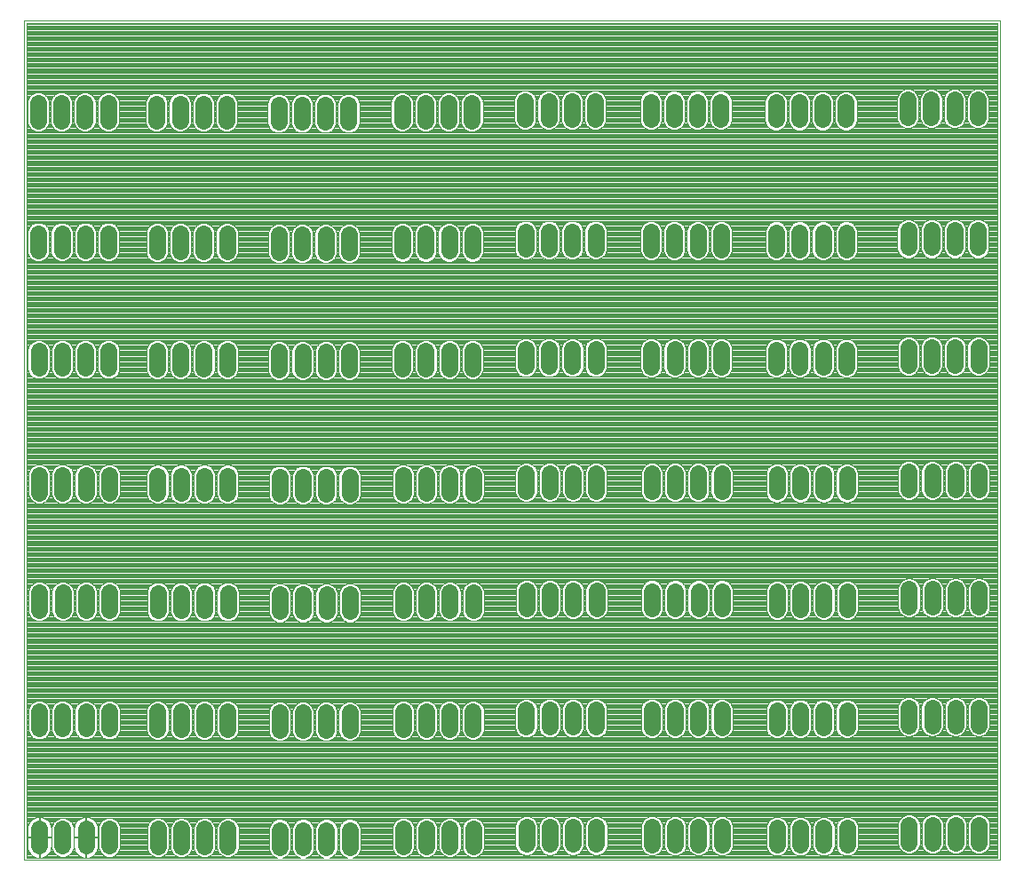
<source format=gbl>
G75*
%MOIN*%
%OFA0B0*%
%FSLAX25Y25*%
%IPPOS*%
%LPD*%
%AMOC8*
5,1,8,0,0,1.08239X$1,22.5*
%
%ADD10C,0.00000*%
%ADD11C,0.06496*%
%ADD12C,0.00400*%
D10*
X0008974Y0010224D02*
X0375116Y0010224D01*
X0375116Y0325185D01*
X0008974Y0325185D01*
X0008974Y0010224D01*
D11*
X0014554Y0015516D02*
X0014554Y0022012D01*
X0023314Y0022012D02*
X0023314Y0015516D01*
X0032064Y0015516D02*
X0032064Y0022012D01*
X0040824Y0022012D02*
X0040824Y0015516D01*
X0059034Y0015356D02*
X0059034Y0021852D01*
X0067794Y0021852D02*
X0067794Y0015356D01*
X0076544Y0015356D02*
X0076544Y0021852D01*
X0085304Y0021852D02*
X0085304Y0015356D01*
X0104794Y0014976D02*
X0104794Y0021472D01*
X0113554Y0021472D02*
X0113554Y0014976D01*
X0122304Y0014976D02*
X0122304Y0021472D01*
X0131064Y0021472D02*
X0131064Y0014976D01*
X0151114Y0015446D02*
X0151114Y0021942D01*
X0159874Y0021942D02*
X0159874Y0015446D01*
X0168624Y0015446D02*
X0168624Y0021942D01*
X0177384Y0021942D02*
X0177384Y0015446D01*
X0197364Y0016186D02*
X0197364Y0022682D01*
X0206124Y0022682D02*
X0206124Y0016186D01*
X0214874Y0016186D02*
X0214874Y0022682D01*
X0223634Y0022682D02*
X0223634Y0016186D01*
X0244474Y0016066D02*
X0244474Y0022562D01*
X0253234Y0022562D02*
X0253234Y0016066D01*
X0261984Y0016066D02*
X0261984Y0022562D01*
X0270744Y0022562D02*
X0270744Y0016066D01*
X0291454Y0015906D02*
X0291454Y0022402D01*
X0300214Y0022402D02*
X0300214Y0015906D01*
X0308964Y0015906D02*
X0308964Y0022402D01*
X0317724Y0022402D02*
X0317724Y0015906D01*
X0340964Y0016776D02*
X0340964Y0023272D01*
X0349724Y0023272D02*
X0349724Y0016776D01*
X0358474Y0016776D02*
X0358474Y0023272D01*
X0367234Y0023272D02*
X0367234Y0016776D01*
X0317654Y0059966D02*
X0317654Y0066462D01*
X0308894Y0066462D02*
X0308894Y0059966D01*
X0300144Y0059966D02*
X0300144Y0066462D01*
X0291384Y0066462D02*
X0291384Y0059966D01*
X0270674Y0060126D02*
X0270674Y0066622D01*
X0261914Y0066622D02*
X0261914Y0060126D01*
X0253164Y0060126D02*
X0253164Y0066622D01*
X0244404Y0066622D02*
X0244404Y0060126D01*
X0223564Y0060246D02*
X0223564Y0066742D01*
X0214804Y0066742D02*
X0214804Y0060246D01*
X0206054Y0060246D02*
X0206054Y0066742D01*
X0197294Y0066742D02*
X0197294Y0060246D01*
X0177314Y0059506D02*
X0177314Y0066002D01*
X0168554Y0066002D02*
X0168554Y0059506D01*
X0159804Y0059506D02*
X0159804Y0066002D01*
X0151044Y0066002D02*
X0151044Y0059506D01*
X0130994Y0059036D02*
X0130994Y0065532D01*
X0122234Y0065532D02*
X0122234Y0059036D01*
X0113484Y0059036D02*
X0113484Y0065532D01*
X0104724Y0065532D02*
X0104724Y0059036D01*
X0085234Y0059416D02*
X0085234Y0065912D01*
X0076474Y0065912D02*
X0076474Y0059416D01*
X0067724Y0059416D02*
X0067724Y0065912D01*
X0058964Y0065912D02*
X0058964Y0059416D01*
X0040754Y0059576D02*
X0040754Y0066072D01*
X0031994Y0066072D02*
X0031994Y0059576D01*
X0023244Y0059576D02*
X0023244Y0066072D01*
X0014484Y0066072D02*
X0014484Y0059576D01*
X0014574Y0104096D02*
X0014574Y0110592D01*
X0023334Y0110592D02*
X0023334Y0104096D01*
X0032084Y0104096D02*
X0032084Y0110592D01*
X0040844Y0110592D02*
X0040844Y0104096D01*
X0059054Y0103936D02*
X0059054Y0110432D01*
X0067814Y0110432D02*
X0067814Y0103936D01*
X0076564Y0103936D02*
X0076564Y0110432D01*
X0085324Y0110432D02*
X0085324Y0103936D01*
X0104814Y0103556D02*
X0104814Y0110052D01*
X0113574Y0110052D02*
X0113574Y0103556D01*
X0122324Y0103556D02*
X0122324Y0110052D01*
X0131084Y0110052D02*
X0131084Y0103556D01*
X0151134Y0104026D02*
X0151134Y0110522D01*
X0159894Y0110522D02*
X0159894Y0104026D01*
X0168644Y0104026D02*
X0168644Y0110522D01*
X0177404Y0110522D02*
X0177404Y0104026D01*
X0197384Y0104766D02*
X0197384Y0111262D01*
X0206144Y0111262D02*
X0206144Y0104766D01*
X0214894Y0104766D02*
X0214894Y0111262D01*
X0223654Y0111262D02*
X0223654Y0104766D01*
X0244494Y0104646D02*
X0244494Y0111142D01*
X0253254Y0111142D02*
X0253254Y0104646D01*
X0262004Y0104646D02*
X0262004Y0111142D01*
X0270764Y0111142D02*
X0270764Y0104646D01*
X0291474Y0104486D02*
X0291474Y0110982D01*
X0300234Y0110982D02*
X0300234Y0104486D01*
X0308984Y0104486D02*
X0308984Y0110982D01*
X0317744Y0110982D02*
X0317744Y0104486D01*
X0340984Y0105356D02*
X0340984Y0111852D01*
X0349744Y0111852D02*
X0349744Y0105356D01*
X0358494Y0105356D02*
X0358494Y0111852D01*
X0367254Y0111852D02*
X0367254Y0105356D01*
X0367164Y0067332D02*
X0367164Y0060836D01*
X0358404Y0060836D02*
X0358404Y0067332D01*
X0349654Y0067332D02*
X0349654Y0060836D01*
X0340894Y0060836D02*
X0340894Y0067332D01*
X0317674Y0148546D02*
X0317674Y0155042D01*
X0308914Y0155042D02*
X0308914Y0148546D01*
X0300164Y0148546D02*
X0300164Y0155042D01*
X0291404Y0155042D02*
X0291404Y0148546D01*
X0270694Y0148706D02*
X0270694Y0155202D01*
X0261934Y0155202D02*
X0261934Y0148706D01*
X0253184Y0148706D02*
X0253184Y0155202D01*
X0244424Y0155202D02*
X0244424Y0148706D01*
X0223584Y0148826D02*
X0223584Y0155322D01*
X0214824Y0155322D02*
X0214824Y0148826D01*
X0206074Y0148826D02*
X0206074Y0155322D01*
X0197314Y0155322D02*
X0197314Y0148826D01*
X0177334Y0148086D02*
X0177334Y0154582D01*
X0168574Y0154582D02*
X0168574Y0148086D01*
X0159824Y0148086D02*
X0159824Y0154582D01*
X0151064Y0154582D02*
X0151064Y0148086D01*
X0131014Y0147616D02*
X0131014Y0154112D01*
X0122254Y0154112D02*
X0122254Y0147616D01*
X0113504Y0147616D02*
X0113504Y0154112D01*
X0104744Y0154112D02*
X0104744Y0147616D01*
X0085254Y0147996D02*
X0085254Y0154492D01*
X0076494Y0154492D02*
X0076494Y0147996D01*
X0067744Y0147996D02*
X0067744Y0154492D01*
X0058984Y0154492D02*
X0058984Y0147996D01*
X0040774Y0148156D02*
X0040774Y0154652D01*
X0032014Y0154652D02*
X0032014Y0148156D01*
X0023264Y0148156D02*
X0023264Y0154652D01*
X0014504Y0154652D02*
X0014504Y0148156D01*
X0014324Y0194896D02*
X0014324Y0201392D01*
X0023084Y0201392D02*
X0023084Y0194896D01*
X0031834Y0194896D02*
X0031834Y0201392D01*
X0040594Y0201392D02*
X0040594Y0194896D01*
X0058804Y0194736D02*
X0058804Y0201232D01*
X0067564Y0201232D02*
X0067564Y0194736D01*
X0076314Y0194736D02*
X0076314Y0201232D01*
X0085074Y0201232D02*
X0085074Y0194736D01*
X0104564Y0194356D02*
X0104564Y0200852D01*
X0113324Y0200852D02*
X0113324Y0194356D01*
X0122074Y0194356D02*
X0122074Y0200852D01*
X0130834Y0200852D02*
X0130834Y0194356D01*
X0150884Y0194826D02*
X0150884Y0201322D01*
X0159644Y0201322D02*
X0159644Y0194826D01*
X0168394Y0194826D02*
X0168394Y0201322D01*
X0177154Y0201322D02*
X0177154Y0194826D01*
X0197134Y0195566D02*
X0197134Y0202062D01*
X0205894Y0202062D02*
X0205894Y0195566D01*
X0214644Y0195566D02*
X0214644Y0202062D01*
X0223404Y0202062D02*
X0223404Y0195566D01*
X0244244Y0195446D02*
X0244244Y0201942D01*
X0253004Y0201942D02*
X0253004Y0195446D01*
X0261754Y0195446D02*
X0261754Y0201942D01*
X0270514Y0201942D02*
X0270514Y0195446D01*
X0291224Y0195286D02*
X0291224Y0201782D01*
X0299984Y0201782D02*
X0299984Y0195286D01*
X0308734Y0195286D02*
X0308734Y0201782D01*
X0317494Y0201782D02*
X0317494Y0195286D01*
X0340734Y0196156D02*
X0340734Y0202652D01*
X0349494Y0202652D02*
X0349494Y0196156D01*
X0358244Y0196156D02*
X0358244Y0202652D01*
X0367004Y0202652D02*
X0367004Y0196156D01*
X0367184Y0155912D02*
X0367184Y0149416D01*
X0358424Y0149416D02*
X0358424Y0155912D01*
X0349674Y0155912D02*
X0349674Y0149416D01*
X0340914Y0149416D02*
X0340914Y0155912D01*
X0317424Y0239346D02*
X0317424Y0245842D01*
X0308664Y0245842D02*
X0308664Y0239346D01*
X0299914Y0239346D02*
X0299914Y0245842D01*
X0291154Y0245842D02*
X0291154Y0239346D01*
X0270444Y0239506D02*
X0270444Y0246002D01*
X0261684Y0246002D02*
X0261684Y0239506D01*
X0252934Y0239506D02*
X0252934Y0246002D01*
X0244174Y0246002D02*
X0244174Y0239506D01*
X0223334Y0239626D02*
X0223334Y0246122D01*
X0214574Y0246122D02*
X0214574Y0239626D01*
X0205824Y0239626D02*
X0205824Y0246122D01*
X0197064Y0246122D02*
X0197064Y0239626D01*
X0177084Y0238886D02*
X0177084Y0245382D01*
X0168324Y0245382D02*
X0168324Y0238886D01*
X0159574Y0238886D02*
X0159574Y0245382D01*
X0150814Y0245382D02*
X0150814Y0238886D01*
X0130764Y0238416D02*
X0130764Y0244912D01*
X0122004Y0244912D02*
X0122004Y0238416D01*
X0113254Y0238416D02*
X0113254Y0244912D01*
X0104494Y0244912D02*
X0104494Y0238416D01*
X0085004Y0238796D02*
X0085004Y0245292D01*
X0076244Y0245292D02*
X0076244Y0238796D01*
X0067494Y0238796D02*
X0067494Y0245292D01*
X0058734Y0245292D02*
X0058734Y0238796D01*
X0040524Y0238956D02*
X0040524Y0245452D01*
X0031764Y0245452D02*
X0031764Y0238956D01*
X0023014Y0238956D02*
X0023014Y0245452D01*
X0014254Y0245452D02*
X0014254Y0238956D01*
X0014114Y0287796D02*
X0014114Y0294292D01*
X0022874Y0294292D02*
X0022874Y0287796D01*
X0031624Y0287796D02*
X0031624Y0294292D01*
X0040384Y0294292D02*
X0040384Y0287796D01*
X0058594Y0287636D02*
X0058594Y0294132D01*
X0067354Y0294132D02*
X0067354Y0287636D01*
X0076104Y0287636D02*
X0076104Y0294132D01*
X0084864Y0294132D02*
X0084864Y0287636D01*
X0104354Y0287256D02*
X0104354Y0293752D01*
X0113114Y0293752D02*
X0113114Y0287256D01*
X0121864Y0287256D02*
X0121864Y0293752D01*
X0130624Y0293752D02*
X0130624Y0287256D01*
X0150674Y0287726D02*
X0150674Y0294222D01*
X0159434Y0294222D02*
X0159434Y0287726D01*
X0168184Y0287726D02*
X0168184Y0294222D01*
X0176944Y0294222D02*
X0176944Y0287726D01*
X0196924Y0288466D02*
X0196924Y0294962D01*
X0205684Y0294962D02*
X0205684Y0288466D01*
X0214434Y0288466D02*
X0214434Y0294962D01*
X0223194Y0294962D02*
X0223194Y0288466D01*
X0244034Y0288346D02*
X0244034Y0294842D01*
X0252794Y0294842D02*
X0252794Y0288346D01*
X0261544Y0288346D02*
X0261544Y0294842D01*
X0270304Y0294842D02*
X0270304Y0288346D01*
X0291014Y0288186D02*
X0291014Y0294682D01*
X0299774Y0294682D02*
X0299774Y0288186D01*
X0308524Y0288186D02*
X0308524Y0294682D01*
X0317284Y0294682D02*
X0317284Y0288186D01*
X0340524Y0289056D02*
X0340524Y0295552D01*
X0349284Y0295552D02*
X0349284Y0289056D01*
X0358034Y0289056D02*
X0358034Y0295552D01*
X0366794Y0295552D02*
X0366794Y0289056D01*
X0366934Y0246712D02*
X0366934Y0240216D01*
X0358174Y0240216D02*
X0358174Y0246712D01*
X0349424Y0246712D02*
X0349424Y0240216D01*
X0340664Y0240216D02*
X0340664Y0246712D01*
D12*
X0336872Y0248135D02*
X0320856Y0248135D01*
X0319717Y0249274D01*
X0318229Y0249890D01*
X0316619Y0249890D01*
X0315131Y0249274D01*
X0313992Y0248135D01*
X0313376Y0246647D01*
X0313376Y0238541D01*
X0313992Y0237053D01*
X0315131Y0235914D01*
X0316619Y0235298D01*
X0318229Y0235298D01*
X0319717Y0235914D01*
X0320856Y0237053D01*
X0321472Y0238541D01*
X0321472Y0246647D01*
X0320856Y0248135D01*
X0321021Y0247737D02*
X0336707Y0247737D01*
X0336616Y0247517D02*
X0337232Y0249005D01*
X0338371Y0250144D01*
X0339859Y0250760D01*
X0341469Y0250760D01*
X0342957Y0250144D01*
X0344096Y0249005D01*
X0344712Y0247517D01*
X0344712Y0239411D01*
X0344096Y0237923D01*
X0342957Y0236784D01*
X0341469Y0236168D01*
X0339859Y0236168D01*
X0338371Y0236784D01*
X0337232Y0237923D01*
X0336616Y0239411D01*
X0336616Y0247517D01*
X0336616Y0247338D02*
X0321186Y0247338D01*
X0321351Y0246940D02*
X0336616Y0246940D01*
X0336616Y0246541D02*
X0321472Y0246541D01*
X0321472Y0246143D02*
X0336616Y0246143D01*
X0336616Y0245744D02*
X0321472Y0245744D01*
X0321472Y0245346D02*
X0336616Y0245346D01*
X0336616Y0244947D02*
X0321472Y0244947D01*
X0321472Y0244549D02*
X0336616Y0244549D01*
X0336616Y0244150D02*
X0321472Y0244150D01*
X0321472Y0243752D02*
X0336616Y0243752D01*
X0336616Y0243353D02*
X0321472Y0243353D01*
X0321472Y0242955D02*
X0336616Y0242955D01*
X0336616Y0242556D02*
X0321472Y0242556D01*
X0321472Y0242158D02*
X0336616Y0242158D01*
X0336616Y0241759D02*
X0321472Y0241759D01*
X0321472Y0241361D02*
X0336616Y0241361D01*
X0336616Y0240962D02*
X0321472Y0240962D01*
X0321472Y0240564D02*
X0336616Y0240564D01*
X0336616Y0240165D02*
X0321472Y0240165D01*
X0321472Y0239767D02*
X0336616Y0239767D01*
X0336634Y0239368D02*
X0321472Y0239368D01*
X0321472Y0238970D02*
X0336799Y0238970D01*
X0336964Y0238571D02*
X0321472Y0238571D01*
X0321319Y0238172D02*
X0337129Y0238172D01*
X0337381Y0237774D02*
X0321154Y0237774D01*
X0320989Y0237375D02*
X0337780Y0237375D01*
X0338178Y0236977D02*
X0320780Y0236977D01*
X0320381Y0236578D02*
X0338868Y0236578D01*
X0339830Y0236180D02*
X0319983Y0236180D01*
X0319396Y0235781D02*
X0374316Y0235781D01*
X0374316Y0235383D02*
X0318434Y0235383D01*
X0316414Y0235383D02*
X0309674Y0235383D01*
X0309469Y0235298D02*
X0310957Y0235914D01*
X0312096Y0237053D01*
X0312712Y0238541D01*
X0312712Y0246647D01*
X0312096Y0248135D01*
X0310957Y0249274D01*
X0309469Y0249890D01*
X0307859Y0249890D01*
X0306371Y0249274D01*
X0305232Y0248135D01*
X0304616Y0246647D01*
X0304616Y0238541D01*
X0305232Y0237053D01*
X0306371Y0235914D01*
X0307859Y0235298D01*
X0309469Y0235298D01*
X0310636Y0235781D02*
X0315452Y0235781D01*
X0314865Y0236180D02*
X0311223Y0236180D01*
X0311621Y0236578D02*
X0314467Y0236578D01*
X0314068Y0236977D02*
X0312020Y0236977D01*
X0312229Y0237375D02*
X0313859Y0237375D01*
X0313694Y0237774D02*
X0312394Y0237774D01*
X0312559Y0238172D02*
X0313529Y0238172D01*
X0313376Y0238571D02*
X0312712Y0238571D01*
X0312712Y0238970D02*
X0313376Y0238970D01*
X0313376Y0239368D02*
X0312712Y0239368D01*
X0312712Y0239767D02*
X0313376Y0239767D01*
X0313376Y0240165D02*
X0312712Y0240165D01*
X0312712Y0240564D02*
X0313376Y0240564D01*
X0313376Y0240962D02*
X0312712Y0240962D01*
X0312712Y0241361D02*
X0313376Y0241361D01*
X0313376Y0241759D02*
X0312712Y0241759D01*
X0312712Y0242158D02*
X0313376Y0242158D01*
X0313376Y0242556D02*
X0312712Y0242556D01*
X0312712Y0242955D02*
X0313376Y0242955D01*
X0313376Y0243353D02*
X0312712Y0243353D01*
X0312712Y0243752D02*
X0313376Y0243752D01*
X0313376Y0244150D02*
X0312712Y0244150D01*
X0312712Y0244549D02*
X0313376Y0244549D01*
X0313376Y0244947D02*
X0312712Y0244947D01*
X0312712Y0245346D02*
X0313376Y0245346D01*
X0313376Y0245744D02*
X0312712Y0245744D01*
X0312712Y0246143D02*
X0313376Y0246143D01*
X0313376Y0246541D02*
X0312712Y0246541D01*
X0312591Y0246940D02*
X0313497Y0246940D01*
X0313662Y0247338D02*
X0312426Y0247338D01*
X0312261Y0247737D02*
X0313827Y0247737D01*
X0313992Y0248135D02*
X0312096Y0248135D01*
X0311697Y0248534D02*
X0314391Y0248534D01*
X0314790Y0248932D02*
X0311299Y0248932D01*
X0310819Y0249331D02*
X0315269Y0249331D01*
X0316231Y0249729D02*
X0309857Y0249729D01*
X0307471Y0249729D02*
X0301107Y0249729D01*
X0300719Y0249890D02*
X0299109Y0249890D01*
X0297621Y0249274D01*
X0296482Y0248135D01*
X0295866Y0246647D01*
X0295866Y0238541D01*
X0296482Y0237053D01*
X0297621Y0235914D01*
X0299109Y0235298D01*
X0300719Y0235298D01*
X0302207Y0235914D01*
X0303346Y0237053D01*
X0303962Y0238541D01*
X0303962Y0246647D01*
X0303346Y0248135D01*
X0302207Y0249274D01*
X0300719Y0249890D01*
X0302069Y0249331D02*
X0306509Y0249331D01*
X0306030Y0248932D02*
X0302549Y0248932D01*
X0302947Y0248534D02*
X0305631Y0248534D01*
X0305232Y0248135D02*
X0303346Y0248135D01*
X0303511Y0247737D02*
X0305067Y0247737D01*
X0304902Y0247338D02*
X0303676Y0247338D01*
X0303841Y0246940D02*
X0304737Y0246940D01*
X0304616Y0246541D02*
X0303962Y0246541D01*
X0303962Y0246143D02*
X0304616Y0246143D01*
X0304616Y0245744D02*
X0303962Y0245744D01*
X0303962Y0245346D02*
X0304616Y0245346D01*
X0304616Y0244947D02*
X0303962Y0244947D01*
X0303962Y0244549D02*
X0304616Y0244549D01*
X0304616Y0244150D02*
X0303962Y0244150D01*
X0303962Y0243752D02*
X0304616Y0243752D01*
X0304616Y0243353D02*
X0303962Y0243353D01*
X0303962Y0242955D02*
X0304616Y0242955D01*
X0304616Y0242556D02*
X0303962Y0242556D01*
X0303962Y0242158D02*
X0304616Y0242158D01*
X0304616Y0241759D02*
X0303962Y0241759D01*
X0303962Y0241361D02*
X0304616Y0241361D01*
X0304616Y0240962D02*
X0303962Y0240962D01*
X0303962Y0240564D02*
X0304616Y0240564D01*
X0304616Y0240165D02*
X0303962Y0240165D01*
X0303962Y0239767D02*
X0304616Y0239767D01*
X0304616Y0239368D02*
X0303962Y0239368D01*
X0303962Y0238970D02*
X0304616Y0238970D01*
X0304616Y0238571D02*
X0303962Y0238571D01*
X0303809Y0238172D02*
X0304769Y0238172D01*
X0304934Y0237774D02*
X0303644Y0237774D01*
X0303479Y0237375D02*
X0305099Y0237375D01*
X0305308Y0236977D02*
X0303270Y0236977D01*
X0302871Y0236578D02*
X0305707Y0236578D01*
X0306105Y0236180D02*
X0302473Y0236180D01*
X0301886Y0235781D02*
X0306692Y0235781D01*
X0307654Y0235383D02*
X0300924Y0235383D01*
X0298904Y0235383D02*
X0292164Y0235383D01*
X0291959Y0235298D02*
X0293447Y0235914D01*
X0294586Y0237053D01*
X0295202Y0238541D01*
X0295202Y0246647D01*
X0294586Y0248135D01*
X0293447Y0249274D01*
X0291959Y0249890D01*
X0290349Y0249890D01*
X0288861Y0249274D01*
X0287722Y0248135D01*
X0287106Y0246647D01*
X0287106Y0238541D01*
X0287722Y0237053D01*
X0288861Y0235914D01*
X0290349Y0235298D01*
X0291959Y0235298D01*
X0293126Y0235781D02*
X0297942Y0235781D01*
X0297355Y0236180D02*
X0293713Y0236180D01*
X0294111Y0236578D02*
X0296957Y0236578D01*
X0296558Y0236977D02*
X0294510Y0236977D01*
X0294719Y0237375D02*
X0296349Y0237375D01*
X0296184Y0237774D02*
X0294884Y0237774D01*
X0295049Y0238172D02*
X0296019Y0238172D01*
X0295866Y0238571D02*
X0295202Y0238571D01*
X0295202Y0238970D02*
X0295866Y0238970D01*
X0295866Y0239368D02*
X0295202Y0239368D01*
X0295202Y0239767D02*
X0295866Y0239767D01*
X0295866Y0240165D02*
X0295202Y0240165D01*
X0295202Y0240564D02*
X0295866Y0240564D01*
X0295866Y0240962D02*
X0295202Y0240962D01*
X0295202Y0241361D02*
X0295866Y0241361D01*
X0295866Y0241759D02*
X0295202Y0241759D01*
X0295202Y0242158D02*
X0295866Y0242158D01*
X0295866Y0242556D02*
X0295202Y0242556D01*
X0295202Y0242955D02*
X0295866Y0242955D01*
X0295866Y0243353D02*
X0295202Y0243353D01*
X0295202Y0243752D02*
X0295866Y0243752D01*
X0295866Y0244150D02*
X0295202Y0244150D01*
X0295202Y0244549D02*
X0295866Y0244549D01*
X0295866Y0244947D02*
X0295202Y0244947D01*
X0295202Y0245346D02*
X0295866Y0245346D01*
X0295866Y0245744D02*
X0295202Y0245744D01*
X0295202Y0246143D02*
X0295866Y0246143D01*
X0295866Y0246541D02*
X0295202Y0246541D01*
X0295081Y0246940D02*
X0295987Y0246940D01*
X0296152Y0247338D02*
X0294916Y0247338D01*
X0294751Y0247737D02*
X0296317Y0247737D01*
X0296482Y0248135D02*
X0294586Y0248135D01*
X0294187Y0248534D02*
X0296881Y0248534D01*
X0297280Y0248932D02*
X0293789Y0248932D01*
X0293309Y0249331D02*
X0297759Y0249331D01*
X0298721Y0249729D02*
X0292347Y0249729D01*
X0289961Y0249729D02*
X0272024Y0249729D01*
X0272737Y0249434D02*
X0271249Y0250050D01*
X0269639Y0250050D01*
X0268151Y0249434D01*
X0267012Y0248295D01*
X0266396Y0246807D01*
X0266396Y0238701D01*
X0267012Y0237213D01*
X0268151Y0236074D01*
X0269639Y0235458D01*
X0271249Y0235458D01*
X0272737Y0236074D01*
X0273876Y0237213D01*
X0274492Y0238701D01*
X0274492Y0246807D01*
X0273876Y0248295D01*
X0272737Y0249434D01*
X0272840Y0249331D02*
X0288999Y0249331D01*
X0288520Y0248932D02*
X0273239Y0248932D01*
X0273637Y0248534D02*
X0288121Y0248534D01*
X0287722Y0248135D02*
X0273942Y0248135D01*
X0274107Y0247737D02*
X0287557Y0247737D01*
X0287392Y0247338D02*
X0274272Y0247338D01*
X0274437Y0246940D02*
X0287227Y0246940D01*
X0287106Y0246541D02*
X0274492Y0246541D01*
X0274492Y0246143D02*
X0287106Y0246143D01*
X0287106Y0245744D02*
X0274492Y0245744D01*
X0274492Y0245346D02*
X0287106Y0245346D01*
X0287106Y0244947D02*
X0274492Y0244947D01*
X0274492Y0244549D02*
X0287106Y0244549D01*
X0287106Y0244150D02*
X0274492Y0244150D01*
X0274492Y0243752D02*
X0287106Y0243752D01*
X0287106Y0243353D02*
X0274492Y0243353D01*
X0274492Y0242955D02*
X0287106Y0242955D01*
X0287106Y0242556D02*
X0274492Y0242556D01*
X0274492Y0242158D02*
X0287106Y0242158D01*
X0287106Y0241759D02*
X0274492Y0241759D01*
X0274492Y0241361D02*
X0287106Y0241361D01*
X0287106Y0240962D02*
X0274492Y0240962D01*
X0274492Y0240564D02*
X0287106Y0240564D01*
X0287106Y0240165D02*
X0274492Y0240165D01*
X0274492Y0239767D02*
X0287106Y0239767D01*
X0287106Y0239368D02*
X0274492Y0239368D01*
X0274492Y0238970D02*
X0287106Y0238970D01*
X0287106Y0238571D02*
X0274438Y0238571D01*
X0274273Y0238172D02*
X0287259Y0238172D01*
X0287424Y0237774D02*
X0274108Y0237774D01*
X0273943Y0237375D02*
X0287589Y0237375D01*
X0287798Y0236977D02*
X0273640Y0236977D01*
X0273241Y0236578D02*
X0288197Y0236578D01*
X0288595Y0236180D02*
X0272843Y0236180D01*
X0272030Y0235781D02*
X0289182Y0235781D01*
X0290144Y0235383D02*
X0179205Y0235383D01*
X0179377Y0235454D02*
X0180516Y0236593D01*
X0181132Y0238081D01*
X0181132Y0246187D01*
X0180516Y0247675D01*
X0179377Y0248814D01*
X0177889Y0249430D01*
X0176279Y0249430D01*
X0174791Y0248814D01*
X0173652Y0247675D01*
X0173036Y0246187D01*
X0173036Y0238081D01*
X0173652Y0236593D01*
X0174791Y0235454D01*
X0176279Y0234838D01*
X0177889Y0234838D01*
X0179377Y0235454D01*
X0179704Y0235781D02*
X0195768Y0235781D01*
X0196259Y0235578D02*
X0197869Y0235578D01*
X0199357Y0236194D01*
X0200496Y0237333D01*
X0201112Y0238821D01*
X0201112Y0246927D01*
X0200496Y0248415D01*
X0199357Y0249554D01*
X0197869Y0250170D01*
X0196259Y0250170D01*
X0194771Y0249554D01*
X0193632Y0248415D01*
X0193016Y0246927D01*
X0193016Y0238821D01*
X0193632Y0237333D01*
X0194771Y0236194D01*
X0196259Y0235578D01*
X0194805Y0236180D02*
X0180103Y0236180D01*
X0180501Y0236578D02*
X0194387Y0236578D01*
X0193988Y0236977D02*
X0180675Y0236977D01*
X0180840Y0237375D02*
X0193615Y0237375D01*
X0193450Y0237774D02*
X0181005Y0237774D01*
X0181132Y0238172D02*
X0193285Y0238172D01*
X0193119Y0238571D02*
X0181132Y0238571D01*
X0181132Y0238970D02*
X0193016Y0238970D01*
X0193016Y0239368D02*
X0181132Y0239368D01*
X0181132Y0239767D02*
X0193016Y0239767D01*
X0193016Y0240165D02*
X0181132Y0240165D01*
X0181132Y0240564D02*
X0193016Y0240564D01*
X0193016Y0240962D02*
X0181132Y0240962D01*
X0181132Y0241361D02*
X0193016Y0241361D01*
X0193016Y0241759D02*
X0181132Y0241759D01*
X0181132Y0242158D02*
X0193016Y0242158D01*
X0193016Y0242556D02*
X0181132Y0242556D01*
X0181132Y0242955D02*
X0193016Y0242955D01*
X0193016Y0243353D02*
X0181132Y0243353D01*
X0181132Y0243752D02*
X0193016Y0243752D01*
X0193016Y0244150D02*
X0181132Y0244150D01*
X0181132Y0244549D02*
X0193016Y0244549D01*
X0193016Y0244947D02*
X0181132Y0244947D01*
X0181132Y0245346D02*
X0193016Y0245346D01*
X0193016Y0245744D02*
X0181132Y0245744D01*
X0181132Y0246143D02*
X0193016Y0246143D01*
X0193016Y0246541D02*
X0180985Y0246541D01*
X0180820Y0246940D02*
X0193021Y0246940D01*
X0193186Y0247338D02*
X0180655Y0247338D01*
X0180454Y0247737D02*
X0193351Y0247737D01*
X0193516Y0248135D02*
X0180056Y0248135D01*
X0179657Y0248534D02*
X0193751Y0248534D01*
X0194149Y0248932D02*
X0179091Y0248932D01*
X0178129Y0249331D02*
X0194548Y0249331D01*
X0195195Y0249729D02*
X0009774Y0249729D01*
X0009774Y0249331D02*
X0013040Y0249331D01*
X0013449Y0249500D02*
X0011961Y0248884D01*
X0010822Y0247745D01*
X0010206Y0246257D01*
X0010206Y0238151D01*
X0010822Y0236663D01*
X0011961Y0235524D01*
X0013449Y0234908D01*
X0015059Y0234908D01*
X0016547Y0235524D01*
X0017686Y0236663D01*
X0018302Y0238151D01*
X0018302Y0246257D01*
X0017686Y0247745D01*
X0016547Y0248884D01*
X0015059Y0249500D01*
X0013449Y0249500D01*
X0012078Y0248932D02*
X0009774Y0248932D01*
X0009774Y0248534D02*
X0011611Y0248534D01*
X0011212Y0248135D02*
X0009774Y0248135D01*
X0009774Y0247737D02*
X0010819Y0247737D01*
X0010654Y0247338D02*
X0009774Y0247338D01*
X0009774Y0246940D02*
X0010489Y0246940D01*
X0010324Y0246541D02*
X0009774Y0246541D01*
X0009774Y0246143D02*
X0010206Y0246143D01*
X0010206Y0245744D02*
X0009774Y0245744D01*
X0009774Y0245346D02*
X0010206Y0245346D01*
X0010206Y0244947D02*
X0009774Y0244947D01*
X0009774Y0244549D02*
X0010206Y0244549D01*
X0010206Y0244150D02*
X0009774Y0244150D01*
X0009774Y0243752D02*
X0010206Y0243752D01*
X0010206Y0243353D02*
X0009774Y0243353D01*
X0009774Y0242955D02*
X0010206Y0242955D01*
X0010206Y0242556D02*
X0009774Y0242556D01*
X0009774Y0242158D02*
X0010206Y0242158D01*
X0010206Y0241759D02*
X0009774Y0241759D01*
X0009774Y0241361D02*
X0010206Y0241361D01*
X0010206Y0240962D02*
X0009774Y0240962D01*
X0009774Y0240564D02*
X0010206Y0240564D01*
X0010206Y0240165D02*
X0009774Y0240165D01*
X0009774Y0239767D02*
X0010206Y0239767D01*
X0010206Y0239368D02*
X0009774Y0239368D01*
X0009774Y0238970D02*
X0010206Y0238970D01*
X0010206Y0238571D02*
X0009774Y0238571D01*
X0009774Y0238172D02*
X0010206Y0238172D01*
X0010362Y0237774D02*
X0009774Y0237774D01*
X0009774Y0237375D02*
X0010527Y0237375D01*
X0010692Y0236977D02*
X0009774Y0236977D01*
X0009774Y0236578D02*
X0010907Y0236578D01*
X0011305Y0236180D02*
X0009774Y0236180D01*
X0009774Y0235781D02*
X0011704Y0235781D01*
X0012302Y0235383D02*
X0009774Y0235383D01*
X0009774Y0234984D02*
X0013264Y0234984D01*
X0015244Y0234984D02*
X0022024Y0234984D01*
X0022209Y0234908D02*
X0023819Y0234908D01*
X0025307Y0235524D01*
X0026446Y0236663D01*
X0027062Y0238151D01*
X0027062Y0246257D01*
X0026446Y0247745D01*
X0025307Y0248884D01*
X0023819Y0249500D01*
X0022209Y0249500D01*
X0020721Y0248884D01*
X0019582Y0247745D01*
X0018966Y0246257D01*
X0018966Y0238151D01*
X0019582Y0236663D01*
X0020721Y0235524D01*
X0022209Y0234908D01*
X0021062Y0235383D02*
X0016206Y0235383D01*
X0016804Y0235781D02*
X0020464Y0235781D01*
X0020065Y0236180D02*
X0017203Y0236180D01*
X0017601Y0236578D02*
X0019667Y0236578D01*
X0019452Y0236977D02*
X0017816Y0236977D01*
X0017981Y0237375D02*
X0019287Y0237375D01*
X0019122Y0237774D02*
X0018146Y0237774D01*
X0018302Y0238172D02*
X0018966Y0238172D01*
X0018966Y0238571D02*
X0018302Y0238571D01*
X0018302Y0238970D02*
X0018966Y0238970D01*
X0018966Y0239368D02*
X0018302Y0239368D01*
X0018302Y0239767D02*
X0018966Y0239767D01*
X0018966Y0240165D02*
X0018302Y0240165D01*
X0018302Y0240564D02*
X0018966Y0240564D01*
X0018966Y0240962D02*
X0018302Y0240962D01*
X0018302Y0241361D02*
X0018966Y0241361D01*
X0018966Y0241759D02*
X0018302Y0241759D01*
X0018302Y0242158D02*
X0018966Y0242158D01*
X0018966Y0242556D02*
X0018302Y0242556D01*
X0018302Y0242955D02*
X0018966Y0242955D01*
X0018966Y0243353D02*
X0018302Y0243353D01*
X0018302Y0243752D02*
X0018966Y0243752D01*
X0018966Y0244150D02*
X0018302Y0244150D01*
X0018302Y0244549D02*
X0018966Y0244549D01*
X0018966Y0244947D02*
X0018302Y0244947D01*
X0018302Y0245346D02*
X0018966Y0245346D01*
X0018966Y0245744D02*
X0018302Y0245744D01*
X0018302Y0246143D02*
X0018966Y0246143D01*
X0019084Y0246541D02*
X0018184Y0246541D01*
X0018019Y0246940D02*
X0019249Y0246940D01*
X0019414Y0247338D02*
X0017854Y0247338D01*
X0017689Y0247737D02*
X0019579Y0247737D01*
X0019972Y0248135D02*
X0017296Y0248135D01*
X0016897Y0248534D02*
X0020371Y0248534D01*
X0020838Y0248932D02*
X0016430Y0248932D01*
X0015468Y0249331D02*
X0021800Y0249331D01*
X0024228Y0249331D02*
X0030550Y0249331D01*
X0030959Y0249500D02*
X0029471Y0248884D01*
X0028332Y0247745D01*
X0027716Y0246257D01*
X0027716Y0238151D01*
X0028332Y0236663D01*
X0029471Y0235524D01*
X0030959Y0234908D01*
X0032569Y0234908D01*
X0034057Y0235524D01*
X0035196Y0236663D01*
X0035812Y0238151D01*
X0035812Y0246257D01*
X0035196Y0247745D01*
X0034057Y0248884D01*
X0032569Y0249500D01*
X0030959Y0249500D01*
X0029588Y0248932D02*
X0025190Y0248932D01*
X0025657Y0248534D02*
X0029121Y0248534D01*
X0028722Y0248135D02*
X0026056Y0248135D01*
X0026449Y0247737D02*
X0028329Y0247737D01*
X0028164Y0247338D02*
X0026614Y0247338D01*
X0026779Y0246940D02*
X0027999Y0246940D01*
X0027834Y0246541D02*
X0026944Y0246541D01*
X0027062Y0246143D02*
X0027716Y0246143D01*
X0027716Y0245744D02*
X0027062Y0245744D01*
X0027062Y0245346D02*
X0027716Y0245346D01*
X0027716Y0244947D02*
X0027062Y0244947D01*
X0027062Y0244549D02*
X0027716Y0244549D01*
X0027716Y0244150D02*
X0027062Y0244150D01*
X0027062Y0243752D02*
X0027716Y0243752D01*
X0027716Y0243353D02*
X0027062Y0243353D01*
X0027062Y0242955D02*
X0027716Y0242955D01*
X0027716Y0242556D02*
X0027062Y0242556D01*
X0027062Y0242158D02*
X0027716Y0242158D01*
X0027716Y0241759D02*
X0027062Y0241759D01*
X0027062Y0241361D02*
X0027716Y0241361D01*
X0027716Y0240962D02*
X0027062Y0240962D01*
X0027062Y0240564D02*
X0027716Y0240564D01*
X0027716Y0240165D02*
X0027062Y0240165D01*
X0027062Y0239767D02*
X0027716Y0239767D01*
X0027716Y0239368D02*
X0027062Y0239368D01*
X0027062Y0238970D02*
X0027716Y0238970D01*
X0027716Y0238571D02*
X0027062Y0238571D01*
X0027062Y0238172D02*
X0027716Y0238172D01*
X0027872Y0237774D02*
X0026906Y0237774D01*
X0026741Y0237375D02*
X0028037Y0237375D01*
X0028202Y0236977D02*
X0026576Y0236977D01*
X0026361Y0236578D02*
X0028417Y0236578D01*
X0028815Y0236180D02*
X0025963Y0236180D01*
X0025564Y0235781D02*
X0029214Y0235781D01*
X0029812Y0235383D02*
X0024966Y0235383D01*
X0024004Y0234984D02*
X0030774Y0234984D01*
X0032754Y0234984D02*
X0039534Y0234984D01*
X0039719Y0234908D02*
X0041329Y0234908D01*
X0042817Y0235524D01*
X0043956Y0236663D01*
X0044572Y0238151D01*
X0044572Y0246257D01*
X0043956Y0247745D01*
X0042817Y0248884D01*
X0041329Y0249500D01*
X0039719Y0249500D01*
X0038231Y0248884D01*
X0037092Y0247745D01*
X0036476Y0246257D01*
X0036476Y0238151D01*
X0037092Y0236663D01*
X0038231Y0235524D01*
X0039719Y0234908D01*
X0038572Y0235383D02*
X0033716Y0235383D01*
X0034314Y0235781D02*
X0037974Y0235781D01*
X0037575Y0236180D02*
X0034713Y0236180D01*
X0035111Y0236578D02*
X0037177Y0236578D01*
X0036962Y0236977D02*
X0035326Y0236977D01*
X0035491Y0237375D02*
X0036797Y0237375D01*
X0036632Y0237774D02*
X0035656Y0237774D01*
X0035812Y0238172D02*
X0036476Y0238172D01*
X0036476Y0238571D02*
X0035812Y0238571D01*
X0035812Y0238970D02*
X0036476Y0238970D01*
X0036476Y0239368D02*
X0035812Y0239368D01*
X0035812Y0239767D02*
X0036476Y0239767D01*
X0036476Y0240165D02*
X0035812Y0240165D01*
X0035812Y0240564D02*
X0036476Y0240564D01*
X0036476Y0240962D02*
X0035812Y0240962D01*
X0035812Y0241361D02*
X0036476Y0241361D01*
X0036476Y0241759D02*
X0035812Y0241759D01*
X0035812Y0242158D02*
X0036476Y0242158D01*
X0036476Y0242556D02*
X0035812Y0242556D01*
X0035812Y0242955D02*
X0036476Y0242955D01*
X0036476Y0243353D02*
X0035812Y0243353D01*
X0035812Y0243752D02*
X0036476Y0243752D01*
X0036476Y0244150D02*
X0035812Y0244150D01*
X0035812Y0244549D02*
X0036476Y0244549D01*
X0036476Y0244947D02*
X0035812Y0244947D01*
X0035812Y0245346D02*
X0036476Y0245346D01*
X0036476Y0245744D02*
X0035812Y0245744D01*
X0035812Y0246143D02*
X0036476Y0246143D01*
X0036594Y0246541D02*
X0035694Y0246541D01*
X0035529Y0246940D02*
X0036759Y0246940D01*
X0036924Y0247338D02*
X0035364Y0247338D01*
X0035199Y0247737D02*
X0037089Y0247737D01*
X0037482Y0248135D02*
X0034806Y0248135D01*
X0034407Y0248534D02*
X0037881Y0248534D01*
X0038348Y0248932D02*
X0033940Y0248932D01*
X0032978Y0249331D02*
X0039310Y0249331D01*
X0041738Y0249331D02*
X0057906Y0249331D01*
X0057929Y0249340D02*
X0056441Y0248724D01*
X0055302Y0247585D01*
X0054686Y0246097D01*
X0054686Y0237991D01*
X0055302Y0236503D01*
X0056441Y0235364D01*
X0057929Y0234748D01*
X0059539Y0234748D01*
X0061027Y0235364D01*
X0062166Y0236503D01*
X0062782Y0237991D01*
X0062782Y0246097D01*
X0062166Y0247585D01*
X0061027Y0248724D01*
X0059539Y0249340D01*
X0057929Y0249340D01*
X0056944Y0248932D02*
X0042700Y0248932D01*
X0043167Y0248534D02*
X0056251Y0248534D01*
X0055852Y0248135D02*
X0043566Y0248135D01*
X0043959Y0247737D02*
X0055454Y0247737D01*
X0055200Y0247338D02*
X0044124Y0247338D01*
X0044289Y0246940D02*
X0055035Y0246940D01*
X0054870Y0246541D02*
X0044454Y0246541D01*
X0044572Y0246143D02*
X0054705Y0246143D01*
X0054686Y0245744D02*
X0044572Y0245744D01*
X0044572Y0245346D02*
X0054686Y0245346D01*
X0054686Y0244947D02*
X0044572Y0244947D01*
X0044572Y0244549D02*
X0054686Y0244549D01*
X0054686Y0244150D02*
X0044572Y0244150D01*
X0044572Y0243752D02*
X0054686Y0243752D01*
X0054686Y0243353D02*
X0044572Y0243353D01*
X0044572Y0242955D02*
X0054686Y0242955D01*
X0054686Y0242556D02*
X0044572Y0242556D01*
X0044572Y0242158D02*
X0054686Y0242158D01*
X0054686Y0241759D02*
X0044572Y0241759D01*
X0044572Y0241361D02*
X0054686Y0241361D01*
X0054686Y0240962D02*
X0044572Y0240962D01*
X0044572Y0240564D02*
X0054686Y0240564D01*
X0054686Y0240165D02*
X0044572Y0240165D01*
X0044572Y0239767D02*
X0054686Y0239767D01*
X0054686Y0239368D02*
X0044572Y0239368D01*
X0044572Y0238970D02*
X0054686Y0238970D01*
X0054686Y0238571D02*
X0044572Y0238571D01*
X0044572Y0238172D02*
X0054686Y0238172D01*
X0054776Y0237774D02*
X0044416Y0237774D01*
X0044251Y0237375D02*
X0054941Y0237375D01*
X0055106Y0236977D02*
X0044086Y0236977D01*
X0043871Y0236578D02*
X0055271Y0236578D01*
X0055625Y0236180D02*
X0043473Y0236180D01*
X0043074Y0235781D02*
X0056024Y0235781D01*
X0056422Y0235383D02*
X0042476Y0235383D01*
X0041514Y0234984D02*
X0057358Y0234984D01*
X0060110Y0234984D02*
X0066118Y0234984D01*
X0066689Y0234748D02*
X0068299Y0234748D01*
X0069787Y0235364D01*
X0070926Y0236503D01*
X0071542Y0237991D01*
X0071542Y0246097D01*
X0070926Y0247585D01*
X0069787Y0248724D01*
X0068299Y0249340D01*
X0066689Y0249340D01*
X0065201Y0248724D01*
X0064062Y0247585D01*
X0063446Y0246097D01*
X0063446Y0237991D01*
X0064062Y0236503D01*
X0065201Y0235364D01*
X0066689Y0234748D01*
X0065182Y0235383D02*
X0061046Y0235383D01*
X0061444Y0235781D02*
X0064784Y0235781D01*
X0064385Y0236180D02*
X0061843Y0236180D01*
X0062197Y0236578D02*
X0064031Y0236578D01*
X0063866Y0236977D02*
X0062362Y0236977D01*
X0062527Y0237375D02*
X0063701Y0237375D01*
X0063536Y0237774D02*
X0062692Y0237774D01*
X0062782Y0238172D02*
X0063446Y0238172D01*
X0063446Y0238571D02*
X0062782Y0238571D01*
X0062782Y0238970D02*
X0063446Y0238970D01*
X0063446Y0239368D02*
X0062782Y0239368D01*
X0062782Y0239767D02*
X0063446Y0239767D01*
X0063446Y0240165D02*
X0062782Y0240165D01*
X0062782Y0240564D02*
X0063446Y0240564D01*
X0063446Y0240962D02*
X0062782Y0240962D01*
X0062782Y0241361D02*
X0063446Y0241361D01*
X0063446Y0241759D02*
X0062782Y0241759D01*
X0062782Y0242158D02*
X0063446Y0242158D01*
X0063446Y0242556D02*
X0062782Y0242556D01*
X0062782Y0242955D02*
X0063446Y0242955D01*
X0063446Y0243353D02*
X0062782Y0243353D01*
X0062782Y0243752D02*
X0063446Y0243752D01*
X0063446Y0244150D02*
X0062782Y0244150D01*
X0062782Y0244549D02*
X0063446Y0244549D01*
X0063446Y0244947D02*
X0062782Y0244947D01*
X0062782Y0245346D02*
X0063446Y0245346D01*
X0063446Y0245744D02*
X0062782Y0245744D01*
X0062763Y0246143D02*
X0063465Y0246143D01*
X0063630Y0246541D02*
X0062598Y0246541D01*
X0062433Y0246940D02*
X0063795Y0246940D01*
X0063960Y0247338D02*
X0062268Y0247338D01*
X0062014Y0247737D02*
X0064214Y0247737D01*
X0064612Y0248135D02*
X0061616Y0248135D01*
X0061217Y0248534D02*
X0065011Y0248534D01*
X0065704Y0248932D02*
X0060524Y0248932D01*
X0059562Y0249331D02*
X0066666Y0249331D01*
X0068322Y0249331D02*
X0075416Y0249331D01*
X0075439Y0249340D02*
X0073951Y0248724D01*
X0072812Y0247585D01*
X0072196Y0246097D01*
X0072196Y0237991D01*
X0072812Y0236503D01*
X0073951Y0235364D01*
X0075439Y0234748D01*
X0077049Y0234748D01*
X0078537Y0235364D01*
X0079676Y0236503D01*
X0080292Y0237991D01*
X0080292Y0246097D01*
X0079676Y0247585D01*
X0078537Y0248724D01*
X0077049Y0249340D01*
X0075439Y0249340D01*
X0074454Y0248932D02*
X0069284Y0248932D01*
X0069977Y0248534D02*
X0073761Y0248534D01*
X0073362Y0248135D02*
X0070376Y0248135D01*
X0070774Y0247737D02*
X0072964Y0247737D01*
X0072710Y0247338D02*
X0071028Y0247338D01*
X0071193Y0246940D02*
X0072545Y0246940D01*
X0072380Y0246541D02*
X0071358Y0246541D01*
X0071523Y0246143D02*
X0072215Y0246143D01*
X0072196Y0245744D02*
X0071542Y0245744D01*
X0071542Y0245346D02*
X0072196Y0245346D01*
X0072196Y0244947D02*
X0071542Y0244947D01*
X0071542Y0244549D02*
X0072196Y0244549D01*
X0072196Y0244150D02*
X0071542Y0244150D01*
X0071542Y0243752D02*
X0072196Y0243752D01*
X0072196Y0243353D02*
X0071542Y0243353D01*
X0071542Y0242955D02*
X0072196Y0242955D01*
X0072196Y0242556D02*
X0071542Y0242556D01*
X0071542Y0242158D02*
X0072196Y0242158D01*
X0072196Y0241759D02*
X0071542Y0241759D01*
X0071542Y0241361D02*
X0072196Y0241361D01*
X0072196Y0240962D02*
X0071542Y0240962D01*
X0071542Y0240564D02*
X0072196Y0240564D01*
X0072196Y0240165D02*
X0071542Y0240165D01*
X0071542Y0239767D02*
X0072196Y0239767D01*
X0072196Y0239368D02*
X0071542Y0239368D01*
X0071542Y0238970D02*
X0072196Y0238970D01*
X0072196Y0238571D02*
X0071542Y0238571D01*
X0071542Y0238172D02*
X0072196Y0238172D01*
X0072286Y0237774D02*
X0071452Y0237774D01*
X0071287Y0237375D02*
X0072451Y0237375D01*
X0072616Y0236977D02*
X0071122Y0236977D01*
X0070957Y0236578D02*
X0072781Y0236578D01*
X0073135Y0236180D02*
X0070603Y0236180D01*
X0070204Y0235781D02*
X0073534Y0235781D01*
X0073932Y0235383D02*
X0069806Y0235383D01*
X0068870Y0234984D02*
X0074868Y0234984D01*
X0077620Y0234984D02*
X0083628Y0234984D01*
X0084199Y0234748D02*
X0085809Y0234748D01*
X0087297Y0235364D01*
X0088436Y0236503D01*
X0089052Y0237991D01*
X0089052Y0246097D01*
X0088436Y0247585D01*
X0087297Y0248724D01*
X0085809Y0249340D01*
X0084199Y0249340D01*
X0082711Y0248724D01*
X0081572Y0247585D01*
X0080956Y0246097D01*
X0080956Y0237991D01*
X0081572Y0236503D01*
X0082711Y0235364D01*
X0084199Y0234748D01*
X0082692Y0235383D02*
X0078556Y0235383D01*
X0078954Y0235781D02*
X0082294Y0235781D01*
X0081895Y0236180D02*
X0079353Y0236180D01*
X0079707Y0236578D02*
X0081541Y0236578D01*
X0081376Y0236977D02*
X0079872Y0236977D01*
X0080037Y0237375D02*
X0081211Y0237375D01*
X0081046Y0237774D02*
X0080202Y0237774D01*
X0080292Y0238172D02*
X0080956Y0238172D01*
X0080956Y0238571D02*
X0080292Y0238571D01*
X0080292Y0238970D02*
X0080956Y0238970D01*
X0080956Y0239368D02*
X0080292Y0239368D01*
X0080292Y0239767D02*
X0080956Y0239767D01*
X0080956Y0240165D02*
X0080292Y0240165D01*
X0080292Y0240564D02*
X0080956Y0240564D01*
X0080956Y0240962D02*
X0080292Y0240962D01*
X0080292Y0241361D02*
X0080956Y0241361D01*
X0080956Y0241759D02*
X0080292Y0241759D01*
X0080292Y0242158D02*
X0080956Y0242158D01*
X0080956Y0242556D02*
X0080292Y0242556D01*
X0080292Y0242955D02*
X0080956Y0242955D01*
X0080956Y0243353D02*
X0080292Y0243353D01*
X0080292Y0243752D02*
X0080956Y0243752D01*
X0080956Y0244150D02*
X0080292Y0244150D01*
X0080292Y0244549D02*
X0080956Y0244549D01*
X0080956Y0244947D02*
X0080292Y0244947D01*
X0080292Y0245346D02*
X0080956Y0245346D01*
X0080956Y0245744D02*
X0080292Y0245744D01*
X0080273Y0246143D02*
X0080975Y0246143D01*
X0081140Y0246541D02*
X0080108Y0246541D01*
X0079943Y0246940D02*
X0081305Y0246940D01*
X0081470Y0247338D02*
X0079778Y0247338D01*
X0079524Y0247737D02*
X0081724Y0247737D01*
X0082122Y0248135D02*
X0079126Y0248135D01*
X0078727Y0248534D02*
X0082521Y0248534D01*
X0083214Y0248932D02*
X0078034Y0248932D01*
X0077072Y0249331D02*
X0084176Y0249331D01*
X0085832Y0249331D02*
X0149769Y0249331D01*
X0150009Y0249430D02*
X0148521Y0248814D01*
X0147382Y0247675D01*
X0146766Y0246187D01*
X0146766Y0238081D01*
X0147382Y0236593D01*
X0148521Y0235454D01*
X0150009Y0234838D01*
X0151619Y0234838D01*
X0153107Y0235454D01*
X0154246Y0236593D01*
X0154862Y0238081D01*
X0154862Y0246187D01*
X0154246Y0247675D01*
X0153107Y0248814D01*
X0151619Y0249430D01*
X0150009Y0249430D01*
X0148807Y0248932D02*
X0131636Y0248932D01*
X0131569Y0248960D02*
X0129959Y0248960D01*
X0128471Y0248344D01*
X0127332Y0247205D01*
X0126716Y0245717D01*
X0126716Y0237611D01*
X0127332Y0236123D01*
X0128471Y0234984D01*
X0129959Y0234368D01*
X0131569Y0234368D01*
X0133057Y0234984D01*
X0134196Y0236123D01*
X0134812Y0237611D01*
X0134812Y0245717D01*
X0134196Y0247205D01*
X0133057Y0248344D01*
X0131569Y0248960D01*
X0132598Y0248534D02*
X0148241Y0248534D01*
X0147842Y0248135D02*
X0133266Y0248135D01*
X0133664Y0247737D02*
X0147444Y0247737D01*
X0147243Y0247338D02*
X0134063Y0247338D01*
X0134306Y0246940D02*
X0147078Y0246940D01*
X0146913Y0246541D02*
X0134471Y0246541D01*
X0134636Y0246143D02*
X0146766Y0246143D01*
X0146766Y0245744D02*
X0134801Y0245744D01*
X0134812Y0245346D02*
X0146766Y0245346D01*
X0146766Y0244947D02*
X0134812Y0244947D01*
X0134812Y0244549D02*
X0146766Y0244549D01*
X0146766Y0244150D02*
X0134812Y0244150D01*
X0134812Y0243752D02*
X0146766Y0243752D01*
X0146766Y0243353D02*
X0134812Y0243353D01*
X0134812Y0242955D02*
X0146766Y0242955D01*
X0146766Y0242556D02*
X0134812Y0242556D01*
X0134812Y0242158D02*
X0146766Y0242158D01*
X0146766Y0241759D02*
X0134812Y0241759D01*
X0134812Y0241361D02*
X0146766Y0241361D01*
X0146766Y0240962D02*
X0134812Y0240962D01*
X0134812Y0240564D02*
X0146766Y0240564D01*
X0146766Y0240165D02*
X0134812Y0240165D01*
X0134812Y0239767D02*
X0146766Y0239767D01*
X0146766Y0239368D02*
X0134812Y0239368D01*
X0134812Y0238970D02*
X0146766Y0238970D01*
X0146766Y0238571D02*
X0134812Y0238571D01*
X0134812Y0238172D02*
X0146766Y0238172D01*
X0146893Y0237774D02*
X0134812Y0237774D01*
X0134715Y0237375D02*
X0147058Y0237375D01*
X0147223Y0236977D02*
X0134549Y0236977D01*
X0134384Y0236578D02*
X0147397Y0236578D01*
X0147795Y0236180D02*
X0134219Y0236180D01*
X0133854Y0235781D02*
X0148194Y0235781D01*
X0148693Y0235383D02*
X0133456Y0235383D01*
X0133057Y0234984D02*
X0149655Y0234984D01*
X0151973Y0234984D02*
X0158415Y0234984D01*
X0158769Y0234838D02*
X0160379Y0234838D01*
X0161867Y0235454D01*
X0163006Y0236593D01*
X0163622Y0238081D01*
X0163622Y0246187D01*
X0163006Y0247675D01*
X0161867Y0248814D01*
X0160379Y0249430D01*
X0158769Y0249430D01*
X0157281Y0248814D01*
X0156142Y0247675D01*
X0155526Y0246187D01*
X0155526Y0238081D01*
X0156142Y0236593D01*
X0157281Y0235454D01*
X0158769Y0234838D01*
X0157453Y0235383D02*
X0152935Y0235383D01*
X0153434Y0235781D02*
X0156954Y0235781D01*
X0156555Y0236180D02*
X0153833Y0236180D01*
X0154231Y0236578D02*
X0156157Y0236578D01*
X0155983Y0236977D02*
X0154405Y0236977D01*
X0154570Y0237375D02*
X0155818Y0237375D01*
X0155653Y0237774D02*
X0154735Y0237774D01*
X0154862Y0238172D02*
X0155526Y0238172D01*
X0155526Y0238571D02*
X0154862Y0238571D01*
X0154862Y0238970D02*
X0155526Y0238970D01*
X0155526Y0239368D02*
X0154862Y0239368D01*
X0154862Y0239767D02*
X0155526Y0239767D01*
X0155526Y0240165D02*
X0154862Y0240165D01*
X0154862Y0240564D02*
X0155526Y0240564D01*
X0155526Y0240962D02*
X0154862Y0240962D01*
X0154862Y0241361D02*
X0155526Y0241361D01*
X0155526Y0241759D02*
X0154862Y0241759D01*
X0154862Y0242158D02*
X0155526Y0242158D01*
X0155526Y0242556D02*
X0154862Y0242556D01*
X0154862Y0242955D02*
X0155526Y0242955D01*
X0155526Y0243353D02*
X0154862Y0243353D01*
X0154862Y0243752D02*
X0155526Y0243752D01*
X0155526Y0244150D02*
X0154862Y0244150D01*
X0154862Y0244549D02*
X0155526Y0244549D01*
X0155526Y0244947D02*
X0154862Y0244947D01*
X0154862Y0245346D02*
X0155526Y0245346D01*
X0155526Y0245744D02*
X0154862Y0245744D01*
X0154862Y0246143D02*
X0155526Y0246143D01*
X0155673Y0246541D02*
X0154715Y0246541D01*
X0154550Y0246940D02*
X0155838Y0246940D01*
X0156003Y0247338D02*
X0154385Y0247338D01*
X0154184Y0247737D02*
X0156204Y0247737D01*
X0156602Y0248135D02*
X0153786Y0248135D01*
X0153387Y0248534D02*
X0157001Y0248534D01*
X0157567Y0248932D02*
X0152821Y0248932D01*
X0151859Y0249331D02*
X0158529Y0249331D01*
X0160619Y0249331D02*
X0167279Y0249331D01*
X0167519Y0249430D02*
X0166031Y0248814D01*
X0164892Y0247675D01*
X0164276Y0246187D01*
X0164276Y0238081D01*
X0164892Y0236593D01*
X0166031Y0235454D01*
X0167519Y0234838D01*
X0169129Y0234838D01*
X0170617Y0235454D01*
X0171756Y0236593D01*
X0172372Y0238081D01*
X0172372Y0246187D01*
X0171756Y0247675D01*
X0170617Y0248814D01*
X0169129Y0249430D01*
X0167519Y0249430D01*
X0166317Y0248932D02*
X0161581Y0248932D01*
X0162147Y0248534D02*
X0165751Y0248534D01*
X0165352Y0248135D02*
X0162546Y0248135D01*
X0162944Y0247737D02*
X0164954Y0247737D01*
X0164753Y0247338D02*
X0163145Y0247338D01*
X0163310Y0246940D02*
X0164588Y0246940D01*
X0164423Y0246541D02*
X0163475Y0246541D01*
X0163622Y0246143D02*
X0164276Y0246143D01*
X0164276Y0245744D02*
X0163622Y0245744D01*
X0163622Y0245346D02*
X0164276Y0245346D01*
X0164276Y0244947D02*
X0163622Y0244947D01*
X0163622Y0244549D02*
X0164276Y0244549D01*
X0164276Y0244150D02*
X0163622Y0244150D01*
X0163622Y0243752D02*
X0164276Y0243752D01*
X0164276Y0243353D02*
X0163622Y0243353D01*
X0163622Y0242955D02*
X0164276Y0242955D01*
X0164276Y0242556D02*
X0163622Y0242556D01*
X0163622Y0242158D02*
X0164276Y0242158D01*
X0164276Y0241759D02*
X0163622Y0241759D01*
X0163622Y0241361D02*
X0164276Y0241361D01*
X0164276Y0240962D02*
X0163622Y0240962D01*
X0163622Y0240564D02*
X0164276Y0240564D01*
X0164276Y0240165D02*
X0163622Y0240165D01*
X0163622Y0239767D02*
X0164276Y0239767D01*
X0164276Y0239368D02*
X0163622Y0239368D01*
X0163622Y0238970D02*
X0164276Y0238970D01*
X0164276Y0238571D02*
X0163622Y0238571D01*
X0163622Y0238172D02*
X0164276Y0238172D01*
X0164403Y0237774D02*
X0163495Y0237774D01*
X0163330Y0237375D02*
X0164568Y0237375D01*
X0164733Y0236977D02*
X0163165Y0236977D01*
X0162991Y0236578D02*
X0164907Y0236578D01*
X0165305Y0236180D02*
X0162593Y0236180D01*
X0162194Y0235781D02*
X0165704Y0235781D01*
X0166203Y0235383D02*
X0161695Y0235383D01*
X0160733Y0234984D02*
X0167165Y0234984D01*
X0169483Y0234984D02*
X0175925Y0234984D01*
X0174963Y0235383D02*
X0170445Y0235383D01*
X0170944Y0235781D02*
X0174464Y0235781D01*
X0174065Y0236180D02*
X0171343Y0236180D01*
X0171741Y0236578D02*
X0173667Y0236578D01*
X0173493Y0236977D02*
X0171915Y0236977D01*
X0172080Y0237375D02*
X0173328Y0237375D01*
X0173163Y0237774D02*
X0172245Y0237774D01*
X0172372Y0238172D02*
X0173036Y0238172D01*
X0173036Y0238571D02*
X0172372Y0238571D01*
X0172372Y0238970D02*
X0173036Y0238970D01*
X0173036Y0239368D02*
X0172372Y0239368D01*
X0172372Y0239767D02*
X0173036Y0239767D01*
X0173036Y0240165D02*
X0172372Y0240165D01*
X0172372Y0240564D02*
X0173036Y0240564D01*
X0173036Y0240962D02*
X0172372Y0240962D01*
X0172372Y0241361D02*
X0173036Y0241361D01*
X0173036Y0241759D02*
X0172372Y0241759D01*
X0172372Y0242158D02*
X0173036Y0242158D01*
X0173036Y0242556D02*
X0172372Y0242556D01*
X0172372Y0242955D02*
X0173036Y0242955D01*
X0173036Y0243353D02*
X0172372Y0243353D01*
X0172372Y0243752D02*
X0173036Y0243752D01*
X0173036Y0244150D02*
X0172372Y0244150D01*
X0172372Y0244549D02*
X0173036Y0244549D01*
X0173036Y0244947D02*
X0172372Y0244947D01*
X0172372Y0245346D02*
X0173036Y0245346D01*
X0173036Y0245744D02*
X0172372Y0245744D01*
X0172372Y0246143D02*
X0173036Y0246143D01*
X0173183Y0246541D02*
X0172225Y0246541D01*
X0172060Y0246940D02*
X0173348Y0246940D01*
X0173513Y0247338D02*
X0171895Y0247338D01*
X0171694Y0247737D02*
X0173714Y0247737D01*
X0174112Y0248135D02*
X0171296Y0248135D01*
X0170897Y0248534D02*
X0174511Y0248534D01*
X0175077Y0248932D02*
X0170331Y0248932D01*
X0169369Y0249331D02*
X0176039Y0249331D01*
X0178243Y0234984D02*
X0374316Y0234984D01*
X0374316Y0234586D02*
X0132095Y0234586D01*
X0129433Y0234586D02*
X0123335Y0234586D01*
X0122809Y0234368D02*
X0124297Y0234984D01*
X0125436Y0236123D01*
X0126052Y0237611D01*
X0126052Y0245717D01*
X0125436Y0247205D01*
X0124297Y0248344D01*
X0122809Y0248960D01*
X0121199Y0248960D01*
X0119711Y0248344D01*
X0118572Y0247205D01*
X0117956Y0245717D01*
X0117956Y0237611D01*
X0118572Y0236123D01*
X0119711Y0234984D01*
X0121199Y0234368D01*
X0122809Y0234368D01*
X0124297Y0234984D02*
X0128471Y0234984D01*
X0128072Y0235383D02*
X0124696Y0235383D01*
X0125094Y0235781D02*
X0127674Y0235781D01*
X0127309Y0236180D02*
X0125459Y0236180D01*
X0125624Y0236578D02*
X0127144Y0236578D01*
X0126979Y0236977D02*
X0125790Y0236977D01*
X0125955Y0237375D02*
X0126813Y0237375D01*
X0126716Y0237774D02*
X0126052Y0237774D01*
X0126052Y0238172D02*
X0126716Y0238172D01*
X0126716Y0238571D02*
X0126052Y0238571D01*
X0126052Y0238970D02*
X0126716Y0238970D01*
X0126716Y0239368D02*
X0126052Y0239368D01*
X0126052Y0239767D02*
X0126716Y0239767D01*
X0126716Y0240165D02*
X0126052Y0240165D01*
X0126052Y0240564D02*
X0126716Y0240564D01*
X0126716Y0240962D02*
X0126052Y0240962D01*
X0126052Y0241361D02*
X0126716Y0241361D01*
X0126716Y0241759D02*
X0126052Y0241759D01*
X0126052Y0242158D02*
X0126716Y0242158D01*
X0126716Y0242556D02*
X0126052Y0242556D01*
X0126052Y0242955D02*
X0126716Y0242955D01*
X0126716Y0243353D02*
X0126052Y0243353D01*
X0126052Y0243752D02*
X0126716Y0243752D01*
X0126716Y0244150D02*
X0126052Y0244150D01*
X0126052Y0244549D02*
X0126716Y0244549D01*
X0126716Y0244947D02*
X0126052Y0244947D01*
X0126052Y0245346D02*
X0126716Y0245346D01*
X0126727Y0245744D02*
X0126041Y0245744D01*
X0125876Y0246143D02*
X0126892Y0246143D01*
X0127057Y0246541D02*
X0125711Y0246541D01*
X0125546Y0246940D02*
X0127222Y0246940D01*
X0127465Y0247338D02*
X0125303Y0247338D01*
X0124904Y0247737D02*
X0127864Y0247737D01*
X0128262Y0248135D02*
X0124506Y0248135D01*
X0123838Y0248534D02*
X0128930Y0248534D01*
X0129892Y0248932D02*
X0122876Y0248932D01*
X0121132Y0248932D02*
X0114126Y0248932D01*
X0114059Y0248960D02*
X0112449Y0248960D01*
X0110961Y0248344D01*
X0109822Y0247205D01*
X0109206Y0245717D01*
X0109206Y0237611D01*
X0109822Y0236123D01*
X0110961Y0234984D01*
X0112449Y0234368D01*
X0114059Y0234368D01*
X0115547Y0234984D01*
X0116686Y0236123D01*
X0117302Y0237611D01*
X0117302Y0245717D01*
X0116686Y0247205D01*
X0115547Y0248344D01*
X0114059Y0248960D01*
X0115088Y0248534D02*
X0120170Y0248534D01*
X0119502Y0248135D02*
X0115756Y0248135D01*
X0116154Y0247737D02*
X0119104Y0247737D01*
X0118705Y0247338D02*
X0116553Y0247338D01*
X0116796Y0246940D02*
X0118462Y0246940D01*
X0118297Y0246541D02*
X0116961Y0246541D01*
X0117126Y0246143D02*
X0118132Y0246143D01*
X0117967Y0245744D02*
X0117291Y0245744D01*
X0117302Y0245346D02*
X0117956Y0245346D01*
X0117956Y0244947D02*
X0117302Y0244947D01*
X0117302Y0244549D02*
X0117956Y0244549D01*
X0117956Y0244150D02*
X0117302Y0244150D01*
X0117302Y0243752D02*
X0117956Y0243752D01*
X0117956Y0243353D02*
X0117302Y0243353D01*
X0117302Y0242955D02*
X0117956Y0242955D01*
X0117956Y0242556D02*
X0117302Y0242556D01*
X0117302Y0242158D02*
X0117956Y0242158D01*
X0117956Y0241759D02*
X0117302Y0241759D01*
X0117302Y0241361D02*
X0117956Y0241361D01*
X0117956Y0240962D02*
X0117302Y0240962D01*
X0117302Y0240564D02*
X0117956Y0240564D01*
X0117956Y0240165D02*
X0117302Y0240165D01*
X0117302Y0239767D02*
X0117956Y0239767D01*
X0117956Y0239368D02*
X0117302Y0239368D01*
X0117302Y0238970D02*
X0117956Y0238970D01*
X0117956Y0238571D02*
X0117302Y0238571D01*
X0117302Y0238172D02*
X0117956Y0238172D01*
X0117956Y0237774D02*
X0117302Y0237774D01*
X0117205Y0237375D02*
X0118053Y0237375D01*
X0118219Y0236977D02*
X0117040Y0236977D01*
X0116874Y0236578D02*
X0118384Y0236578D01*
X0118549Y0236180D02*
X0116709Y0236180D01*
X0116344Y0235781D02*
X0118914Y0235781D01*
X0119312Y0235383D02*
X0115946Y0235383D01*
X0115547Y0234984D02*
X0119711Y0234984D01*
X0120673Y0234586D02*
X0114585Y0234586D01*
X0111923Y0234586D02*
X0105825Y0234586D01*
X0105299Y0234368D02*
X0106787Y0234984D01*
X0107926Y0236123D01*
X0108542Y0237611D01*
X0108542Y0245717D01*
X0107926Y0247205D01*
X0106787Y0248344D01*
X0105299Y0248960D01*
X0103689Y0248960D01*
X0102201Y0248344D01*
X0101062Y0247205D01*
X0100446Y0245717D01*
X0100446Y0237611D01*
X0101062Y0236123D01*
X0102201Y0234984D01*
X0103689Y0234368D01*
X0105299Y0234368D01*
X0106787Y0234984D02*
X0110961Y0234984D01*
X0110562Y0235383D02*
X0107186Y0235383D01*
X0107584Y0235781D02*
X0110164Y0235781D01*
X0109799Y0236180D02*
X0107949Y0236180D01*
X0108114Y0236578D02*
X0109634Y0236578D01*
X0109469Y0236977D02*
X0108280Y0236977D01*
X0108445Y0237375D02*
X0109303Y0237375D01*
X0109206Y0237774D02*
X0108542Y0237774D01*
X0108542Y0238172D02*
X0109206Y0238172D01*
X0109206Y0238571D02*
X0108542Y0238571D01*
X0108542Y0238970D02*
X0109206Y0238970D01*
X0109206Y0239368D02*
X0108542Y0239368D01*
X0108542Y0239767D02*
X0109206Y0239767D01*
X0109206Y0240165D02*
X0108542Y0240165D01*
X0108542Y0240564D02*
X0109206Y0240564D01*
X0109206Y0240962D02*
X0108542Y0240962D01*
X0108542Y0241361D02*
X0109206Y0241361D01*
X0109206Y0241759D02*
X0108542Y0241759D01*
X0108542Y0242158D02*
X0109206Y0242158D01*
X0109206Y0242556D02*
X0108542Y0242556D01*
X0108542Y0242955D02*
X0109206Y0242955D01*
X0109206Y0243353D02*
X0108542Y0243353D01*
X0108542Y0243752D02*
X0109206Y0243752D01*
X0109206Y0244150D02*
X0108542Y0244150D01*
X0108542Y0244549D02*
X0109206Y0244549D01*
X0109206Y0244947D02*
X0108542Y0244947D01*
X0108542Y0245346D02*
X0109206Y0245346D01*
X0109217Y0245744D02*
X0108531Y0245744D01*
X0108366Y0246143D02*
X0109382Y0246143D01*
X0109547Y0246541D02*
X0108201Y0246541D01*
X0108036Y0246940D02*
X0109712Y0246940D01*
X0109955Y0247338D02*
X0107793Y0247338D01*
X0107394Y0247737D02*
X0110354Y0247737D01*
X0110752Y0248135D02*
X0106996Y0248135D01*
X0106328Y0248534D02*
X0111420Y0248534D01*
X0112382Y0248932D02*
X0105366Y0248932D01*
X0103622Y0248932D02*
X0086794Y0248932D01*
X0087487Y0248534D02*
X0102660Y0248534D01*
X0101992Y0248135D02*
X0087886Y0248135D01*
X0088284Y0247737D02*
X0101594Y0247737D01*
X0101195Y0247338D02*
X0088538Y0247338D01*
X0088703Y0246940D02*
X0100952Y0246940D01*
X0100787Y0246541D02*
X0088868Y0246541D01*
X0089033Y0246143D02*
X0100622Y0246143D01*
X0100457Y0245744D02*
X0089052Y0245744D01*
X0089052Y0245346D02*
X0100446Y0245346D01*
X0100446Y0244947D02*
X0089052Y0244947D01*
X0089052Y0244549D02*
X0100446Y0244549D01*
X0100446Y0244150D02*
X0089052Y0244150D01*
X0089052Y0243752D02*
X0100446Y0243752D01*
X0100446Y0243353D02*
X0089052Y0243353D01*
X0089052Y0242955D02*
X0100446Y0242955D01*
X0100446Y0242556D02*
X0089052Y0242556D01*
X0089052Y0242158D02*
X0100446Y0242158D01*
X0100446Y0241759D02*
X0089052Y0241759D01*
X0089052Y0241361D02*
X0100446Y0241361D01*
X0100446Y0240962D02*
X0089052Y0240962D01*
X0089052Y0240564D02*
X0100446Y0240564D01*
X0100446Y0240165D02*
X0089052Y0240165D01*
X0089052Y0239767D02*
X0100446Y0239767D01*
X0100446Y0239368D02*
X0089052Y0239368D01*
X0089052Y0238970D02*
X0100446Y0238970D01*
X0100446Y0238571D02*
X0089052Y0238571D01*
X0089052Y0238172D02*
X0100446Y0238172D01*
X0100446Y0237774D02*
X0088962Y0237774D01*
X0088797Y0237375D02*
X0100543Y0237375D01*
X0100709Y0236977D02*
X0088632Y0236977D01*
X0088467Y0236578D02*
X0100874Y0236578D01*
X0101039Y0236180D02*
X0088113Y0236180D01*
X0087714Y0235781D02*
X0101404Y0235781D01*
X0101802Y0235383D02*
X0087316Y0235383D01*
X0086380Y0234984D02*
X0102201Y0234984D01*
X0103163Y0234586D02*
X0009774Y0234586D01*
X0009774Y0234187D02*
X0374316Y0234187D01*
X0374316Y0233789D02*
X0009774Y0233789D01*
X0009774Y0233390D02*
X0374316Y0233390D01*
X0374316Y0232992D02*
X0009774Y0232992D01*
X0009774Y0232593D02*
X0374316Y0232593D01*
X0374316Y0232195D02*
X0009774Y0232195D01*
X0009774Y0231796D02*
X0374316Y0231796D01*
X0374316Y0231398D02*
X0009774Y0231398D01*
X0009774Y0230999D02*
X0374316Y0230999D01*
X0374316Y0230601D02*
X0009774Y0230601D01*
X0009774Y0230202D02*
X0374316Y0230202D01*
X0374316Y0229804D02*
X0009774Y0229804D01*
X0009774Y0229405D02*
X0374316Y0229405D01*
X0374316Y0229007D02*
X0009774Y0229007D01*
X0009774Y0228608D02*
X0374316Y0228608D01*
X0374316Y0228210D02*
X0009774Y0228210D01*
X0009774Y0227811D02*
X0374316Y0227811D01*
X0374316Y0227413D02*
X0009774Y0227413D01*
X0009774Y0227014D02*
X0374316Y0227014D01*
X0374316Y0226616D02*
X0009774Y0226616D01*
X0009774Y0226217D02*
X0374316Y0226217D01*
X0374316Y0225819D02*
X0009774Y0225819D01*
X0009774Y0225420D02*
X0374316Y0225420D01*
X0374316Y0225022D02*
X0009774Y0225022D01*
X0009774Y0224623D02*
X0374316Y0224623D01*
X0374316Y0224225D02*
X0009774Y0224225D01*
X0009774Y0223826D02*
X0374316Y0223826D01*
X0374316Y0223428D02*
X0009774Y0223428D01*
X0009774Y0223029D02*
X0374316Y0223029D01*
X0374316Y0222631D02*
X0009774Y0222631D01*
X0009774Y0222232D02*
X0374316Y0222232D01*
X0374316Y0221834D02*
X0009774Y0221834D01*
X0009774Y0221435D02*
X0374316Y0221435D01*
X0374316Y0221037D02*
X0009774Y0221037D01*
X0009774Y0220638D02*
X0374316Y0220638D01*
X0374316Y0220239D02*
X0009774Y0220239D01*
X0009774Y0219841D02*
X0374316Y0219841D01*
X0374316Y0219442D02*
X0009774Y0219442D01*
X0009774Y0219044D02*
X0374316Y0219044D01*
X0374316Y0218645D02*
X0009774Y0218645D01*
X0009774Y0218247D02*
X0374316Y0218247D01*
X0374316Y0217848D02*
X0009774Y0217848D01*
X0009774Y0217450D02*
X0374316Y0217450D01*
X0374316Y0217051D02*
X0009774Y0217051D01*
X0009774Y0216653D02*
X0374316Y0216653D01*
X0374316Y0216254D02*
X0009774Y0216254D01*
X0009774Y0215856D02*
X0374316Y0215856D01*
X0374316Y0215457D02*
X0009774Y0215457D01*
X0009774Y0215059D02*
X0374316Y0215059D01*
X0374316Y0214660D02*
X0009774Y0214660D01*
X0009774Y0214262D02*
X0374316Y0214262D01*
X0374316Y0213863D02*
X0009774Y0213863D01*
X0009774Y0213465D02*
X0374316Y0213465D01*
X0374316Y0213066D02*
X0009774Y0213066D01*
X0009774Y0212668D02*
X0374316Y0212668D01*
X0374316Y0212269D02*
X0009774Y0212269D01*
X0009774Y0211871D02*
X0374316Y0211871D01*
X0374316Y0211472D02*
X0009774Y0211472D01*
X0009774Y0211074D02*
X0374316Y0211074D01*
X0374316Y0210675D02*
X0009774Y0210675D01*
X0009774Y0210277D02*
X0374316Y0210277D01*
X0374316Y0209878D02*
X0009774Y0209878D01*
X0009774Y0209480D02*
X0374316Y0209480D01*
X0374316Y0209081D02*
X0009774Y0209081D01*
X0009774Y0208683D02*
X0374316Y0208683D01*
X0374316Y0208284D02*
X0009774Y0208284D01*
X0009774Y0207886D02*
X0374316Y0207886D01*
X0374316Y0207487D02*
X0009774Y0207487D01*
X0009774Y0207089D02*
X0374316Y0207089D01*
X0374316Y0206690D02*
X0367833Y0206690D01*
X0367809Y0206700D02*
X0366199Y0206700D01*
X0364711Y0206084D01*
X0363572Y0204945D01*
X0362956Y0203457D01*
X0362956Y0195351D01*
X0363572Y0193863D01*
X0364711Y0192724D01*
X0366199Y0192108D01*
X0367809Y0192108D01*
X0369297Y0192724D01*
X0370436Y0193863D01*
X0371052Y0195351D01*
X0371052Y0203457D01*
X0370436Y0204945D01*
X0369297Y0206084D01*
X0367809Y0206700D01*
X0368795Y0206292D02*
X0374316Y0206292D01*
X0374316Y0205893D02*
X0369488Y0205893D01*
X0369886Y0205495D02*
X0374316Y0205495D01*
X0374316Y0205096D02*
X0370285Y0205096D01*
X0370538Y0204698D02*
X0374316Y0204698D01*
X0374316Y0204299D02*
X0370703Y0204299D01*
X0370868Y0203901D02*
X0374316Y0203901D01*
X0374316Y0203502D02*
X0371034Y0203502D01*
X0371052Y0203103D02*
X0374316Y0203103D01*
X0374316Y0202705D02*
X0371052Y0202705D01*
X0371052Y0202306D02*
X0374316Y0202306D01*
X0374316Y0201908D02*
X0371052Y0201908D01*
X0371052Y0201509D02*
X0374316Y0201509D01*
X0374316Y0201111D02*
X0371052Y0201111D01*
X0371052Y0200712D02*
X0374316Y0200712D01*
X0374316Y0200314D02*
X0371052Y0200314D01*
X0371052Y0199915D02*
X0374316Y0199915D01*
X0374316Y0199517D02*
X0371052Y0199517D01*
X0371052Y0199118D02*
X0374316Y0199118D01*
X0374316Y0198720D02*
X0371052Y0198720D01*
X0371052Y0198321D02*
X0374316Y0198321D01*
X0374316Y0197923D02*
X0371052Y0197923D01*
X0371052Y0197524D02*
X0374316Y0197524D01*
X0374316Y0197126D02*
X0371052Y0197126D01*
X0371052Y0196727D02*
X0374316Y0196727D01*
X0374316Y0196329D02*
X0371052Y0196329D01*
X0371052Y0195930D02*
X0374316Y0195930D01*
X0374316Y0195532D02*
X0371052Y0195532D01*
X0370962Y0195133D02*
X0374316Y0195133D01*
X0374316Y0194735D02*
X0370797Y0194735D01*
X0370632Y0194336D02*
X0374316Y0194336D01*
X0374316Y0193938D02*
X0370467Y0193938D01*
X0370112Y0193539D02*
X0374316Y0193539D01*
X0374316Y0193141D02*
X0369714Y0193141D01*
X0369315Y0192742D02*
X0374316Y0192742D01*
X0374316Y0192344D02*
X0368378Y0192344D01*
X0365630Y0192344D02*
X0359618Y0192344D01*
X0359049Y0192108D02*
X0360537Y0192724D01*
X0361676Y0193863D01*
X0362292Y0195351D01*
X0362292Y0203457D01*
X0361676Y0204945D01*
X0360537Y0206084D01*
X0359049Y0206700D01*
X0357439Y0206700D01*
X0355951Y0206084D01*
X0354812Y0204945D01*
X0354196Y0203457D01*
X0354196Y0195351D01*
X0354812Y0193863D01*
X0355951Y0192724D01*
X0357439Y0192108D01*
X0359049Y0192108D01*
X0360555Y0192742D02*
X0364693Y0192742D01*
X0364294Y0193141D02*
X0360954Y0193141D01*
X0361352Y0193539D02*
X0363896Y0193539D01*
X0363541Y0193938D02*
X0361707Y0193938D01*
X0361872Y0194336D02*
X0363376Y0194336D01*
X0363211Y0194735D02*
X0362037Y0194735D01*
X0362202Y0195133D02*
X0363046Y0195133D01*
X0362956Y0195532D02*
X0362292Y0195532D01*
X0362292Y0195930D02*
X0362956Y0195930D01*
X0362956Y0196329D02*
X0362292Y0196329D01*
X0362292Y0196727D02*
X0362956Y0196727D01*
X0362956Y0197126D02*
X0362292Y0197126D01*
X0362292Y0197524D02*
X0362956Y0197524D01*
X0362956Y0197923D02*
X0362292Y0197923D01*
X0362292Y0198321D02*
X0362956Y0198321D01*
X0362956Y0198720D02*
X0362292Y0198720D01*
X0362292Y0199118D02*
X0362956Y0199118D01*
X0362956Y0199517D02*
X0362292Y0199517D01*
X0362292Y0199915D02*
X0362956Y0199915D01*
X0362956Y0200314D02*
X0362292Y0200314D01*
X0362292Y0200712D02*
X0362956Y0200712D01*
X0362956Y0201111D02*
X0362292Y0201111D01*
X0362292Y0201509D02*
X0362956Y0201509D01*
X0362956Y0201908D02*
X0362292Y0201908D01*
X0362292Y0202306D02*
X0362956Y0202306D01*
X0362956Y0202705D02*
X0362292Y0202705D01*
X0362292Y0203103D02*
X0362956Y0203103D01*
X0362975Y0203502D02*
X0362274Y0203502D01*
X0362108Y0203901D02*
X0363140Y0203901D01*
X0363305Y0204299D02*
X0361943Y0204299D01*
X0361778Y0204698D02*
X0363470Y0204698D01*
X0363723Y0205096D02*
X0361525Y0205096D01*
X0361126Y0205495D02*
X0364122Y0205495D01*
X0364520Y0205893D02*
X0360728Y0205893D01*
X0360035Y0206292D02*
X0365213Y0206292D01*
X0366175Y0206690D02*
X0359073Y0206690D01*
X0357415Y0206690D02*
X0350323Y0206690D01*
X0350299Y0206700D02*
X0348689Y0206700D01*
X0347201Y0206084D01*
X0346062Y0204945D01*
X0345446Y0203457D01*
X0345446Y0195351D01*
X0346062Y0193863D01*
X0347201Y0192724D01*
X0348689Y0192108D01*
X0350299Y0192108D01*
X0351787Y0192724D01*
X0352926Y0193863D01*
X0353542Y0195351D01*
X0353542Y0203457D01*
X0352926Y0204945D01*
X0351787Y0206084D01*
X0350299Y0206700D01*
X0351285Y0206292D02*
X0356453Y0206292D01*
X0355760Y0205893D02*
X0351978Y0205893D01*
X0352376Y0205495D02*
X0355362Y0205495D01*
X0354963Y0205096D02*
X0352775Y0205096D01*
X0353028Y0204698D02*
X0354710Y0204698D01*
X0354545Y0204299D02*
X0353193Y0204299D01*
X0353358Y0203901D02*
X0354380Y0203901D01*
X0354215Y0203502D02*
X0353524Y0203502D01*
X0353542Y0203103D02*
X0354196Y0203103D01*
X0354196Y0202705D02*
X0353542Y0202705D01*
X0353542Y0202306D02*
X0354196Y0202306D01*
X0354196Y0201908D02*
X0353542Y0201908D01*
X0353542Y0201509D02*
X0354196Y0201509D01*
X0354196Y0201111D02*
X0353542Y0201111D01*
X0353542Y0200712D02*
X0354196Y0200712D01*
X0354196Y0200314D02*
X0353542Y0200314D01*
X0353542Y0199915D02*
X0354196Y0199915D01*
X0354196Y0199517D02*
X0353542Y0199517D01*
X0353542Y0199118D02*
X0354196Y0199118D01*
X0354196Y0198720D02*
X0353542Y0198720D01*
X0353542Y0198321D02*
X0354196Y0198321D01*
X0354196Y0197923D02*
X0353542Y0197923D01*
X0353542Y0197524D02*
X0354196Y0197524D01*
X0354196Y0197126D02*
X0353542Y0197126D01*
X0353542Y0196727D02*
X0354196Y0196727D01*
X0354196Y0196329D02*
X0353542Y0196329D01*
X0353542Y0195930D02*
X0354196Y0195930D01*
X0354196Y0195532D02*
X0353542Y0195532D01*
X0353452Y0195133D02*
X0354286Y0195133D01*
X0354451Y0194735D02*
X0353287Y0194735D01*
X0353122Y0194336D02*
X0354616Y0194336D01*
X0354781Y0193938D02*
X0352957Y0193938D01*
X0352602Y0193539D02*
X0355136Y0193539D01*
X0355535Y0193141D02*
X0352204Y0193141D01*
X0351805Y0192742D02*
X0355933Y0192742D01*
X0356870Y0192344D02*
X0350868Y0192344D01*
X0348120Y0192344D02*
X0342108Y0192344D01*
X0341539Y0192108D02*
X0343027Y0192724D01*
X0344166Y0193863D01*
X0344782Y0195351D01*
X0344782Y0203457D01*
X0344166Y0204945D01*
X0343027Y0206084D01*
X0341539Y0206700D01*
X0339929Y0206700D01*
X0338441Y0206084D01*
X0337302Y0204945D01*
X0336686Y0203457D01*
X0336686Y0195351D01*
X0337302Y0193863D01*
X0338441Y0192724D01*
X0339929Y0192108D01*
X0341539Y0192108D01*
X0343045Y0192742D02*
X0347183Y0192742D01*
X0346785Y0193141D02*
X0343444Y0193141D01*
X0343842Y0193539D02*
X0346386Y0193539D01*
X0346031Y0193938D02*
X0344197Y0193938D01*
X0344362Y0194336D02*
X0345866Y0194336D01*
X0345701Y0194735D02*
X0344527Y0194735D01*
X0344692Y0195133D02*
X0345536Y0195133D01*
X0345446Y0195532D02*
X0344782Y0195532D01*
X0344782Y0195930D02*
X0345446Y0195930D01*
X0345446Y0196329D02*
X0344782Y0196329D01*
X0344782Y0196727D02*
X0345446Y0196727D01*
X0345446Y0197126D02*
X0344782Y0197126D01*
X0344782Y0197524D02*
X0345446Y0197524D01*
X0345446Y0197923D02*
X0344782Y0197923D01*
X0344782Y0198321D02*
X0345446Y0198321D01*
X0345446Y0198720D02*
X0344782Y0198720D01*
X0344782Y0199118D02*
X0345446Y0199118D01*
X0345446Y0199517D02*
X0344782Y0199517D01*
X0344782Y0199915D02*
X0345446Y0199915D01*
X0345446Y0200314D02*
X0344782Y0200314D01*
X0344782Y0200712D02*
X0345446Y0200712D01*
X0345446Y0201111D02*
X0344782Y0201111D01*
X0344782Y0201509D02*
X0345446Y0201509D01*
X0345446Y0201908D02*
X0344782Y0201908D01*
X0344782Y0202306D02*
X0345446Y0202306D01*
X0345446Y0202705D02*
X0344782Y0202705D01*
X0344782Y0203103D02*
X0345446Y0203103D01*
X0345465Y0203502D02*
X0344764Y0203502D01*
X0344598Y0203901D02*
X0345630Y0203901D01*
X0345795Y0204299D02*
X0344433Y0204299D01*
X0344268Y0204698D02*
X0345960Y0204698D01*
X0346213Y0205096D02*
X0344015Y0205096D01*
X0343616Y0205495D02*
X0346612Y0205495D01*
X0347010Y0205893D02*
X0343218Y0205893D01*
X0342525Y0206292D02*
X0347703Y0206292D01*
X0348665Y0206690D02*
X0341563Y0206690D01*
X0339905Y0206690D02*
X0009774Y0206690D01*
X0009774Y0206292D02*
X0338943Y0206292D01*
X0338250Y0205893D02*
X0271553Y0205893D01*
X0271319Y0205990D02*
X0269709Y0205990D01*
X0268221Y0205374D01*
X0267082Y0204235D01*
X0266466Y0202747D01*
X0266466Y0194641D01*
X0267082Y0193153D01*
X0268221Y0192014D01*
X0269709Y0191398D01*
X0271319Y0191398D01*
X0272807Y0192014D01*
X0273946Y0193153D01*
X0274562Y0194641D01*
X0274562Y0202747D01*
X0273946Y0204235D01*
X0272807Y0205374D01*
X0271319Y0205990D01*
X0272515Y0205495D02*
X0289609Y0205495D01*
X0288931Y0205214D02*
X0290419Y0205830D01*
X0292029Y0205830D01*
X0293517Y0205214D01*
X0294656Y0204075D01*
X0295272Y0202587D01*
X0295272Y0194481D01*
X0294656Y0192993D01*
X0293517Y0191854D01*
X0292029Y0191238D01*
X0290419Y0191238D01*
X0288931Y0191854D01*
X0287792Y0192993D01*
X0287176Y0194481D01*
X0287176Y0202587D01*
X0287792Y0204075D01*
X0288931Y0205214D01*
X0288813Y0205096D02*
X0273085Y0205096D01*
X0273483Y0204698D02*
X0288415Y0204698D01*
X0288016Y0204299D02*
X0273882Y0204299D01*
X0274084Y0203901D02*
X0287720Y0203901D01*
X0287555Y0203502D02*
X0274249Y0203502D01*
X0274414Y0203103D02*
X0287390Y0203103D01*
X0287225Y0202705D02*
X0274562Y0202705D01*
X0274562Y0202306D02*
X0287176Y0202306D01*
X0287176Y0201908D02*
X0274562Y0201908D01*
X0274562Y0201509D02*
X0287176Y0201509D01*
X0287176Y0201111D02*
X0274562Y0201111D01*
X0274562Y0200712D02*
X0287176Y0200712D01*
X0287176Y0200314D02*
X0274562Y0200314D01*
X0274562Y0199915D02*
X0287176Y0199915D01*
X0287176Y0199517D02*
X0274562Y0199517D01*
X0274562Y0199118D02*
X0287176Y0199118D01*
X0287176Y0198720D02*
X0274562Y0198720D01*
X0274562Y0198321D02*
X0287176Y0198321D01*
X0287176Y0197923D02*
X0274562Y0197923D01*
X0274562Y0197524D02*
X0287176Y0197524D01*
X0287176Y0197126D02*
X0274562Y0197126D01*
X0274562Y0196727D02*
X0287176Y0196727D01*
X0287176Y0196329D02*
X0274562Y0196329D01*
X0274562Y0195930D02*
X0287176Y0195930D01*
X0287176Y0195532D02*
X0274562Y0195532D01*
X0274562Y0195133D02*
X0287176Y0195133D01*
X0287176Y0194735D02*
X0274562Y0194735D01*
X0274436Y0194336D02*
X0287236Y0194336D01*
X0287401Y0193938D02*
X0274271Y0193938D01*
X0274106Y0193539D02*
X0287566Y0193539D01*
X0287731Y0193141D02*
X0273934Y0193141D01*
X0273535Y0192742D02*
X0288043Y0192742D01*
X0288442Y0192344D02*
X0273137Y0192344D01*
X0272640Y0191945D02*
X0288840Y0191945D01*
X0289673Y0191547D02*
X0271678Y0191547D01*
X0269350Y0191547D02*
X0262918Y0191547D01*
X0262559Y0191398D02*
X0264047Y0192014D01*
X0265186Y0193153D01*
X0265802Y0194641D01*
X0265802Y0202747D01*
X0265186Y0204235D01*
X0264047Y0205374D01*
X0262559Y0205990D01*
X0260949Y0205990D01*
X0259461Y0205374D01*
X0258322Y0204235D01*
X0257706Y0202747D01*
X0257706Y0194641D01*
X0258322Y0193153D01*
X0259461Y0192014D01*
X0260949Y0191398D01*
X0262559Y0191398D01*
X0263880Y0191945D02*
X0268388Y0191945D01*
X0267892Y0192344D02*
X0264377Y0192344D01*
X0264775Y0192742D02*
X0267493Y0192742D01*
X0267094Y0193141D02*
X0265174Y0193141D01*
X0265346Y0193539D02*
X0266922Y0193539D01*
X0266757Y0193938D02*
X0265511Y0193938D01*
X0265676Y0194336D02*
X0266592Y0194336D01*
X0266466Y0194735D02*
X0265802Y0194735D01*
X0265802Y0195133D02*
X0266466Y0195133D01*
X0266466Y0195532D02*
X0265802Y0195532D01*
X0265802Y0195930D02*
X0266466Y0195930D01*
X0266466Y0196329D02*
X0265802Y0196329D01*
X0265802Y0196727D02*
X0266466Y0196727D01*
X0266466Y0197126D02*
X0265802Y0197126D01*
X0265802Y0197524D02*
X0266466Y0197524D01*
X0266466Y0197923D02*
X0265802Y0197923D01*
X0265802Y0198321D02*
X0266466Y0198321D01*
X0266466Y0198720D02*
X0265802Y0198720D01*
X0265802Y0199118D02*
X0266466Y0199118D01*
X0266466Y0199517D02*
X0265802Y0199517D01*
X0265802Y0199915D02*
X0266466Y0199915D01*
X0266466Y0200314D02*
X0265802Y0200314D01*
X0265802Y0200712D02*
X0266466Y0200712D01*
X0266466Y0201111D02*
X0265802Y0201111D01*
X0265802Y0201509D02*
X0266466Y0201509D01*
X0266466Y0201908D02*
X0265802Y0201908D01*
X0265802Y0202306D02*
X0266466Y0202306D01*
X0266466Y0202705D02*
X0265802Y0202705D01*
X0265654Y0203103D02*
X0266614Y0203103D01*
X0266779Y0203502D02*
X0265489Y0203502D01*
X0265324Y0203901D02*
X0266944Y0203901D01*
X0267146Y0204299D02*
X0265122Y0204299D01*
X0264723Y0204698D02*
X0267545Y0204698D01*
X0267943Y0205096D02*
X0264325Y0205096D01*
X0263755Y0205495D02*
X0268513Y0205495D01*
X0269475Y0205893D02*
X0262793Y0205893D01*
X0260715Y0205893D02*
X0254043Y0205893D01*
X0253809Y0205990D02*
X0252199Y0205990D01*
X0250711Y0205374D01*
X0249572Y0204235D01*
X0248956Y0202747D01*
X0248956Y0194641D01*
X0249572Y0193153D01*
X0250711Y0192014D01*
X0252199Y0191398D01*
X0253809Y0191398D01*
X0255297Y0192014D01*
X0256436Y0193153D01*
X0257052Y0194641D01*
X0257052Y0202747D01*
X0256436Y0204235D01*
X0255297Y0205374D01*
X0253809Y0205990D01*
X0255005Y0205495D02*
X0259753Y0205495D01*
X0259183Y0205096D02*
X0255575Y0205096D01*
X0255973Y0204698D02*
X0258785Y0204698D01*
X0258386Y0204299D02*
X0256372Y0204299D01*
X0256574Y0203901D02*
X0258184Y0203901D01*
X0258019Y0203502D02*
X0256739Y0203502D01*
X0256904Y0203103D02*
X0257854Y0203103D01*
X0257706Y0202705D02*
X0257052Y0202705D01*
X0257052Y0202306D02*
X0257706Y0202306D01*
X0257706Y0201908D02*
X0257052Y0201908D01*
X0257052Y0201509D02*
X0257706Y0201509D01*
X0257706Y0201111D02*
X0257052Y0201111D01*
X0257052Y0200712D02*
X0257706Y0200712D01*
X0257706Y0200314D02*
X0257052Y0200314D01*
X0257052Y0199915D02*
X0257706Y0199915D01*
X0257706Y0199517D02*
X0257052Y0199517D01*
X0257052Y0199118D02*
X0257706Y0199118D01*
X0257706Y0198720D02*
X0257052Y0198720D01*
X0257052Y0198321D02*
X0257706Y0198321D01*
X0257706Y0197923D02*
X0257052Y0197923D01*
X0257052Y0197524D02*
X0257706Y0197524D01*
X0257706Y0197126D02*
X0257052Y0197126D01*
X0257052Y0196727D02*
X0257706Y0196727D01*
X0257706Y0196329D02*
X0257052Y0196329D01*
X0257052Y0195930D02*
X0257706Y0195930D01*
X0257706Y0195532D02*
X0257052Y0195532D01*
X0257052Y0195133D02*
X0257706Y0195133D01*
X0257706Y0194735D02*
X0257052Y0194735D01*
X0256926Y0194336D02*
X0257832Y0194336D01*
X0257997Y0193938D02*
X0256761Y0193938D01*
X0256596Y0193539D02*
X0258162Y0193539D01*
X0258335Y0193141D02*
X0256424Y0193141D01*
X0256025Y0192742D02*
X0258733Y0192742D01*
X0259132Y0192344D02*
X0255627Y0192344D01*
X0255130Y0191945D02*
X0259628Y0191945D01*
X0260590Y0191547D02*
X0254168Y0191547D01*
X0251840Y0191547D02*
X0245408Y0191547D01*
X0245049Y0191398D02*
X0246537Y0192014D01*
X0247676Y0193153D01*
X0248292Y0194641D01*
X0248292Y0202747D01*
X0247676Y0204235D01*
X0246537Y0205374D01*
X0245049Y0205990D01*
X0243439Y0205990D01*
X0241951Y0205374D01*
X0240812Y0204235D01*
X0240196Y0202747D01*
X0240196Y0194641D01*
X0240812Y0193153D01*
X0241951Y0192014D01*
X0243439Y0191398D01*
X0245049Y0191398D01*
X0246370Y0191945D02*
X0250878Y0191945D01*
X0250382Y0192344D02*
X0246867Y0192344D01*
X0247265Y0192742D02*
X0249983Y0192742D01*
X0249585Y0193141D02*
X0247664Y0193141D01*
X0247836Y0193539D02*
X0249412Y0193539D01*
X0249247Y0193938D02*
X0248001Y0193938D01*
X0248166Y0194336D02*
X0249082Y0194336D01*
X0248956Y0194735D02*
X0248292Y0194735D01*
X0248292Y0195133D02*
X0248956Y0195133D01*
X0248956Y0195532D02*
X0248292Y0195532D01*
X0248292Y0195930D02*
X0248956Y0195930D01*
X0248956Y0196329D02*
X0248292Y0196329D01*
X0248292Y0196727D02*
X0248956Y0196727D01*
X0248956Y0197126D02*
X0248292Y0197126D01*
X0248292Y0197524D02*
X0248956Y0197524D01*
X0248956Y0197923D02*
X0248292Y0197923D01*
X0248292Y0198321D02*
X0248956Y0198321D01*
X0248956Y0198720D02*
X0248292Y0198720D01*
X0248292Y0199118D02*
X0248956Y0199118D01*
X0248956Y0199517D02*
X0248292Y0199517D01*
X0248292Y0199915D02*
X0248956Y0199915D01*
X0248956Y0200314D02*
X0248292Y0200314D01*
X0248292Y0200712D02*
X0248956Y0200712D01*
X0248956Y0201111D02*
X0248292Y0201111D01*
X0248292Y0201509D02*
X0248956Y0201509D01*
X0248956Y0201908D02*
X0248292Y0201908D01*
X0248292Y0202306D02*
X0248956Y0202306D01*
X0248956Y0202705D02*
X0248292Y0202705D01*
X0248144Y0203103D02*
X0249104Y0203103D01*
X0249269Y0203502D02*
X0247979Y0203502D01*
X0247814Y0203901D02*
X0249434Y0203901D01*
X0249636Y0204299D02*
X0247612Y0204299D01*
X0247213Y0204698D02*
X0250035Y0204698D01*
X0250433Y0205096D02*
X0246815Y0205096D01*
X0246245Y0205495D02*
X0251003Y0205495D01*
X0251965Y0205893D02*
X0245283Y0205893D01*
X0243205Y0205893D02*
X0224733Y0205893D01*
X0224209Y0206110D02*
X0222599Y0206110D01*
X0221111Y0205494D01*
X0219972Y0204355D01*
X0219356Y0202867D01*
X0219356Y0194761D01*
X0219972Y0193273D01*
X0221111Y0192134D01*
X0222599Y0191518D01*
X0224209Y0191518D01*
X0225697Y0192134D01*
X0226836Y0193273D01*
X0227452Y0194761D01*
X0227452Y0202867D01*
X0226836Y0204355D01*
X0225697Y0205494D01*
X0224209Y0206110D01*
X0225695Y0205495D02*
X0242243Y0205495D01*
X0241673Y0205096D02*
X0226095Y0205096D01*
X0226493Y0204698D02*
X0241275Y0204698D01*
X0240876Y0204299D02*
X0226859Y0204299D01*
X0227024Y0203901D02*
X0240674Y0203901D01*
X0240509Y0203502D02*
X0227189Y0203502D01*
X0227354Y0203103D02*
X0240344Y0203103D01*
X0240196Y0202705D02*
X0227452Y0202705D01*
X0227452Y0202306D02*
X0240196Y0202306D01*
X0240196Y0201908D02*
X0227452Y0201908D01*
X0227452Y0201509D02*
X0240196Y0201509D01*
X0240196Y0201111D02*
X0227452Y0201111D01*
X0227452Y0200712D02*
X0240196Y0200712D01*
X0240196Y0200314D02*
X0227452Y0200314D01*
X0227452Y0199915D02*
X0240196Y0199915D01*
X0240196Y0199517D02*
X0227452Y0199517D01*
X0227452Y0199118D02*
X0240196Y0199118D01*
X0240196Y0198720D02*
X0227452Y0198720D01*
X0227452Y0198321D02*
X0240196Y0198321D01*
X0240196Y0197923D02*
X0227452Y0197923D01*
X0227452Y0197524D02*
X0240196Y0197524D01*
X0240196Y0197126D02*
X0227452Y0197126D01*
X0227452Y0196727D02*
X0240196Y0196727D01*
X0240196Y0196329D02*
X0227452Y0196329D01*
X0227452Y0195930D02*
X0240196Y0195930D01*
X0240196Y0195532D02*
X0227452Y0195532D01*
X0227452Y0195133D02*
X0240196Y0195133D01*
X0240196Y0194735D02*
X0227441Y0194735D01*
X0227276Y0194336D02*
X0240322Y0194336D01*
X0240487Y0193938D02*
X0227111Y0193938D01*
X0226946Y0193539D02*
X0240652Y0193539D01*
X0240825Y0193141D02*
X0226704Y0193141D01*
X0226305Y0192742D02*
X0241223Y0192742D01*
X0241622Y0192344D02*
X0225907Y0192344D01*
X0225241Y0191945D02*
X0242118Y0191945D01*
X0243080Y0191547D02*
X0224279Y0191547D01*
X0222529Y0191547D02*
X0215519Y0191547D01*
X0215449Y0191518D02*
X0216937Y0192134D01*
X0218076Y0193273D01*
X0218692Y0194761D01*
X0218692Y0202867D01*
X0218076Y0204355D01*
X0216937Y0205494D01*
X0215449Y0206110D01*
X0213839Y0206110D01*
X0212351Y0205494D01*
X0211212Y0204355D01*
X0210596Y0202867D01*
X0210596Y0194761D01*
X0211212Y0193273D01*
X0212351Y0192134D01*
X0213839Y0191518D01*
X0215449Y0191518D01*
X0216481Y0191945D02*
X0221567Y0191945D01*
X0220902Y0192344D02*
X0217147Y0192344D01*
X0217545Y0192742D02*
X0220503Y0192742D01*
X0220104Y0193141D02*
X0217944Y0193141D01*
X0218186Y0193539D02*
X0219862Y0193539D01*
X0219697Y0193938D02*
X0218351Y0193938D01*
X0218516Y0194336D02*
X0219532Y0194336D01*
X0219367Y0194735D02*
X0218681Y0194735D01*
X0218692Y0195133D02*
X0219356Y0195133D01*
X0219356Y0195532D02*
X0218692Y0195532D01*
X0218692Y0195930D02*
X0219356Y0195930D01*
X0219356Y0196329D02*
X0218692Y0196329D01*
X0218692Y0196727D02*
X0219356Y0196727D01*
X0219356Y0197126D02*
X0218692Y0197126D01*
X0218692Y0197524D02*
X0219356Y0197524D01*
X0219356Y0197923D02*
X0218692Y0197923D01*
X0218692Y0198321D02*
X0219356Y0198321D01*
X0219356Y0198720D02*
X0218692Y0198720D01*
X0218692Y0199118D02*
X0219356Y0199118D01*
X0219356Y0199517D02*
X0218692Y0199517D01*
X0218692Y0199915D02*
X0219356Y0199915D01*
X0219356Y0200314D02*
X0218692Y0200314D01*
X0218692Y0200712D02*
X0219356Y0200712D01*
X0219356Y0201111D02*
X0218692Y0201111D01*
X0218692Y0201509D02*
X0219356Y0201509D01*
X0219356Y0201908D02*
X0218692Y0201908D01*
X0218692Y0202306D02*
X0219356Y0202306D01*
X0219356Y0202705D02*
X0218692Y0202705D01*
X0218594Y0203103D02*
X0219454Y0203103D01*
X0219619Y0203502D02*
X0218429Y0203502D01*
X0218264Y0203901D02*
X0219784Y0203901D01*
X0219949Y0204299D02*
X0218099Y0204299D01*
X0217733Y0204698D02*
X0220315Y0204698D01*
X0220713Y0205096D02*
X0217335Y0205096D01*
X0216935Y0205495D02*
X0221113Y0205495D01*
X0222075Y0205893D02*
X0215973Y0205893D01*
X0213315Y0205893D02*
X0207223Y0205893D01*
X0206699Y0206110D02*
X0205089Y0206110D01*
X0203601Y0205494D01*
X0202462Y0204355D01*
X0201846Y0202867D01*
X0201846Y0194761D01*
X0202462Y0193273D01*
X0203601Y0192134D01*
X0205089Y0191518D01*
X0206699Y0191518D01*
X0208187Y0192134D01*
X0209326Y0193273D01*
X0209942Y0194761D01*
X0209942Y0202867D01*
X0209326Y0204355D01*
X0208187Y0205494D01*
X0206699Y0206110D01*
X0208185Y0205495D02*
X0212353Y0205495D01*
X0211953Y0205096D02*
X0208585Y0205096D01*
X0208983Y0204698D02*
X0211555Y0204698D01*
X0211189Y0204299D02*
X0209349Y0204299D01*
X0209514Y0203901D02*
X0211024Y0203901D01*
X0210859Y0203502D02*
X0209679Y0203502D01*
X0209844Y0203103D02*
X0210694Y0203103D01*
X0210596Y0202705D02*
X0209942Y0202705D01*
X0209942Y0202306D02*
X0210596Y0202306D01*
X0210596Y0201908D02*
X0209942Y0201908D01*
X0209942Y0201509D02*
X0210596Y0201509D01*
X0210596Y0201111D02*
X0209942Y0201111D01*
X0209942Y0200712D02*
X0210596Y0200712D01*
X0210596Y0200314D02*
X0209942Y0200314D01*
X0209942Y0199915D02*
X0210596Y0199915D01*
X0210596Y0199517D02*
X0209942Y0199517D01*
X0209942Y0199118D02*
X0210596Y0199118D01*
X0210596Y0198720D02*
X0209942Y0198720D01*
X0209942Y0198321D02*
X0210596Y0198321D01*
X0210596Y0197923D02*
X0209942Y0197923D01*
X0209942Y0197524D02*
X0210596Y0197524D01*
X0210596Y0197126D02*
X0209942Y0197126D01*
X0209942Y0196727D02*
X0210596Y0196727D01*
X0210596Y0196329D02*
X0209942Y0196329D01*
X0209942Y0195930D02*
X0210596Y0195930D01*
X0210596Y0195532D02*
X0209942Y0195532D01*
X0209942Y0195133D02*
X0210596Y0195133D01*
X0210607Y0194735D02*
X0209931Y0194735D01*
X0209766Y0194336D02*
X0210772Y0194336D01*
X0210937Y0193938D02*
X0209601Y0193938D01*
X0209436Y0193539D02*
X0211102Y0193539D01*
X0211345Y0193141D02*
X0209194Y0193141D01*
X0208795Y0192742D02*
X0211743Y0192742D01*
X0212142Y0192344D02*
X0208397Y0192344D01*
X0207731Y0191945D02*
X0212807Y0191945D01*
X0213769Y0191547D02*
X0206769Y0191547D01*
X0205019Y0191547D02*
X0198009Y0191547D01*
X0197939Y0191518D02*
X0199427Y0192134D01*
X0200566Y0193273D01*
X0201182Y0194761D01*
X0201182Y0202867D01*
X0200566Y0204355D01*
X0199427Y0205494D01*
X0197939Y0206110D01*
X0196329Y0206110D01*
X0194841Y0205494D01*
X0193702Y0204355D01*
X0193086Y0202867D01*
X0193086Y0194761D01*
X0193702Y0193273D01*
X0194841Y0192134D01*
X0196329Y0191518D01*
X0197939Y0191518D01*
X0198971Y0191945D02*
X0204057Y0191945D01*
X0203392Y0192344D02*
X0199637Y0192344D01*
X0200035Y0192742D02*
X0202993Y0192742D01*
X0202595Y0193141D02*
X0200434Y0193141D01*
X0200676Y0193539D02*
X0202352Y0193539D01*
X0202187Y0193938D02*
X0200841Y0193938D01*
X0201006Y0194336D02*
X0202022Y0194336D01*
X0201857Y0194735D02*
X0201171Y0194735D01*
X0201182Y0195133D02*
X0201846Y0195133D01*
X0201846Y0195532D02*
X0201182Y0195532D01*
X0201182Y0195930D02*
X0201846Y0195930D01*
X0201846Y0196329D02*
X0201182Y0196329D01*
X0201182Y0196727D02*
X0201846Y0196727D01*
X0201846Y0197126D02*
X0201182Y0197126D01*
X0201182Y0197524D02*
X0201846Y0197524D01*
X0201846Y0197923D02*
X0201182Y0197923D01*
X0201182Y0198321D02*
X0201846Y0198321D01*
X0201846Y0198720D02*
X0201182Y0198720D01*
X0201182Y0199118D02*
X0201846Y0199118D01*
X0201846Y0199517D02*
X0201182Y0199517D01*
X0201182Y0199915D02*
X0201846Y0199915D01*
X0201846Y0200314D02*
X0201182Y0200314D01*
X0201182Y0200712D02*
X0201846Y0200712D01*
X0201846Y0201111D02*
X0201182Y0201111D01*
X0201182Y0201509D02*
X0201846Y0201509D01*
X0201846Y0201908D02*
X0201182Y0201908D01*
X0201182Y0202306D02*
X0201846Y0202306D01*
X0201846Y0202705D02*
X0201182Y0202705D01*
X0201084Y0203103D02*
X0201944Y0203103D01*
X0202109Y0203502D02*
X0200919Y0203502D01*
X0200754Y0203901D02*
X0202274Y0203901D01*
X0202439Y0204299D02*
X0200589Y0204299D01*
X0200223Y0204698D02*
X0202805Y0204698D01*
X0203203Y0205096D02*
X0199825Y0205096D01*
X0199425Y0205495D02*
X0203603Y0205495D01*
X0204565Y0205893D02*
X0198463Y0205893D01*
X0195805Y0205893D02*
X0009774Y0205893D01*
X0009774Y0205495D02*
X0194843Y0205495D01*
X0194443Y0205096D02*
X0178621Y0205096D01*
X0177959Y0205370D02*
X0176349Y0205370D01*
X0174861Y0204754D01*
X0173722Y0203615D01*
X0173106Y0202127D01*
X0173106Y0194021D01*
X0173722Y0192533D01*
X0174861Y0191394D01*
X0176349Y0190778D01*
X0177959Y0190778D01*
X0179447Y0191394D01*
X0180586Y0192533D01*
X0181202Y0194021D01*
X0181202Y0202127D01*
X0180586Y0203615D01*
X0179447Y0204754D01*
X0177959Y0205370D01*
X0179503Y0204698D02*
X0194045Y0204698D01*
X0193679Y0204299D02*
X0179902Y0204299D01*
X0180300Y0203901D02*
X0193514Y0203901D01*
X0193349Y0203502D02*
X0180633Y0203502D01*
X0180798Y0203103D02*
X0193184Y0203103D01*
X0193086Y0202705D02*
X0180963Y0202705D01*
X0181128Y0202306D02*
X0193086Y0202306D01*
X0193086Y0201908D02*
X0181202Y0201908D01*
X0181202Y0201509D02*
X0193086Y0201509D01*
X0193086Y0201111D02*
X0181202Y0201111D01*
X0181202Y0200712D02*
X0193086Y0200712D01*
X0193086Y0200314D02*
X0181202Y0200314D01*
X0181202Y0199915D02*
X0193086Y0199915D01*
X0193086Y0199517D02*
X0181202Y0199517D01*
X0181202Y0199118D02*
X0193086Y0199118D01*
X0193086Y0198720D02*
X0181202Y0198720D01*
X0181202Y0198321D02*
X0193086Y0198321D01*
X0193086Y0197923D02*
X0181202Y0197923D01*
X0181202Y0197524D02*
X0193086Y0197524D01*
X0193086Y0197126D02*
X0181202Y0197126D01*
X0181202Y0196727D02*
X0193086Y0196727D01*
X0193086Y0196329D02*
X0181202Y0196329D01*
X0181202Y0195930D02*
X0193086Y0195930D01*
X0193086Y0195532D02*
X0181202Y0195532D01*
X0181202Y0195133D02*
X0193086Y0195133D01*
X0193097Y0194735D02*
X0181202Y0194735D01*
X0181202Y0194336D02*
X0193262Y0194336D01*
X0193427Y0193938D02*
X0181168Y0193938D01*
X0181003Y0193539D02*
X0193592Y0193539D01*
X0193835Y0193141D02*
X0180838Y0193141D01*
X0180672Y0192742D02*
X0194233Y0192742D01*
X0194632Y0192344D02*
X0180397Y0192344D01*
X0179998Y0191945D02*
X0195297Y0191945D01*
X0196259Y0191547D02*
X0179600Y0191547D01*
X0178853Y0191148D02*
X0374316Y0191148D01*
X0374316Y0190750D02*
X0132706Y0190750D01*
X0133127Y0190924D02*
X0134266Y0192063D01*
X0134882Y0193551D01*
X0134882Y0201657D01*
X0134266Y0203145D01*
X0133127Y0204284D01*
X0131639Y0204900D01*
X0130029Y0204900D01*
X0128541Y0204284D01*
X0127402Y0203145D01*
X0126786Y0201657D01*
X0126786Y0193551D01*
X0127402Y0192063D01*
X0128541Y0190924D01*
X0130029Y0190308D01*
X0131639Y0190308D01*
X0133127Y0190924D01*
X0133351Y0191148D02*
X0149185Y0191148D01*
X0148591Y0191394D02*
X0150079Y0190778D01*
X0151689Y0190778D01*
X0153177Y0191394D01*
X0154316Y0192533D01*
X0154932Y0194021D01*
X0154932Y0202127D01*
X0154316Y0203615D01*
X0153177Y0204754D01*
X0151689Y0205370D01*
X0150079Y0205370D01*
X0148591Y0204754D01*
X0147452Y0203615D01*
X0146836Y0202127D01*
X0146836Y0194021D01*
X0147452Y0192533D01*
X0148591Y0191394D01*
X0148439Y0191547D02*
X0133749Y0191547D01*
X0134148Y0191945D02*
X0148040Y0191945D01*
X0147642Y0192344D02*
X0134382Y0192344D01*
X0134547Y0192742D02*
X0147366Y0192742D01*
X0147201Y0193141D02*
X0134712Y0193141D01*
X0134877Y0193539D02*
X0147035Y0193539D01*
X0146870Y0193938D02*
X0134882Y0193938D01*
X0134882Y0194336D02*
X0146836Y0194336D01*
X0146836Y0194735D02*
X0134882Y0194735D01*
X0134882Y0195133D02*
X0146836Y0195133D01*
X0146836Y0195532D02*
X0134882Y0195532D01*
X0134882Y0195930D02*
X0146836Y0195930D01*
X0146836Y0196329D02*
X0134882Y0196329D01*
X0134882Y0196727D02*
X0146836Y0196727D01*
X0146836Y0197126D02*
X0134882Y0197126D01*
X0134882Y0197524D02*
X0146836Y0197524D01*
X0146836Y0197923D02*
X0134882Y0197923D01*
X0134882Y0198321D02*
X0146836Y0198321D01*
X0146836Y0198720D02*
X0134882Y0198720D01*
X0134882Y0199118D02*
X0146836Y0199118D01*
X0146836Y0199517D02*
X0134882Y0199517D01*
X0134882Y0199915D02*
X0146836Y0199915D01*
X0146836Y0200314D02*
X0134882Y0200314D01*
X0134882Y0200712D02*
X0146836Y0200712D01*
X0146836Y0201111D02*
X0134882Y0201111D01*
X0134882Y0201509D02*
X0146836Y0201509D01*
X0146836Y0201908D02*
X0134778Y0201908D01*
X0134613Y0202306D02*
X0146910Y0202306D01*
X0147075Y0202705D02*
X0134448Y0202705D01*
X0134283Y0203103D02*
X0147240Y0203103D01*
X0147405Y0203502D02*
X0133909Y0203502D01*
X0133510Y0203901D02*
X0147738Y0203901D01*
X0148136Y0204299D02*
X0133090Y0204299D01*
X0132128Y0204698D02*
X0148535Y0204698D01*
X0149417Y0205096D02*
X0086323Y0205096D01*
X0085879Y0205280D02*
X0084269Y0205280D01*
X0082781Y0204664D01*
X0081642Y0203525D01*
X0081026Y0202037D01*
X0081026Y0193931D01*
X0081642Y0192443D01*
X0082781Y0191304D01*
X0084269Y0190688D01*
X0085879Y0190688D01*
X0087367Y0191304D01*
X0088506Y0192443D01*
X0089122Y0193931D01*
X0089122Y0202037D01*
X0088506Y0203525D01*
X0087367Y0204664D01*
X0085879Y0205280D01*
X0087286Y0204698D02*
X0103270Y0204698D01*
X0103759Y0204900D02*
X0102271Y0204284D01*
X0101132Y0203145D01*
X0100516Y0201657D01*
X0100516Y0193551D01*
X0101132Y0192063D01*
X0102271Y0190924D01*
X0103759Y0190308D01*
X0105369Y0190308D01*
X0106857Y0190924D01*
X0107996Y0192063D01*
X0108612Y0193551D01*
X0108612Y0201657D01*
X0107996Y0203145D01*
X0106857Y0204284D01*
X0105369Y0204900D01*
X0103759Y0204900D01*
X0102308Y0204299D02*
X0087732Y0204299D01*
X0088130Y0203901D02*
X0101888Y0203901D01*
X0101489Y0203502D02*
X0088515Y0203502D01*
X0088680Y0203103D02*
X0101115Y0203103D01*
X0100950Y0202705D02*
X0088845Y0202705D01*
X0089011Y0202306D02*
X0100785Y0202306D01*
X0100620Y0201908D02*
X0089122Y0201908D01*
X0089122Y0201509D02*
X0100516Y0201509D01*
X0100516Y0201111D02*
X0089122Y0201111D01*
X0089122Y0200712D02*
X0100516Y0200712D01*
X0100516Y0200314D02*
X0089122Y0200314D01*
X0089122Y0199915D02*
X0100516Y0199915D01*
X0100516Y0199517D02*
X0089122Y0199517D01*
X0089122Y0199118D02*
X0100516Y0199118D01*
X0100516Y0198720D02*
X0089122Y0198720D01*
X0089122Y0198321D02*
X0100516Y0198321D01*
X0100516Y0197923D02*
X0089122Y0197923D01*
X0089122Y0197524D02*
X0100516Y0197524D01*
X0100516Y0197126D02*
X0089122Y0197126D01*
X0089122Y0196727D02*
X0100516Y0196727D01*
X0100516Y0196329D02*
X0089122Y0196329D01*
X0089122Y0195930D02*
X0100516Y0195930D01*
X0100516Y0195532D02*
X0089122Y0195532D01*
X0089122Y0195133D02*
X0100516Y0195133D01*
X0100516Y0194735D02*
X0089122Y0194735D01*
X0089122Y0194336D02*
X0100516Y0194336D01*
X0100516Y0193938D02*
X0089122Y0193938D01*
X0088960Y0193539D02*
X0100521Y0193539D01*
X0100686Y0193141D02*
X0088795Y0193141D01*
X0088630Y0192742D02*
X0100851Y0192742D01*
X0101016Y0192344D02*
X0088407Y0192344D01*
X0088008Y0191945D02*
X0101250Y0191945D01*
X0101649Y0191547D02*
X0087609Y0191547D01*
X0086990Y0191148D02*
X0102047Y0191148D01*
X0102692Y0190750D02*
X0086028Y0190750D01*
X0084120Y0190750D02*
X0077268Y0190750D01*
X0077119Y0190688D02*
X0078607Y0191304D01*
X0079746Y0192443D01*
X0080362Y0193931D01*
X0080362Y0202037D01*
X0079746Y0203525D01*
X0078607Y0204664D01*
X0077119Y0205280D01*
X0075509Y0205280D01*
X0074021Y0204664D01*
X0072882Y0203525D01*
X0072266Y0202037D01*
X0072266Y0193931D01*
X0072882Y0192443D01*
X0074021Y0191304D01*
X0075509Y0190688D01*
X0077119Y0190688D01*
X0078230Y0191148D02*
X0083158Y0191148D01*
X0082539Y0191547D02*
X0078849Y0191547D01*
X0079248Y0191945D02*
X0082140Y0191945D01*
X0081741Y0192344D02*
X0079647Y0192344D01*
X0079870Y0192742D02*
X0081518Y0192742D01*
X0081353Y0193141D02*
X0080035Y0193141D01*
X0080200Y0193539D02*
X0081188Y0193539D01*
X0081026Y0193938D02*
X0080362Y0193938D01*
X0080362Y0194336D02*
X0081026Y0194336D01*
X0081026Y0194735D02*
X0080362Y0194735D01*
X0080362Y0195133D02*
X0081026Y0195133D01*
X0081026Y0195532D02*
X0080362Y0195532D01*
X0080362Y0195930D02*
X0081026Y0195930D01*
X0081026Y0196329D02*
X0080362Y0196329D01*
X0080362Y0196727D02*
X0081026Y0196727D01*
X0081026Y0197126D02*
X0080362Y0197126D01*
X0080362Y0197524D02*
X0081026Y0197524D01*
X0081026Y0197923D02*
X0080362Y0197923D01*
X0080362Y0198321D02*
X0081026Y0198321D01*
X0081026Y0198720D02*
X0080362Y0198720D01*
X0080362Y0199118D02*
X0081026Y0199118D01*
X0081026Y0199517D02*
X0080362Y0199517D01*
X0080362Y0199915D02*
X0081026Y0199915D01*
X0081026Y0200314D02*
X0080362Y0200314D01*
X0080362Y0200712D02*
X0081026Y0200712D01*
X0081026Y0201111D02*
X0080362Y0201111D01*
X0080362Y0201509D02*
X0081026Y0201509D01*
X0081026Y0201908D02*
X0080362Y0201908D01*
X0080251Y0202306D02*
X0081138Y0202306D01*
X0081303Y0202705D02*
X0080085Y0202705D01*
X0079920Y0203103D02*
X0081468Y0203103D01*
X0081633Y0203502D02*
X0079755Y0203502D01*
X0079370Y0203901D02*
X0082018Y0203901D01*
X0082416Y0204299D02*
X0078972Y0204299D01*
X0078526Y0204698D02*
X0082863Y0204698D01*
X0083825Y0205096D02*
X0077563Y0205096D01*
X0075065Y0205096D02*
X0068813Y0205096D01*
X0068369Y0205280D02*
X0066759Y0205280D01*
X0065271Y0204664D01*
X0064132Y0203525D01*
X0063516Y0202037D01*
X0063516Y0193931D01*
X0064132Y0192443D01*
X0065271Y0191304D01*
X0066759Y0190688D01*
X0068369Y0190688D01*
X0069857Y0191304D01*
X0070996Y0192443D01*
X0071612Y0193931D01*
X0071612Y0202037D01*
X0070996Y0203525D01*
X0069857Y0204664D01*
X0068369Y0205280D01*
X0069776Y0204698D02*
X0074102Y0204698D01*
X0073656Y0204299D02*
X0070222Y0204299D01*
X0070620Y0203901D02*
X0073258Y0203901D01*
X0072873Y0203502D02*
X0071005Y0203502D01*
X0071170Y0203103D02*
X0072708Y0203103D01*
X0072543Y0202705D02*
X0071335Y0202705D01*
X0071501Y0202306D02*
X0072378Y0202306D01*
X0072266Y0201908D02*
X0071612Y0201908D01*
X0071612Y0201509D02*
X0072266Y0201509D01*
X0072266Y0201111D02*
X0071612Y0201111D01*
X0071612Y0200712D02*
X0072266Y0200712D01*
X0072266Y0200314D02*
X0071612Y0200314D01*
X0071612Y0199915D02*
X0072266Y0199915D01*
X0072266Y0199517D02*
X0071612Y0199517D01*
X0071612Y0199118D02*
X0072266Y0199118D01*
X0072266Y0198720D02*
X0071612Y0198720D01*
X0071612Y0198321D02*
X0072266Y0198321D01*
X0072266Y0197923D02*
X0071612Y0197923D01*
X0071612Y0197524D02*
X0072266Y0197524D01*
X0072266Y0197126D02*
X0071612Y0197126D01*
X0071612Y0196727D02*
X0072266Y0196727D01*
X0072266Y0196329D02*
X0071612Y0196329D01*
X0071612Y0195930D02*
X0072266Y0195930D01*
X0072266Y0195532D02*
X0071612Y0195532D01*
X0071612Y0195133D02*
X0072266Y0195133D01*
X0072266Y0194735D02*
X0071612Y0194735D01*
X0071612Y0194336D02*
X0072266Y0194336D01*
X0072266Y0193938D02*
X0071612Y0193938D01*
X0071450Y0193539D02*
X0072428Y0193539D01*
X0072593Y0193141D02*
X0071285Y0193141D01*
X0071120Y0192742D02*
X0072758Y0192742D01*
X0072982Y0192344D02*
X0070897Y0192344D01*
X0070498Y0191945D02*
X0073380Y0191945D01*
X0073779Y0191547D02*
X0070099Y0191547D01*
X0069480Y0191148D02*
X0074398Y0191148D01*
X0075360Y0190750D02*
X0068518Y0190750D01*
X0066610Y0190750D02*
X0059758Y0190750D01*
X0059609Y0190688D02*
X0061097Y0191304D01*
X0062236Y0192443D01*
X0062852Y0193931D01*
X0062852Y0202037D01*
X0062236Y0203525D01*
X0061097Y0204664D01*
X0059609Y0205280D01*
X0057999Y0205280D01*
X0056511Y0204664D01*
X0055372Y0203525D01*
X0054756Y0202037D01*
X0054756Y0193931D01*
X0055372Y0192443D01*
X0056511Y0191304D01*
X0057999Y0190688D01*
X0059609Y0190688D01*
X0060720Y0191148D02*
X0065648Y0191148D01*
X0065029Y0191547D02*
X0061339Y0191547D01*
X0061738Y0191945D02*
X0064630Y0191945D01*
X0064232Y0192344D02*
X0062137Y0192344D01*
X0062360Y0192742D02*
X0064008Y0192742D01*
X0063843Y0193141D02*
X0062525Y0193141D01*
X0062690Y0193539D02*
X0063678Y0193539D01*
X0063516Y0193938D02*
X0062852Y0193938D01*
X0062852Y0194336D02*
X0063516Y0194336D01*
X0063516Y0194735D02*
X0062852Y0194735D01*
X0062852Y0195133D02*
X0063516Y0195133D01*
X0063516Y0195532D02*
X0062852Y0195532D01*
X0062852Y0195930D02*
X0063516Y0195930D01*
X0063516Y0196329D02*
X0062852Y0196329D01*
X0062852Y0196727D02*
X0063516Y0196727D01*
X0063516Y0197126D02*
X0062852Y0197126D01*
X0062852Y0197524D02*
X0063516Y0197524D01*
X0063516Y0197923D02*
X0062852Y0197923D01*
X0062852Y0198321D02*
X0063516Y0198321D01*
X0063516Y0198720D02*
X0062852Y0198720D01*
X0062852Y0199118D02*
X0063516Y0199118D01*
X0063516Y0199517D02*
X0062852Y0199517D01*
X0062852Y0199915D02*
X0063516Y0199915D01*
X0063516Y0200314D02*
X0062852Y0200314D01*
X0062852Y0200712D02*
X0063516Y0200712D01*
X0063516Y0201111D02*
X0062852Y0201111D01*
X0062852Y0201509D02*
X0063516Y0201509D01*
X0063516Y0201908D02*
X0062852Y0201908D01*
X0062741Y0202306D02*
X0063628Y0202306D01*
X0063793Y0202705D02*
X0062575Y0202705D01*
X0062410Y0203103D02*
X0063958Y0203103D01*
X0064123Y0203502D02*
X0062245Y0203502D01*
X0061860Y0203901D02*
X0064508Y0203901D01*
X0064906Y0204299D02*
X0061462Y0204299D01*
X0061016Y0204698D02*
X0065352Y0204698D01*
X0066315Y0205096D02*
X0060053Y0205096D01*
X0057555Y0205096D02*
X0042230Y0205096D01*
X0042887Y0204824D02*
X0041399Y0205440D01*
X0039789Y0205440D01*
X0038301Y0204824D01*
X0037162Y0203685D01*
X0036546Y0202197D01*
X0036546Y0194091D01*
X0037162Y0192603D01*
X0038301Y0191464D01*
X0039789Y0190848D01*
X0041399Y0190848D01*
X0042887Y0191464D01*
X0044026Y0192603D01*
X0044642Y0194091D01*
X0044642Y0202197D01*
X0044026Y0203685D01*
X0042887Y0204824D01*
X0043013Y0204698D02*
X0056592Y0204698D01*
X0056146Y0204299D02*
X0043412Y0204299D01*
X0043810Y0203901D02*
X0055748Y0203901D01*
X0055363Y0203502D02*
X0044102Y0203502D01*
X0044267Y0203103D02*
X0055198Y0203103D01*
X0055033Y0202705D02*
X0044432Y0202705D01*
X0044597Y0202306D02*
X0054868Y0202306D01*
X0054756Y0201908D02*
X0044642Y0201908D01*
X0044642Y0201509D02*
X0054756Y0201509D01*
X0054756Y0201111D02*
X0044642Y0201111D01*
X0044642Y0200712D02*
X0054756Y0200712D01*
X0054756Y0200314D02*
X0044642Y0200314D01*
X0044642Y0199915D02*
X0054756Y0199915D01*
X0054756Y0199517D02*
X0044642Y0199517D01*
X0044642Y0199118D02*
X0054756Y0199118D01*
X0054756Y0198720D02*
X0044642Y0198720D01*
X0044642Y0198321D02*
X0054756Y0198321D01*
X0054756Y0197923D02*
X0044642Y0197923D01*
X0044642Y0197524D02*
X0054756Y0197524D01*
X0054756Y0197126D02*
X0044642Y0197126D01*
X0044642Y0196727D02*
X0054756Y0196727D01*
X0054756Y0196329D02*
X0044642Y0196329D01*
X0044642Y0195930D02*
X0054756Y0195930D01*
X0054756Y0195532D02*
X0044642Y0195532D01*
X0044642Y0195133D02*
X0054756Y0195133D01*
X0054756Y0194735D02*
X0044642Y0194735D01*
X0044642Y0194336D02*
X0054756Y0194336D01*
X0054756Y0193938D02*
X0044579Y0193938D01*
X0044414Y0193539D02*
X0054918Y0193539D01*
X0055083Y0193141D02*
X0044249Y0193141D01*
X0044083Y0192742D02*
X0055248Y0192742D01*
X0055472Y0192344D02*
X0043767Y0192344D01*
X0043368Y0191945D02*
X0055870Y0191945D01*
X0056269Y0191547D02*
X0042970Y0191547D01*
X0042124Y0191148D02*
X0056888Y0191148D01*
X0057850Y0190750D02*
X0009774Y0190750D01*
X0009774Y0191148D02*
X0012794Y0191148D01*
X0013519Y0190848D02*
X0015129Y0190848D01*
X0016617Y0191464D01*
X0017756Y0192603D01*
X0018372Y0194091D01*
X0018372Y0202197D01*
X0017756Y0203685D01*
X0016617Y0204824D01*
X0015129Y0205440D01*
X0013519Y0205440D01*
X0012031Y0204824D01*
X0010892Y0203685D01*
X0010276Y0202197D01*
X0010276Y0194091D01*
X0010892Y0192603D01*
X0012031Y0191464D01*
X0013519Y0190848D01*
X0011949Y0191547D02*
X0009774Y0191547D01*
X0009774Y0191945D02*
X0011550Y0191945D01*
X0011152Y0192344D02*
X0009774Y0192344D01*
X0009774Y0192742D02*
X0010835Y0192742D01*
X0010670Y0193141D02*
X0009774Y0193141D01*
X0009774Y0193539D02*
X0010504Y0193539D01*
X0010339Y0193938D02*
X0009774Y0193938D01*
X0009774Y0194336D02*
X0010276Y0194336D01*
X0010276Y0194735D02*
X0009774Y0194735D01*
X0009774Y0195133D02*
X0010276Y0195133D01*
X0010276Y0195532D02*
X0009774Y0195532D01*
X0009774Y0195930D02*
X0010276Y0195930D01*
X0010276Y0196329D02*
X0009774Y0196329D01*
X0009774Y0196727D02*
X0010276Y0196727D01*
X0010276Y0197126D02*
X0009774Y0197126D01*
X0009774Y0197524D02*
X0010276Y0197524D01*
X0010276Y0197923D02*
X0009774Y0197923D01*
X0009774Y0198321D02*
X0010276Y0198321D01*
X0010276Y0198720D02*
X0009774Y0198720D01*
X0009774Y0199118D02*
X0010276Y0199118D01*
X0010276Y0199517D02*
X0009774Y0199517D01*
X0009774Y0199915D02*
X0010276Y0199915D01*
X0010276Y0200314D02*
X0009774Y0200314D01*
X0009774Y0200712D02*
X0010276Y0200712D01*
X0010276Y0201111D02*
X0009774Y0201111D01*
X0009774Y0201509D02*
X0010276Y0201509D01*
X0010276Y0201908D02*
X0009774Y0201908D01*
X0009774Y0202306D02*
X0010321Y0202306D01*
X0010486Y0202705D02*
X0009774Y0202705D01*
X0009774Y0203103D02*
X0010651Y0203103D01*
X0010816Y0203502D02*
X0009774Y0203502D01*
X0009774Y0203901D02*
X0011108Y0203901D01*
X0011506Y0204299D02*
X0009774Y0204299D01*
X0009774Y0204698D02*
X0011905Y0204698D01*
X0012688Y0205096D02*
X0009774Y0205096D01*
X0015960Y0205096D02*
X0021448Y0205096D01*
X0020791Y0204824D02*
X0019652Y0203685D01*
X0019036Y0202197D01*
X0019036Y0194091D01*
X0019652Y0192603D01*
X0020791Y0191464D01*
X0022279Y0190848D01*
X0023889Y0190848D01*
X0025377Y0191464D01*
X0026516Y0192603D01*
X0027132Y0194091D01*
X0027132Y0202197D01*
X0026516Y0203685D01*
X0025377Y0204824D01*
X0023889Y0205440D01*
X0022279Y0205440D01*
X0020791Y0204824D01*
X0020665Y0204698D02*
X0016743Y0204698D01*
X0017142Y0204299D02*
X0020266Y0204299D01*
X0019868Y0203901D02*
X0017540Y0203901D01*
X0017832Y0203502D02*
X0019576Y0203502D01*
X0019411Y0203103D02*
X0017997Y0203103D01*
X0018162Y0202705D02*
X0019246Y0202705D01*
X0019081Y0202306D02*
X0018327Y0202306D01*
X0018372Y0201908D02*
X0019036Y0201908D01*
X0019036Y0201509D02*
X0018372Y0201509D01*
X0018372Y0201111D02*
X0019036Y0201111D01*
X0019036Y0200712D02*
X0018372Y0200712D01*
X0018372Y0200314D02*
X0019036Y0200314D01*
X0019036Y0199915D02*
X0018372Y0199915D01*
X0018372Y0199517D02*
X0019036Y0199517D01*
X0019036Y0199118D02*
X0018372Y0199118D01*
X0018372Y0198720D02*
X0019036Y0198720D01*
X0019036Y0198321D02*
X0018372Y0198321D01*
X0018372Y0197923D02*
X0019036Y0197923D01*
X0019036Y0197524D02*
X0018372Y0197524D01*
X0018372Y0197126D02*
X0019036Y0197126D01*
X0019036Y0196727D02*
X0018372Y0196727D01*
X0018372Y0196329D02*
X0019036Y0196329D01*
X0019036Y0195930D02*
X0018372Y0195930D01*
X0018372Y0195532D02*
X0019036Y0195532D01*
X0019036Y0195133D02*
X0018372Y0195133D01*
X0018372Y0194735D02*
X0019036Y0194735D01*
X0019036Y0194336D02*
X0018372Y0194336D01*
X0018309Y0193938D02*
X0019099Y0193938D01*
X0019264Y0193539D02*
X0018144Y0193539D01*
X0017979Y0193141D02*
X0019430Y0193141D01*
X0019595Y0192742D02*
X0017813Y0192742D01*
X0017497Y0192344D02*
X0019912Y0192344D01*
X0020310Y0191945D02*
X0017098Y0191945D01*
X0016699Y0191547D02*
X0020709Y0191547D01*
X0021554Y0191148D02*
X0015854Y0191148D01*
X0009774Y0190351D02*
X0103655Y0190351D01*
X0105473Y0190351D02*
X0112415Y0190351D01*
X0112519Y0190308D02*
X0114129Y0190308D01*
X0115617Y0190924D01*
X0116756Y0192063D01*
X0117372Y0193551D01*
X0117372Y0201657D01*
X0116756Y0203145D01*
X0115617Y0204284D01*
X0114129Y0204900D01*
X0112519Y0204900D01*
X0111031Y0204284D01*
X0109892Y0203145D01*
X0109276Y0201657D01*
X0109276Y0193551D01*
X0109892Y0192063D01*
X0111031Y0190924D01*
X0112519Y0190308D01*
X0111452Y0190750D02*
X0106436Y0190750D01*
X0107081Y0191148D02*
X0110807Y0191148D01*
X0110409Y0191547D02*
X0107479Y0191547D01*
X0107878Y0191945D02*
X0110010Y0191945D01*
X0109776Y0192344D02*
X0108112Y0192344D01*
X0108277Y0192742D02*
X0109611Y0192742D01*
X0109446Y0193141D02*
X0108442Y0193141D01*
X0108607Y0193539D02*
X0109281Y0193539D01*
X0109276Y0193938D02*
X0108612Y0193938D01*
X0108612Y0194336D02*
X0109276Y0194336D01*
X0109276Y0194735D02*
X0108612Y0194735D01*
X0108612Y0195133D02*
X0109276Y0195133D01*
X0109276Y0195532D02*
X0108612Y0195532D01*
X0108612Y0195930D02*
X0109276Y0195930D01*
X0109276Y0196329D02*
X0108612Y0196329D01*
X0108612Y0196727D02*
X0109276Y0196727D01*
X0109276Y0197126D02*
X0108612Y0197126D01*
X0108612Y0197524D02*
X0109276Y0197524D01*
X0109276Y0197923D02*
X0108612Y0197923D01*
X0108612Y0198321D02*
X0109276Y0198321D01*
X0109276Y0198720D02*
X0108612Y0198720D01*
X0108612Y0199118D02*
X0109276Y0199118D01*
X0109276Y0199517D02*
X0108612Y0199517D01*
X0108612Y0199915D02*
X0109276Y0199915D01*
X0109276Y0200314D02*
X0108612Y0200314D01*
X0108612Y0200712D02*
X0109276Y0200712D01*
X0109276Y0201111D02*
X0108612Y0201111D01*
X0108612Y0201509D02*
X0109276Y0201509D01*
X0109380Y0201908D02*
X0108508Y0201908D01*
X0108343Y0202306D02*
X0109545Y0202306D01*
X0109710Y0202705D02*
X0108178Y0202705D01*
X0108013Y0203103D02*
X0109875Y0203103D01*
X0110249Y0203502D02*
X0107639Y0203502D01*
X0107240Y0203901D02*
X0110648Y0203901D01*
X0111068Y0204299D02*
X0106820Y0204299D01*
X0105858Y0204698D02*
X0112030Y0204698D01*
X0114618Y0204698D02*
X0120780Y0204698D01*
X0121269Y0204900D02*
X0119781Y0204284D01*
X0118642Y0203145D01*
X0118026Y0201657D01*
X0118026Y0193551D01*
X0118642Y0192063D01*
X0119781Y0190924D01*
X0121269Y0190308D01*
X0122879Y0190308D01*
X0124367Y0190924D01*
X0125506Y0192063D01*
X0126122Y0193551D01*
X0126122Y0201657D01*
X0125506Y0203145D01*
X0124367Y0204284D01*
X0122879Y0204900D01*
X0121269Y0204900D01*
X0119818Y0204299D02*
X0115580Y0204299D01*
X0116000Y0203901D02*
X0119398Y0203901D01*
X0118999Y0203502D02*
X0116399Y0203502D01*
X0116773Y0203103D02*
X0118625Y0203103D01*
X0118460Y0202705D02*
X0116938Y0202705D01*
X0117103Y0202306D02*
X0118295Y0202306D01*
X0118130Y0201908D02*
X0117268Y0201908D01*
X0117372Y0201509D02*
X0118026Y0201509D01*
X0118026Y0201111D02*
X0117372Y0201111D01*
X0117372Y0200712D02*
X0118026Y0200712D01*
X0118026Y0200314D02*
X0117372Y0200314D01*
X0117372Y0199915D02*
X0118026Y0199915D01*
X0118026Y0199517D02*
X0117372Y0199517D01*
X0117372Y0199118D02*
X0118026Y0199118D01*
X0118026Y0198720D02*
X0117372Y0198720D01*
X0117372Y0198321D02*
X0118026Y0198321D01*
X0118026Y0197923D02*
X0117372Y0197923D01*
X0117372Y0197524D02*
X0118026Y0197524D01*
X0118026Y0197126D02*
X0117372Y0197126D01*
X0117372Y0196727D02*
X0118026Y0196727D01*
X0118026Y0196329D02*
X0117372Y0196329D01*
X0117372Y0195930D02*
X0118026Y0195930D01*
X0118026Y0195532D02*
X0117372Y0195532D01*
X0117372Y0195133D02*
X0118026Y0195133D01*
X0118026Y0194735D02*
X0117372Y0194735D01*
X0117372Y0194336D02*
X0118026Y0194336D01*
X0118026Y0193938D02*
X0117372Y0193938D01*
X0117367Y0193539D02*
X0118031Y0193539D01*
X0118196Y0193141D02*
X0117202Y0193141D01*
X0117037Y0192742D02*
X0118361Y0192742D01*
X0118526Y0192344D02*
X0116872Y0192344D01*
X0116638Y0191945D02*
X0118760Y0191945D01*
X0119159Y0191547D02*
X0116239Y0191547D01*
X0115841Y0191148D02*
X0119557Y0191148D01*
X0120202Y0190750D02*
X0115196Y0190750D01*
X0114233Y0190351D02*
X0121165Y0190351D01*
X0122983Y0190351D02*
X0129925Y0190351D01*
X0128962Y0190750D02*
X0123946Y0190750D01*
X0124591Y0191148D02*
X0128317Y0191148D01*
X0127919Y0191547D02*
X0124989Y0191547D01*
X0125388Y0191945D02*
X0127520Y0191945D01*
X0127286Y0192344D02*
X0125622Y0192344D01*
X0125787Y0192742D02*
X0127121Y0192742D01*
X0126956Y0193141D02*
X0125952Y0193141D01*
X0126117Y0193539D02*
X0126791Y0193539D01*
X0126786Y0193938D02*
X0126122Y0193938D01*
X0126122Y0194336D02*
X0126786Y0194336D01*
X0126786Y0194735D02*
X0126122Y0194735D01*
X0126122Y0195133D02*
X0126786Y0195133D01*
X0126786Y0195532D02*
X0126122Y0195532D01*
X0126122Y0195930D02*
X0126786Y0195930D01*
X0126786Y0196329D02*
X0126122Y0196329D01*
X0126122Y0196727D02*
X0126786Y0196727D01*
X0126786Y0197126D02*
X0126122Y0197126D01*
X0126122Y0197524D02*
X0126786Y0197524D01*
X0126786Y0197923D02*
X0126122Y0197923D01*
X0126122Y0198321D02*
X0126786Y0198321D01*
X0126786Y0198720D02*
X0126122Y0198720D01*
X0126122Y0199118D02*
X0126786Y0199118D01*
X0126786Y0199517D02*
X0126122Y0199517D01*
X0126122Y0199915D02*
X0126786Y0199915D01*
X0126786Y0200314D02*
X0126122Y0200314D01*
X0126122Y0200712D02*
X0126786Y0200712D01*
X0126786Y0201111D02*
X0126122Y0201111D01*
X0126122Y0201509D02*
X0126786Y0201509D01*
X0126890Y0201908D02*
X0126018Y0201908D01*
X0125853Y0202306D02*
X0127055Y0202306D01*
X0127220Y0202705D02*
X0125688Y0202705D01*
X0125523Y0203103D02*
X0127385Y0203103D01*
X0127759Y0203502D02*
X0125149Y0203502D01*
X0124750Y0203901D02*
X0128158Y0203901D01*
X0128578Y0204299D02*
X0124330Y0204299D01*
X0123368Y0204698D02*
X0129540Y0204698D01*
X0131744Y0190351D02*
X0374316Y0190351D01*
X0374316Y0189953D02*
X0009774Y0189953D01*
X0009774Y0189554D02*
X0374316Y0189554D01*
X0374316Y0189156D02*
X0009774Y0189156D01*
X0009774Y0188757D02*
X0374316Y0188757D01*
X0374316Y0188359D02*
X0009774Y0188359D01*
X0009774Y0187960D02*
X0374316Y0187960D01*
X0374316Y0187562D02*
X0009774Y0187562D01*
X0009774Y0187163D02*
X0374316Y0187163D01*
X0374316Y0186765D02*
X0009774Y0186765D01*
X0009774Y0186366D02*
X0374316Y0186366D01*
X0374316Y0185968D02*
X0009774Y0185968D01*
X0009774Y0185569D02*
X0374316Y0185569D01*
X0374316Y0185170D02*
X0009774Y0185170D01*
X0009774Y0184772D02*
X0374316Y0184772D01*
X0374316Y0184373D02*
X0009774Y0184373D01*
X0009774Y0183975D02*
X0374316Y0183975D01*
X0374316Y0183576D02*
X0009774Y0183576D01*
X0009774Y0183178D02*
X0374316Y0183178D01*
X0374316Y0182779D02*
X0009774Y0182779D01*
X0009774Y0182381D02*
X0374316Y0182381D01*
X0374316Y0181982D02*
X0009774Y0181982D01*
X0009774Y0181584D02*
X0374316Y0181584D01*
X0374316Y0181185D02*
X0009774Y0181185D01*
X0009774Y0180787D02*
X0374316Y0180787D01*
X0374316Y0180388D02*
X0009774Y0180388D01*
X0009774Y0179990D02*
X0374316Y0179990D01*
X0374316Y0179591D02*
X0009774Y0179591D01*
X0009774Y0179193D02*
X0374316Y0179193D01*
X0374316Y0178794D02*
X0009774Y0178794D01*
X0009774Y0178396D02*
X0374316Y0178396D01*
X0374316Y0177997D02*
X0009774Y0177997D01*
X0009774Y0177599D02*
X0374316Y0177599D01*
X0374316Y0177200D02*
X0009774Y0177200D01*
X0009774Y0176802D02*
X0374316Y0176802D01*
X0374316Y0176403D02*
X0009774Y0176403D01*
X0009774Y0176005D02*
X0374316Y0176005D01*
X0374316Y0175606D02*
X0009774Y0175606D01*
X0009774Y0175208D02*
X0374316Y0175208D01*
X0374316Y0174809D02*
X0009774Y0174809D01*
X0009774Y0174411D02*
X0374316Y0174411D01*
X0374316Y0174012D02*
X0009774Y0174012D01*
X0009774Y0173614D02*
X0374316Y0173614D01*
X0374316Y0173215D02*
X0009774Y0173215D01*
X0009774Y0172817D02*
X0374316Y0172817D01*
X0374316Y0172418D02*
X0009774Y0172418D01*
X0009774Y0172020D02*
X0374316Y0172020D01*
X0374316Y0171621D02*
X0009774Y0171621D01*
X0009774Y0171223D02*
X0374316Y0171223D01*
X0374316Y0170824D02*
X0009774Y0170824D01*
X0009774Y0170426D02*
X0374316Y0170426D01*
X0374316Y0170027D02*
X0009774Y0170027D01*
X0009774Y0169629D02*
X0374316Y0169629D01*
X0374316Y0169230D02*
X0009774Y0169230D01*
X0009774Y0168832D02*
X0374316Y0168832D01*
X0374316Y0168433D02*
X0009774Y0168433D01*
X0009774Y0168034D02*
X0374316Y0168034D01*
X0374316Y0167636D02*
X0009774Y0167636D01*
X0009774Y0167237D02*
X0374316Y0167237D01*
X0374316Y0166839D02*
X0009774Y0166839D01*
X0009774Y0166440D02*
X0374316Y0166440D01*
X0374316Y0166042D02*
X0009774Y0166042D01*
X0009774Y0165643D02*
X0374316Y0165643D01*
X0374316Y0165245D02*
X0009774Y0165245D01*
X0009774Y0164846D02*
X0374316Y0164846D01*
X0374316Y0164448D02*
X0009774Y0164448D01*
X0009774Y0164049D02*
X0374316Y0164049D01*
X0374316Y0163651D02*
X0009774Y0163651D01*
X0009774Y0163252D02*
X0374316Y0163252D01*
X0374316Y0162854D02*
X0009774Y0162854D01*
X0009774Y0162455D02*
X0374316Y0162455D01*
X0374316Y0162057D02*
X0009774Y0162057D01*
X0009774Y0161658D02*
X0374316Y0161658D01*
X0374316Y0161260D02*
X0009774Y0161260D01*
X0009774Y0160861D02*
X0374316Y0160861D01*
X0374316Y0160463D02*
X0009774Y0160463D01*
X0009774Y0160064D02*
X0374316Y0160064D01*
X0374316Y0159666D02*
X0368700Y0159666D01*
X0367989Y0159960D02*
X0366379Y0159960D01*
X0364891Y0159344D01*
X0363752Y0158205D01*
X0363136Y0156717D01*
X0363136Y0148611D01*
X0363752Y0147123D01*
X0364891Y0145984D01*
X0366379Y0145368D01*
X0367989Y0145368D01*
X0369477Y0145984D01*
X0370616Y0147123D01*
X0371232Y0148611D01*
X0371232Y0156717D01*
X0370616Y0158205D01*
X0369477Y0159344D01*
X0367989Y0159960D01*
X0369554Y0159267D02*
X0374316Y0159267D01*
X0374316Y0158869D02*
X0369952Y0158869D01*
X0370351Y0158470D02*
X0374316Y0158470D01*
X0374316Y0158072D02*
X0370671Y0158072D01*
X0370836Y0157673D02*
X0374316Y0157673D01*
X0374316Y0157275D02*
X0371001Y0157275D01*
X0371166Y0156876D02*
X0374316Y0156876D01*
X0374316Y0156478D02*
X0371232Y0156478D01*
X0371232Y0156079D02*
X0374316Y0156079D01*
X0374316Y0155681D02*
X0371232Y0155681D01*
X0371232Y0155282D02*
X0374316Y0155282D01*
X0374316Y0154884D02*
X0371232Y0154884D01*
X0371232Y0154485D02*
X0374316Y0154485D01*
X0374316Y0154087D02*
X0371232Y0154087D01*
X0371232Y0153688D02*
X0374316Y0153688D01*
X0374316Y0153290D02*
X0371232Y0153290D01*
X0371232Y0152891D02*
X0374316Y0152891D01*
X0374316Y0152493D02*
X0371232Y0152493D01*
X0371232Y0152094D02*
X0374316Y0152094D01*
X0374316Y0151696D02*
X0371232Y0151696D01*
X0371232Y0151297D02*
X0374316Y0151297D01*
X0374316Y0150899D02*
X0371232Y0150899D01*
X0371232Y0150500D02*
X0374316Y0150500D01*
X0374316Y0150101D02*
X0371232Y0150101D01*
X0371232Y0149703D02*
X0374316Y0149703D01*
X0374316Y0149304D02*
X0371232Y0149304D01*
X0371232Y0148906D02*
X0374316Y0148906D01*
X0374316Y0148507D02*
X0371189Y0148507D01*
X0371024Y0148109D02*
X0374316Y0148109D01*
X0374316Y0147710D02*
X0370859Y0147710D01*
X0370694Y0147312D02*
X0374316Y0147312D01*
X0374316Y0146913D02*
X0370406Y0146913D01*
X0370008Y0146515D02*
X0374316Y0146515D01*
X0374316Y0146116D02*
X0369609Y0146116D01*
X0368834Y0145718D02*
X0374316Y0145718D01*
X0374316Y0145319D02*
X0320172Y0145319D01*
X0319967Y0145114D02*
X0321106Y0146253D01*
X0321722Y0147741D01*
X0321722Y0155847D01*
X0321106Y0157335D01*
X0319967Y0158474D01*
X0318479Y0159090D01*
X0316869Y0159090D01*
X0315381Y0158474D01*
X0314242Y0157335D01*
X0313626Y0155847D01*
X0313626Y0147741D01*
X0314242Y0146253D01*
X0315381Y0145114D01*
X0316869Y0144498D01*
X0318479Y0144498D01*
X0319967Y0145114D01*
X0319500Y0144921D02*
X0374316Y0144921D01*
X0374316Y0144522D02*
X0318538Y0144522D01*
X0316810Y0144522D02*
X0309778Y0144522D01*
X0309719Y0144498D02*
X0311207Y0145114D01*
X0312346Y0146253D01*
X0312962Y0147741D01*
X0312962Y0155847D01*
X0312346Y0157335D01*
X0311207Y0158474D01*
X0309719Y0159090D01*
X0308109Y0159090D01*
X0306621Y0158474D01*
X0305482Y0157335D01*
X0304866Y0155847D01*
X0304866Y0147741D01*
X0305482Y0146253D01*
X0306621Y0145114D01*
X0308109Y0144498D01*
X0309719Y0144498D01*
X0310740Y0144921D02*
X0315848Y0144921D01*
X0315176Y0145319D02*
X0311412Y0145319D01*
X0311811Y0145718D02*
X0314777Y0145718D01*
X0314379Y0146116D02*
X0312209Y0146116D01*
X0312454Y0146515D02*
X0314134Y0146515D01*
X0313969Y0146913D02*
X0312619Y0146913D01*
X0312784Y0147312D02*
X0313804Y0147312D01*
X0313639Y0147710D02*
X0312949Y0147710D01*
X0312962Y0148109D02*
X0313626Y0148109D01*
X0313626Y0148507D02*
X0312962Y0148507D01*
X0312962Y0148906D02*
X0313626Y0148906D01*
X0313626Y0149304D02*
X0312962Y0149304D01*
X0312962Y0149703D02*
X0313626Y0149703D01*
X0313626Y0150101D02*
X0312962Y0150101D01*
X0312962Y0150500D02*
X0313626Y0150500D01*
X0313626Y0150899D02*
X0312962Y0150899D01*
X0312962Y0151297D02*
X0313626Y0151297D01*
X0313626Y0151696D02*
X0312962Y0151696D01*
X0312962Y0152094D02*
X0313626Y0152094D01*
X0313626Y0152493D02*
X0312962Y0152493D01*
X0312962Y0152891D02*
X0313626Y0152891D01*
X0313626Y0153290D02*
X0312962Y0153290D01*
X0312962Y0153688D02*
X0313626Y0153688D01*
X0313626Y0154087D02*
X0312962Y0154087D01*
X0312962Y0154485D02*
X0313626Y0154485D01*
X0313626Y0154884D02*
X0312962Y0154884D01*
X0312962Y0155282D02*
X0313626Y0155282D01*
X0313626Y0155681D02*
X0312962Y0155681D01*
X0312866Y0156079D02*
X0313722Y0156079D01*
X0313887Y0156478D02*
X0312701Y0156478D01*
X0312536Y0156876D02*
X0314052Y0156876D01*
X0314217Y0157275D02*
X0312371Y0157275D01*
X0312008Y0157673D02*
X0314580Y0157673D01*
X0314979Y0158072D02*
X0311609Y0158072D01*
X0311211Y0158470D02*
X0315377Y0158470D01*
X0316335Y0158869D02*
X0310254Y0158869D01*
X0307574Y0158869D02*
X0301504Y0158869D01*
X0300969Y0159090D02*
X0299359Y0159090D01*
X0297871Y0158474D01*
X0296732Y0157335D01*
X0296116Y0155847D01*
X0296116Y0147741D01*
X0296732Y0146253D01*
X0297871Y0145114D01*
X0299359Y0144498D01*
X0300969Y0144498D01*
X0302457Y0145114D01*
X0303596Y0146253D01*
X0304212Y0147741D01*
X0304212Y0155847D01*
X0303596Y0157335D01*
X0302457Y0158474D01*
X0300969Y0159090D01*
X0302461Y0158470D02*
X0306617Y0158470D01*
X0306219Y0158072D02*
X0302859Y0158072D01*
X0303258Y0157673D02*
X0305820Y0157673D01*
X0305457Y0157275D02*
X0303621Y0157275D01*
X0303786Y0156876D02*
X0305292Y0156876D01*
X0305127Y0156478D02*
X0303951Y0156478D01*
X0304116Y0156079D02*
X0304962Y0156079D01*
X0304866Y0155681D02*
X0304212Y0155681D01*
X0304212Y0155282D02*
X0304866Y0155282D01*
X0304866Y0154884D02*
X0304212Y0154884D01*
X0304212Y0154485D02*
X0304866Y0154485D01*
X0304866Y0154087D02*
X0304212Y0154087D01*
X0304212Y0153688D02*
X0304866Y0153688D01*
X0304866Y0153290D02*
X0304212Y0153290D01*
X0304212Y0152891D02*
X0304866Y0152891D01*
X0304866Y0152493D02*
X0304212Y0152493D01*
X0304212Y0152094D02*
X0304866Y0152094D01*
X0304866Y0151696D02*
X0304212Y0151696D01*
X0304212Y0151297D02*
X0304866Y0151297D01*
X0304866Y0150899D02*
X0304212Y0150899D01*
X0304212Y0150500D02*
X0304866Y0150500D01*
X0304866Y0150101D02*
X0304212Y0150101D01*
X0304212Y0149703D02*
X0304866Y0149703D01*
X0304866Y0149304D02*
X0304212Y0149304D01*
X0304212Y0148906D02*
X0304866Y0148906D01*
X0304866Y0148507D02*
X0304212Y0148507D01*
X0304212Y0148109D02*
X0304866Y0148109D01*
X0304879Y0147710D02*
X0304199Y0147710D01*
X0304034Y0147312D02*
X0305044Y0147312D01*
X0305209Y0146913D02*
X0303869Y0146913D01*
X0303704Y0146515D02*
X0305374Y0146515D01*
X0305619Y0146116D02*
X0303459Y0146116D01*
X0303061Y0145718D02*
X0306017Y0145718D01*
X0306416Y0145319D02*
X0302662Y0145319D01*
X0301990Y0144921D02*
X0307088Y0144921D01*
X0308050Y0144522D02*
X0301028Y0144522D01*
X0299300Y0144522D02*
X0292268Y0144522D01*
X0292209Y0144498D02*
X0293697Y0145114D01*
X0294836Y0146253D01*
X0295452Y0147741D01*
X0295452Y0155847D01*
X0294836Y0157335D01*
X0293697Y0158474D01*
X0292209Y0159090D01*
X0290599Y0159090D01*
X0289111Y0158474D01*
X0287972Y0157335D01*
X0287356Y0155847D01*
X0287356Y0147741D01*
X0287972Y0146253D01*
X0289111Y0145114D01*
X0290599Y0144498D01*
X0292209Y0144498D01*
X0293230Y0144921D02*
X0298338Y0144921D01*
X0297666Y0145319D02*
X0293902Y0145319D01*
X0294301Y0145718D02*
X0297267Y0145718D01*
X0296869Y0146116D02*
X0294699Y0146116D01*
X0294944Y0146515D02*
X0296624Y0146515D01*
X0296459Y0146913D02*
X0295109Y0146913D01*
X0295274Y0147312D02*
X0296294Y0147312D01*
X0296129Y0147710D02*
X0295439Y0147710D01*
X0295452Y0148109D02*
X0296116Y0148109D01*
X0296116Y0148507D02*
X0295452Y0148507D01*
X0295452Y0148906D02*
X0296116Y0148906D01*
X0296116Y0149304D02*
X0295452Y0149304D01*
X0295452Y0149703D02*
X0296116Y0149703D01*
X0296116Y0150101D02*
X0295452Y0150101D01*
X0295452Y0150500D02*
X0296116Y0150500D01*
X0296116Y0150899D02*
X0295452Y0150899D01*
X0295452Y0151297D02*
X0296116Y0151297D01*
X0296116Y0151696D02*
X0295452Y0151696D01*
X0295452Y0152094D02*
X0296116Y0152094D01*
X0296116Y0152493D02*
X0295452Y0152493D01*
X0295452Y0152891D02*
X0296116Y0152891D01*
X0296116Y0153290D02*
X0295452Y0153290D01*
X0295452Y0153688D02*
X0296116Y0153688D01*
X0296116Y0154087D02*
X0295452Y0154087D01*
X0295452Y0154485D02*
X0296116Y0154485D01*
X0296116Y0154884D02*
X0295452Y0154884D01*
X0295452Y0155282D02*
X0296116Y0155282D01*
X0296116Y0155681D02*
X0295452Y0155681D01*
X0295356Y0156079D02*
X0296212Y0156079D01*
X0296377Y0156478D02*
X0295191Y0156478D01*
X0295026Y0156876D02*
X0296542Y0156876D01*
X0296707Y0157275D02*
X0294861Y0157275D01*
X0294498Y0157673D02*
X0297070Y0157673D01*
X0297469Y0158072D02*
X0294099Y0158072D01*
X0293701Y0158470D02*
X0297867Y0158470D01*
X0298824Y0158869D02*
X0292744Y0158869D01*
X0290064Y0158869D02*
X0272420Y0158869D01*
X0272987Y0158634D02*
X0271499Y0159250D01*
X0269889Y0159250D01*
X0268401Y0158634D01*
X0267262Y0157495D01*
X0266646Y0156007D01*
X0266646Y0147901D01*
X0267262Y0146413D01*
X0268401Y0145274D01*
X0269889Y0144658D01*
X0271499Y0144658D01*
X0272987Y0145274D01*
X0274126Y0146413D01*
X0274742Y0147901D01*
X0274742Y0156007D01*
X0274126Y0157495D01*
X0272987Y0158634D01*
X0273151Y0158470D02*
X0289107Y0158470D01*
X0288709Y0158072D02*
X0273549Y0158072D01*
X0273948Y0157673D02*
X0288310Y0157673D01*
X0287947Y0157275D02*
X0274217Y0157275D01*
X0274382Y0156876D02*
X0287782Y0156876D01*
X0287617Y0156478D02*
X0274547Y0156478D01*
X0274712Y0156079D02*
X0287452Y0156079D01*
X0287356Y0155681D02*
X0274742Y0155681D01*
X0274742Y0155282D02*
X0287356Y0155282D01*
X0287356Y0154884D02*
X0274742Y0154884D01*
X0274742Y0154485D02*
X0287356Y0154485D01*
X0287356Y0154087D02*
X0274742Y0154087D01*
X0274742Y0153688D02*
X0287356Y0153688D01*
X0287356Y0153290D02*
X0274742Y0153290D01*
X0274742Y0152891D02*
X0287356Y0152891D01*
X0287356Y0152493D02*
X0274742Y0152493D01*
X0274742Y0152094D02*
X0287356Y0152094D01*
X0287356Y0151696D02*
X0274742Y0151696D01*
X0274742Y0151297D02*
X0287356Y0151297D01*
X0287356Y0150899D02*
X0274742Y0150899D01*
X0274742Y0150500D02*
X0287356Y0150500D01*
X0287356Y0150101D02*
X0274742Y0150101D01*
X0274742Y0149703D02*
X0287356Y0149703D01*
X0287356Y0149304D02*
X0274742Y0149304D01*
X0274742Y0148906D02*
X0287356Y0148906D01*
X0287356Y0148507D02*
X0274742Y0148507D01*
X0274742Y0148109D02*
X0287356Y0148109D01*
X0287369Y0147710D02*
X0274663Y0147710D01*
X0274498Y0147312D02*
X0287534Y0147312D01*
X0287699Y0146913D02*
X0274333Y0146913D01*
X0274168Y0146515D02*
X0287864Y0146515D01*
X0288109Y0146116D02*
X0273829Y0146116D01*
X0273431Y0145718D02*
X0288507Y0145718D01*
X0288906Y0145319D02*
X0273032Y0145319D01*
X0272134Y0144921D02*
X0289578Y0144921D01*
X0290540Y0144522D02*
X0179309Y0144522D01*
X0179627Y0144654D02*
X0180766Y0145793D01*
X0181382Y0147281D01*
X0181382Y0155387D01*
X0180766Y0156875D01*
X0179627Y0158014D01*
X0178139Y0158630D01*
X0176529Y0158630D01*
X0175041Y0158014D01*
X0173902Y0156875D01*
X0173286Y0155387D01*
X0173286Y0147281D01*
X0173902Y0145793D01*
X0175041Y0144654D01*
X0176529Y0144038D01*
X0178139Y0144038D01*
X0179627Y0144654D01*
X0179894Y0144921D02*
X0196164Y0144921D01*
X0196509Y0144778D02*
X0198119Y0144778D01*
X0199607Y0145394D01*
X0200746Y0146533D01*
X0201362Y0148021D01*
X0201362Y0156127D01*
X0200746Y0157615D01*
X0199607Y0158754D01*
X0198119Y0159370D01*
X0196509Y0159370D01*
X0195021Y0158754D01*
X0193882Y0157615D01*
X0193266Y0156127D01*
X0193266Y0148021D01*
X0193882Y0146533D01*
X0195021Y0145394D01*
X0196509Y0144778D01*
X0195202Y0145319D02*
X0180292Y0145319D01*
X0180691Y0145718D02*
X0194697Y0145718D01*
X0194299Y0146116D02*
X0180900Y0146116D01*
X0181065Y0146515D02*
X0193900Y0146515D01*
X0193725Y0146913D02*
X0181230Y0146913D01*
X0181382Y0147312D02*
X0193560Y0147312D01*
X0193395Y0147710D02*
X0181382Y0147710D01*
X0181382Y0148109D02*
X0193266Y0148109D01*
X0193266Y0148507D02*
X0181382Y0148507D01*
X0181382Y0148906D02*
X0193266Y0148906D01*
X0193266Y0149304D02*
X0181382Y0149304D01*
X0181382Y0149703D02*
X0193266Y0149703D01*
X0193266Y0150101D02*
X0181382Y0150101D01*
X0181382Y0150500D02*
X0193266Y0150500D01*
X0193266Y0150899D02*
X0181382Y0150899D01*
X0181382Y0151297D02*
X0193266Y0151297D01*
X0193266Y0151696D02*
X0181382Y0151696D01*
X0181382Y0152094D02*
X0193266Y0152094D01*
X0193266Y0152493D02*
X0181382Y0152493D01*
X0181382Y0152891D02*
X0193266Y0152891D01*
X0193266Y0153290D02*
X0181382Y0153290D01*
X0181382Y0153688D02*
X0193266Y0153688D01*
X0193266Y0154087D02*
X0181382Y0154087D01*
X0181382Y0154485D02*
X0193266Y0154485D01*
X0193266Y0154884D02*
X0181382Y0154884D01*
X0181382Y0155282D02*
X0193266Y0155282D01*
X0193266Y0155681D02*
X0181261Y0155681D01*
X0181095Y0156079D02*
X0193266Y0156079D01*
X0193411Y0156478D02*
X0180930Y0156478D01*
X0180765Y0156876D02*
X0193576Y0156876D01*
X0193741Y0157275D02*
X0180366Y0157275D01*
X0179968Y0157673D02*
X0193940Y0157673D01*
X0194339Y0158072D02*
X0179487Y0158072D01*
X0178525Y0158470D02*
X0194737Y0158470D01*
X0195298Y0158869D02*
X0009774Y0158869D01*
X0009774Y0159267D02*
X0196261Y0159267D01*
X0198367Y0159267D02*
X0205021Y0159267D01*
X0205269Y0159370D02*
X0203781Y0158754D01*
X0202642Y0157615D01*
X0202026Y0156127D01*
X0202026Y0148021D01*
X0202642Y0146533D01*
X0203781Y0145394D01*
X0205269Y0144778D01*
X0206879Y0144778D01*
X0208367Y0145394D01*
X0209506Y0146533D01*
X0210122Y0148021D01*
X0210122Y0156127D01*
X0209506Y0157615D01*
X0208367Y0158754D01*
X0206879Y0159370D01*
X0205269Y0159370D01*
X0204059Y0158869D02*
X0199330Y0158869D01*
X0199891Y0158470D02*
X0203497Y0158470D01*
X0203099Y0158072D02*
X0200289Y0158072D01*
X0200688Y0157673D02*
X0202700Y0157673D01*
X0202501Y0157275D02*
X0200887Y0157275D01*
X0201052Y0156876D02*
X0202336Y0156876D01*
X0202171Y0156478D02*
X0201217Y0156478D01*
X0201362Y0156079D02*
X0202026Y0156079D01*
X0202026Y0155681D02*
X0201362Y0155681D01*
X0201362Y0155282D02*
X0202026Y0155282D01*
X0202026Y0154884D02*
X0201362Y0154884D01*
X0201362Y0154485D02*
X0202026Y0154485D01*
X0202026Y0154087D02*
X0201362Y0154087D01*
X0201362Y0153688D02*
X0202026Y0153688D01*
X0202026Y0153290D02*
X0201362Y0153290D01*
X0201362Y0152891D02*
X0202026Y0152891D01*
X0202026Y0152493D02*
X0201362Y0152493D01*
X0201362Y0152094D02*
X0202026Y0152094D01*
X0202026Y0151696D02*
X0201362Y0151696D01*
X0201362Y0151297D02*
X0202026Y0151297D01*
X0202026Y0150899D02*
X0201362Y0150899D01*
X0201362Y0150500D02*
X0202026Y0150500D01*
X0202026Y0150101D02*
X0201362Y0150101D01*
X0201362Y0149703D02*
X0202026Y0149703D01*
X0202026Y0149304D02*
X0201362Y0149304D01*
X0201362Y0148906D02*
X0202026Y0148906D01*
X0202026Y0148507D02*
X0201362Y0148507D01*
X0201362Y0148109D02*
X0202026Y0148109D01*
X0202155Y0147710D02*
X0201233Y0147710D01*
X0201068Y0147312D02*
X0202320Y0147312D01*
X0202485Y0146913D02*
X0200903Y0146913D01*
X0200728Y0146515D02*
X0202660Y0146515D01*
X0203059Y0146116D02*
X0200329Y0146116D01*
X0199931Y0145718D02*
X0203457Y0145718D01*
X0203962Y0145319D02*
X0199426Y0145319D01*
X0198464Y0144921D02*
X0204924Y0144921D01*
X0207224Y0144921D02*
X0213674Y0144921D01*
X0214019Y0144778D02*
X0215629Y0144778D01*
X0217117Y0145394D01*
X0218256Y0146533D01*
X0218872Y0148021D01*
X0218872Y0156127D01*
X0218256Y0157615D01*
X0217117Y0158754D01*
X0215629Y0159370D01*
X0214019Y0159370D01*
X0212531Y0158754D01*
X0211392Y0157615D01*
X0210776Y0156127D01*
X0210776Y0148021D01*
X0211392Y0146533D01*
X0212531Y0145394D01*
X0214019Y0144778D01*
X0212712Y0145319D02*
X0208186Y0145319D01*
X0208691Y0145718D02*
X0212207Y0145718D01*
X0211809Y0146116D02*
X0209089Y0146116D01*
X0209488Y0146515D02*
X0211410Y0146515D01*
X0211235Y0146913D02*
X0209663Y0146913D01*
X0209828Y0147312D02*
X0211070Y0147312D01*
X0210905Y0147710D02*
X0209993Y0147710D01*
X0210122Y0148109D02*
X0210776Y0148109D01*
X0210776Y0148507D02*
X0210122Y0148507D01*
X0210122Y0148906D02*
X0210776Y0148906D01*
X0210776Y0149304D02*
X0210122Y0149304D01*
X0210122Y0149703D02*
X0210776Y0149703D01*
X0210776Y0150101D02*
X0210122Y0150101D01*
X0210122Y0150500D02*
X0210776Y0150500D01*
X0210776Y0150899D02*
X0210122Y0150899D01*
X0210122Y0151297D02*
X0210776Y0151297D01*
X0210776Y0151696D02*
X0210122Y0151696D01*
X0210122Y0152094D02*
X0210776Y0152094D01*
X0210776Y0152493D02*
X0210122Y0152493D01*
X0210122Y0152891D02*
X0210776Y0152891D01*
X0210776Y0153290D02*
X0210122Y0153290D01*
X0210122Y0153688D02*
X0210776Y0153688D01*
X0210776Y0154087D02*
X0210122Y0154087D01*
X0210122Y0154485D02*
X0210776Y0154485D01*
X0210776Y0154884D02*
X0210122Y0154884D01*
X0210122Y0155282D02*
X0210776Y0155282D01*
X0210776Y0155681D02*
X0210122Y0155681D01*
X0210122Y0156079D02*
X0210776Y0156079D01*
X0210921Y0156478D02*
X0209977Y0156478D01*
X0209812Y0156876D02*
X0211086Y0156876D01*
X0211251Y0157275D02*
X0209647Y0157275D01*
X0209448Y0157673D02*
X0211450Y0157673D01*
X0211849Y0158072D02*
X0209049Y0158072D01*
X0208651Y0158470D02*
X0212247Y0158470D01*
X0212809Y0158869D02*
X0208090Y0158869D01*
X0207127Y0159267D02*
X0213771Y0159267D01*
X0215877Y0159267D02*
X0222531Y0159267D01*
X0222779Y0159370D02*
X0221291Y0158754D01*
X0220152Y0157615D01*
X0219536Y0156127D01*
X0219536Y0148021D01*
X0220152Y0146533D01*
X0221291Y0145394D01*
X0222779Y0144778D01*
X0224389Y0144778D01*
X0225877Y0145394D01*
X0227016Y0146533D01*
X0227632Y0148021D01*
X0227632Y0156127D01*
X0227016Y0157615D01*
X0225877Y0158754D01*
X0224389Y0159370D01*
X0222779Y0159370D01*
X0221569Y0158869D02*
X0216840Y0158869D01*
X0217401Y0158470D02*
X0221007Y0158470D01*
X0220609Y0158072D02*
X0217799Y0158072D01*
X0218198Y0157673D02*
X0220210Y0157673D01*
X0220011Y0157275D02*
X0218397Y0157275D01*
X0218562Y0156876D02*
X0219846Y0156876D01*
X0219681Y0156478D02*
X0218727Y0156478D01*
X0218872Y0156079D02*
X0219536Y0156079D01*
X0219536Y0155681D02*
X0218872Y0155681D01*
X0218872Y0155282D02*
X0219536Y0155282D01*
X0219536Y0154884D02*
X0218872Y0154884D01*
X0218872Y0154485D02*
X0219536Y0154485D01*
X0219536Y0154087D02*
X0218872Y0154087D01*
X0218872Y0153688D02*
X0219536Y0153688D01*
X0219536Y0153290D02*
X0218872Y0153290D01*
X0218872Y0152891D02*
X0219536Y0152891D01*
X0219536Y0152493D02*
X0218872Y0152493D01*
X0218872Y0152094D02*
X0219536Y0152094D01*
X0219536Y0151696D02*
X0218872Y0151696D01*
X0218872Y0151297D02*
X0219536Y0151297D01*
X0219536Y0150899D02*
X0218872Y0150899D01*
X0218872Y0150500D02*
X0219536Y0150500D01*
X0219536Y0150101D02*
X0218872Y0150101D01*
X0218872Y0149703D02*
X0219536Y0149703D01*
X0219536Y0149304D02*
X0218872Y0149304D01*
X0218872Y0148906D02*
X0219536Y0148906D01*
X0219536Y0148507D02*
X0218872Y0148507D01*
X0218872Y0148109D02*
X0219536Y0148109D01*
X0219665Y0147710D02*
X0218743Y0147710D01*
X0218578Y0147312D02*
X0219830Y0147312D01*
X0219995Y0146913D02*
X0218413Y0146913D01*
X0218238Y0146515D02*
X0220170Y0146515D01*
X0220569Y0146116D02*
X0217839Y0146116D01*
X0217441Y0145718D02*
X0220967Y0145718D01*
X0221472Y0145319D02*
X0216936Y0145319D01*
X0215974Y0144921D02*
X0222434Y0144921D01*
X0224734Y0144921D02*
X0242984Y0144921D01*
X0243619Y0144658D02*
X0245229Y0144658D01*
X0246717Y0145274D01*
X0247856Y0146413D01*
X0248472Y0147901D01*
X0248472Y0156007D01*
X0247856Y0157495D01*
X0246717Y0158634D01*
X0245229Y0159250D01*
X0243619Y0159250D01*
X0242131Y0158634D01*
X0240992Y0157495D01*
X0240376Y0156007D01*
X0240376Y0147901D01*
X0240992Y0146413D01*
X0242131Y0145274D01*
X0243619Y0144658D01*
X0242086Y0145319D02*
X0225696Y0145319D01*
X0226201Y0145718D02*
X0241687Y0145718D01*
X0241289Y0146116D02*
X0226599Y0146116D01*
X0226998Y0146515D02*
X0240950Y0146515D01*
X0240785Y0146913D02*
X0227173Y0146913D01*
X0227338Y0147312D02*
X0240620Y0147312D01*
X0240455Y0147710D02*
X0227503Y0147710D01*
X0227632Y0148109D02*
X0240376Y0148109D01*
X0240376Y0148507D02*
X0227632Y0148507D01*
X0227632Y0148906D02*
X0240376Y0148906D01*
X0240376Y0149304D02*
X0227632Y0149304D01*
X0227632Y0149703D02*
X0240376Y0149703D01*
X0240376Y0150101D02*
X0227632Y0150101D01*
X0227632Y0150500D02*
X0240376Y0150500D01*
X0240376Y0150899D02*
X0227632Y0150899D01*
X0227632Y0151297D02*
X0240376Y0151297D01*
X0240376Y0151696D02*
X0227632Y0151696D01*
X0227632Y0152094D02*
X0240376Y0152094D01*
X0240376Y0152493D02*
X0227632Y0152493D01*
X0227632Y0152891D02*
X0240376Y0152891D01*
X0240376Y0153290D02*
X0227632Y0153290D01*
X0227632Y0153688D02*
X0240376Y0153688D01*
X0240376Y0154087D02*
X0227632Y0154087D01*
X0227632Y0154485D02*
X0240376Y0154485D01*
X0240376Y0154884D02*
X0227632Y0154884D01*
X0227632Y0155282D02*
X0240376Y0155282D01*
X0240376Y0155681D02*
X0227632Y0155681D01*
X0227632Y0156079D02*
X0240406Y0156079D01*
X0240571Y0156478D02*
X0227487Y0156478D01*
X0227322Y0156876D02*
X0240736Y0156876D01*
X0240901Y0157275D02*
X0227157Y0157275D01*
X0226958Y0157673D02*
X0241170Y0157673D01*
X0241569Y0158072D02*
X0226559Y0158072D01*
X0226161Y0158470D02*
X0241967Y0158470D01*
X0242698Y0158869D02*
X0225600Y0158869D01*
X0224637Y0159267D02*
X0338544Y0159267D01*
X0338621Y0159344D02*
X0337482Y0158205D01*
X0336866Y0156717D01*
X0336866Y0148611D01*
X0337482Y0147123D01*
X0338621Y0145984D01*
X0340109Y0145368D01*
X0341719Y0145368D01*
X0343207Y0145984D01*
X0344346Y0147123D01*
X0344962Y0148611D01*
X0344962Y0156717D01*
X0344346Y0158205D01*
X0343207Y0159344D01*
X0341719Y0159960D01*
X0340109Y0159960D01*
X0338621Y0159344D01*
X0338146Y0158869D02*
X0319014Y0158869D01*
X0319971Y0158470D02*
X0337747Y0158470D01*
X0337427Y0158072D02*
X0320369Y0158072D01*
X0320768Y0157673D02*
X0337262Y0157673D01*
X0337097Y0157275D02*
X0321131Y0157275D01*
X0321296Y0156876D02*
X0336932Y0156876D01*
X0336866Y0156478D02*
X0321461Y0156478D01*
X0321626Y0156079D02*
X0336866Y0156079D01*
X0336866Y0155681D02*
X0321722Y0155681D01*
X0321722Y0155282D02*
X0336866Y0155282D01*
X0336866Y0154884D02*
X0321722Y0154884D01*
X0321722Y0154485D02*
X0336866Y0154485D01*
X0336866Y0154087D02*
X0321722Y0154087D01*
X0321722Y0153688D02*
X0336866Y0153688D01*
X0336866Y0153290D02*
X0321722Y0153290D01*
X0321722Y0152891D02*
X0336866Y0152891D01*
X0336866Y0152493D02*
X0321722Y0152493D01*
X0321722Y0152094D02*
X0336866Y0152094D01*
X0336866Y0151696D02*
X0321722Y0151696D01*
X0321722Y0151297D02*
X0336866Y0151297D01*
X0336866Y0150899D02*
X0321722Y0150899D01*
X0321722Y0150500D02*
X0336866Y0150500D01*
X0336866Y0150101D02*
X0321722Y0150101D01*
X0321722Y0149703D02*
X0336866Y0149703D01*
X0336866Y0149304D02*
X0321722Y0149304D01*
X0321722Y0148906D02*
X0336866Y0148906D01*
X0336909Y0148507D02*
X0321722Y0148507D01*
X0321722Y0148109D02*
X0337074Y0148109D01*
X0337239Y0147710D02*
X0321709Y0147710D01*
X0321544Y0147312D02*
X0337404Y0147312D01*
X0337692Y0146913D02*
X0321379Y0146913D01*
X0321214Y0146515D02*
X0338090Y0146515D01*
X0338489Y0146116D02*
X0320969Y0146116D01*
X0320571Y0145718D02*
X0339264Y0145718D01*
X0342564Y0145718D02*
X0348024Y0145718D01*
X0347381Y0145984D02*
X0348869Y0145368D01*
X0350479Y0145368D01*
X0351967Y0145984D01*
X0353106Y0147123D01*
X0353722Y0148611D01*
X0353722Y0156717D01*
X0353106Y0158205D01*
X0351967Y0159344D01*
X0350479Y0159960D01*
X0348869Y0159960D01*
X0347381Y0159344D01*
X0346242Y0158205D01*
X0345626Y0156717D01*
X0345626Y0148611D01*
X0346242Y0147123D01*
X0347381Y0145984D01*
X0347249Y0146116D02*
X0343339Y0146116D01*
X0343738Y0146515D02*
X0346850Y0146515D01*
X0346452Y0146913D02*
X0344136Y0146913D01*
X0344424Y0147312D02*
X0346164Y0147312D01*
X0345999Y0147710D02*
X0344589Y0147710D01*
X0344754Y0148109D02*
X0345834Y0148109D01*
X0345669Y0148507D02*
X0344919Y0148507D01*
X0344962Y0148906D02*
X0345626Y0148906D01*
X0345626Y0149304D02*
X0344962Y0149304D01*
X0344962Y0149703D02*
X0345626Y0149703D01*
X0345626Y0150101D02*
X0344962Y0150101D01*
X0344962Y0150500D02*
X0345626Y0150500D01*
X0345626Y0150899D02*
X0344962Y0150899D01*
X0344962Y0151297D02*
X0345626Y0151297D01*
X0345626Y0151696D02*
X0344962Y0151696D01*
X0344962Y0152094D02*
X0345626Y0152094D01*
X0345626Y0152493D02*
X0344962Y0152493D01*
X0344962Y0152891D02*
X0345626Y0152891D01*
X0345626Y0153290D02*
X0344962Y0153290D01*
X0344962Y0153688D02*
X0345626Y0153688D01*
X0345626Y0154087D02*
X0344962Y0154087D01*
X0344962Y0154485D02*
X0345626Y0154485D01*
X0345626Y0154884D02*
X0344962Y0154884D01*
X0344962Y0155282D02*
X0345626Y0155282D01*
X0345626Y0155681D02*
X0344962Y0155681D01*
X0344962Y0156079D02*
X0345626Y0156079D01*
X0345626Y0156478D02*
X0344962Y0156478D01*
X0344896Y0156876D02*
X0345692Y0156876D01*
X0345857Y0157275D02*
X0344731Y0157275D01*
X0344566Y0157673D02*
X0346022Y0157673D01*
X0346187Y0158072D02*
X0344401Y0158072D01*
X0344081Y0158470D02*
X0346507Y0158470D01*
X0346906Y0158869D02*
X0343682Y0158869D01*
X0343284Y0159267D02*
X0347304Y0159267D01*
X0348158Y0159666D02*
X0342430Y0159666D01*
X0339398Y0159666D02*
X0009774Y0159666D01*
X0009774Y0158470D02*
X0013144Y0158470D01*
X0013699Y0158700D02*
X0012211Y0158084D01*
X0011072Y0156945D01*
X0010456Y0155457D01*
X0010456Y0147351D01*
X0011072Y0145863D01*
X0012211Y0144724D01*
X0013699Y0144108D01*
X0015309Y0144108D01*
X0016797Y0144724D01*
X0017936Y0145863D01*
X0018552Y0147351D01*
X0018552Y0155457D01*
X0017936Y0156945D01*
X0016797Y0158084D01*
X0015309Y0158700D01*
X0013699Y0158700D01*
X0012199Y0158072D02*
X0009774Y0158072D01*
X0009774Y0157673D02*
X0011800Y0157673D01*
X0011402Y0157275D02*
X0009774Y0157275D01*
X0009774Y0156876D02*
X0011044Y0156876D01*
X0010879Y0156478D02*
X0009774Y0156478D01*
X0009774Y0156079D02*
X0010714Y0156079D01*
X0010549Y0155681D02*
X0009774Y0155681D01*
X0009774Y0155282D02*
X0010456Y0155282D01*
X0010456Y0154884D02*
X0009774Y0154884D01*
X0009774Y0154485D02*
X0010456Y0154485D01*
X0010456Y0154087D02*
X0009774Y0154087D01*
X0009774Y0153688D02*
X0010456Y0153688D01*
X0010456Y0153290D02*
X0009774Y0153290D01*
X0009774Y0152891D02*
X0010456Y0152891D01*
X0010456Y0152493D02*
X0009774Y0152493D01*
X0009774Y0152094D02*
X0010456Y0152094D01*
X0010456Y0151696D02*
X0009774Y0151696D01*
X0009774Y0151297D02*
X0010456Y0151297D01*
X0010456Y0150899D02*
X0009774Y0150899D01*
X0009774Y0150500D02*
X0010456Y0150500D01*
X0010456Y0150101D02*
X0009774Y0150101D01*
X0009774Y0149703D02*
X0010456Y0149703D01*
X0010456Y0149304D02*
X0009774Y0149304D01*
X0009774Y0148906D02*
X0010456Y0148906D01*
X0010456Y0148507D02*
X0009774Y0148507D01*
X0009774Y0148109D02*
X0010456Y0148109D01*
X0010456Y0147710D02*
X0009774Y0147710D01*
X0009774Y0147312D02*
X0010472Y0147312D01*
X0010637Y0146913D02*
X0009774Y0146913D01*
X0009774Y0146515D02*
X0010802Y0146515D01*
X0010967Y0146116D02*
X0009774Y0146116D01*
X0009774Y0145718D02*
X0011217Y0145718D01*
X0011616Y0145319D02*
X0009774Y0145319D01*
X0009774Y0144921D02*
X0012014Y0144921D01*
X0012698Y0144522D02*
X0009774Y0144522D01*
X0009774Y0144124D02*
X0013660Y0144124D01*
X0015348Y0144124D02*
X0022420Y0144124D01*
X0022459Y0144108D02*
X0024069Y0144108D01*
X0025557Y0144724D01*
X0026696Y0145863D01*
X0027312Y0147351D01*
X0027312Y0155457D01*
X0026696Y0156945D01*
X0025557Y0158084D01*
X0024069Y0158700D01*
X0022459Y0158700D01*
X0020971Y0158084D01*
X0019832Y0156945D01*
X0019216Y0155457D01*
X0019216Y0147351D01*
X0019832Y0145863D01*
X0020971Y0144724D01*
X0022459Y0144108D01*
X0021458Y0144522D02*
X0016310Y0144522D01*
X0016994Y0144921D02*
X0020774Y0144921D01*
X0020376Y0145319D02*
X0017392Y0145319D01*
X0017791Y0145718D02*
X0019977Y0145718D01*
X0019727Y0146116D02*
X0018041Y0146116D01*
X0018206Y0146515D02*
X0019562Y0146515D01*
X0019397Y0146913D02*
X0018371Y0146913D01*
X0018536Y0147312D02*
X0019232Y0147312D01*
X0019216Y0147710D02*
X0018552Y0147710D01*
X0018552Y0148109D02*
X0019216Y0148109D01*
X0019216Y0148507D02*
X0018552Y0148507D01*
X0018552Y0148906D02*
X0019216Y0148906D01*
X0019216Y0149304D02*
X0018552Y0149304D01*
X0018552Y0149703D02*
X0019216Y0149703D01*
X0019216Y0150101D02*
X0018552Y0150101D01*
X0018552Y0150500D02*
X0019216Y0150500D01*
X0019216Y0150899D02*
X0018552Y0150899D01*
X0018552Y0151297D02*
X0019216Y0151297D01*
X0019216Y0151696D02*
X0018552Y0151696D01*
X0018552Y0152094D02*
X0019216Y0152094D01*
X0019216Y0152493D02*
X0018552Y0152493D01*
X0018552Y0152891D02*
X0019216Y0152891D01*
X0019216Y0153290D02*
X0018552Y0153290D01*
X0018552Y0153688D02*
X0019216Y0153688D01*
X0019216Y0154087D02*
X0018552Y0154087D01*
X0018552Y0154485D02*
X0019216Y0154485D01*
X0019216Y0154884D02*
X0018552Y0154884D01*
X0018552Y0155282D02*
X0019216Y0155282D01*
X0019309Y0155681D02*
X0018460Y0155681D01*
X0018294Y0156079D02*
X0019474Y0156079D01*
X0019639Y0156478D02*
X0018129Y0156478D01*
X0017964Y0156876D02*
X0019804Y0156876D01*
X0020162Y0157275D02*
X0017606Y0157275D01*
X0017208Y0157673D02*
X0020560Y0157673D01*
X0020959Y0158072D02*
X0016809Y0158072D01*
X0015864Y0158470D02*
X0021904Y0158470D01*
X0024624Y0158470D02*
X0030654Y0158470D01*
X0031209Y0158700D02*
X0029721Y0158084D01*
X0028582Y0156945D01*
X0027966Y0155457D01*
X0027966Y0147351D01*
X0028582Y0145863D01*
X0029721Y0144724D01*
X0031209Y0144108D01*
X0032819Y0144108D01*
X0034307Y0144724D01*
X0035446Y0145863D01*
X0036062Y0147351D01*
X0036062Y0155457D01*
X0035446Y0156945D01*
X0034307Y0158084D01*
X0032819Y0158700D01*
X0031209Y0158700D01*
X0029709Y0158072D02*
X0025569Y0158072D01*
X0025968Y0157673D02*
X0029310Y0157673D01*
X0028912Y0157275D02*
X0026366Y0157275D01*
X0026724Y0156876D02*
X0028554Y0156876D01*
X0028389Y0156478D02*
X0026889Y0156478D01*
X0027054Y0156079D02*
X0028224Y0156079D01*
X0028059Y0155681D02*
X0027220Y0155681D01*
X0027312Y0155282D02*
X0027966Y0155282D01*
X0027966Y0154884D02*
X0027312Y0154884D01*
X0027312Y0154485D02*
X0027966Y0154485D01*
X0027966Y0154087D02*
X0027312Y0154087D01*
X0027312Y0153688D02*
X0027966Y0153688D01*
X0027966Y0153290D02*
X0027312Y0153290D01*
X0027312Y0152891D02*
X0027966Y0152891D01*
X0027966Y0152493D02*
X0027312Y0152493D01*
X0027312Y0152094D02*
X0027966Y0152094D01*
X0027966Y0151696D02*
X0027312Y0151696D01*
X0027312Y0151297D02*
X0027966Y0151297D01*
X0027966Y0150899D02*
X0027312Y0150899D01*
X0027312Y0150500D02*
X0027966Y0150500D01*
X0027966Y0150101D02*
X0027312Y0150101D01*
X0027312Y0149703D02*
X0027966Y0149703D01*
X0027966Y0149304D02*
X0027312Y0149304D01*
X0027312Y0148906D02*
X0027966Y0148906D01*
X0027966Y0148507D02*
X0027312Y0148507D01*
X0027312Y0148109D02*
X0027966Y0148109D01*
X0027966Y0147710D02*
X0027312Y0147710D01*
X0027296Y0147312D02*
X0027982Y0147312D01*
X0028147Y0146913D02*
X0027131Y0146913D01*
X0026966Y0146515D02*
X0028312Y0146515D01*
X0028477Y0146116D02*
X0026801Y0146116D01*
X0026551Y0145718D02*
X0028727Y0145718D01*
X0029126Y0145319D02*
X0026152Y0145319D01*
X0025754Y0144921D02*
X0029524Y0144921D01*
X0030208Y0144522D02*
X0025070Y0144522D01*
X0024108Y0144124D02*
X0031170Y0144124D01*
X0032858Y0144124D02*
X0039930Y0144124D01*
X0039969Y0144108D02*
X0041579Y0144108D01*
X0043067Y0144724D01*
X0044206Y0145863D01*
X0044822Y0147351D01*
X0044822Y0155457D01*
X0044206Y0156945D01*
X0043067Y0158084D01*
X0041579Y0158700D01*
X0039969Y0158700D01*
X0038481Y0158084D01*
X0037342Y0156945D01*
X0036726Y0155457D01*
X0036726Y0147351D01*
X0037342Y0145863D01*
X0038481Y0144724D01*
X0039969Y0144108D01*
X0038968Y0144522D02*
X0033820Y0144522D01*
X0034504Y0144921D02*
X0038284Y0144921D01*
X0037886Y0145319D02*
X0034902Y0145319D01*
X0035301Y0145718D02*
X0037487Y0145718D01*
X0037237Y0146116D02*
X0035551Y0146116D01*
X0035716Y0146515D02*
X0037072Y0146515D01*
X0036907Y0146913D02*
X0035881Y0146913D01*
X0036046Y0147312D02*
X0036742Y0147312D01*
X0036726Y0147710D02*
X0036062Y0147710D01*
X0036062Y0148109D02*
X0036726Y0148109D01*
X0036726Y0148507D02*
X0036062Y0148507D01*
X0036062Y0148906D02*
X0036726Y0148906D01*
X0036726Y0149304D02*
X0036062Y0149304D01*
X0036062Y0149703D02*
X0036726Y0149703D01*
X0036726Y0150101D02*
X0036062Y0150101D01*
X0036062Y0150500D02*
X0036726Y0150500D01*
X0036726Y0150899D02*
X0036062Y0150899D01*
X0036062Y0151297D02*
X0036726Y0151297D01*
X0036726Y0151696D02*
X0036062Y0151696D01*
X0036062Y0152094D02*
X0036726Y0152094D01*
X0036726Y0152493D02*
X0036062Y0152493D01*
X0036062Y0152891D02*
X0036726Y0152891D01*
X0036726Y0153290D02*
X0036062Y0153290D01*
X0036062Y0153688D02*
X0036726Y0153688D01*
X0036726Y0154087D02*
X0036062Y0154087D01*
X0036062Y0154485D02*
X0036726Y0154485D01*
X0036726Y0154884D02*
X0036062Y0154884D01*
X0036062Y0155282D02*
X0036726Y0155282D01*
X0036819Y0155681D02*
X0035970Y0155681D01*
X0035804Y0156079D02*
X0036984Y0156079D01*
X0037149Y0156478D02*
X0035639Y0156478D01*
X0035474Y0156876D02*
X0037314Y0156876D01*
X0037672Y0157275D02*
X0035116Y0157275D01*
X0034718Y0157673D02*
X0038070Y0157673D01*
X0038469Y0158072D02*
X0034319Y0158072D01*
X0033374Y0158470D02*
X0039414Y0158470D01*
X0042134Y0158470D02*
X0058010Y0158470D01*
X0058179Y0158540D02*
X0056691Y0157924D01*
X0055552Y0156785D01*
X0054936Y0155297D01*
X0054936Y0147191D01*
X0055552Y0145703D01*
X0056691Y0144564D01*
X0058179Y0143948D01*
X0059789Y0143948D01*
X0061277Y0144564D01*
X0062416Y0145703D01*
X0063032Y0147191D01*
X0063032Y0155297D01*
X0062416Y0156785D01*
X0061277Y0157924D01*
X0059789Y0158540D01*
X0058179Y0158540D01*
X0057048Y0158072D02*
X0043079Y0158072D01*
X0043478Y0157673D02*
X0056440Y0157673D01*
X0056042Y0157275D02*
X0043876Y0157275D01*
X0044234Y0156876D02*
X0055643Y0156876D01*
X0055425Y0156478D02*
X0044399Y0156478D01*
X0044564Y0156079D02*
X0055260Y0156079D01*
X0055095Y0155681D02*
X0044730Y0155681D01*
X0044822Y0155282D02*
X0054936Y0155282D01*
X0054936Y0154884D02*
X0044822Y0154884D01*
X0044822Y0154485D02*
X0054936Y0154485D01*
X0054936Y0154087D02*
X0044822Y0154087D01*
X0044822Y0153688D02*
X0054936Y0153688D01*
X0054936Y0153290D02*
X0044822Y0153290D01*
X0044822Y0152891D02*
X0054936Y0152891D01*
X0054936Y0152493D02*
X0044822Y0152493D01*
X0044822Y0152094D02*
X0054936Y0152094D01*
X0054936Y0151696D02*
X0044822Y0151696D01*
X0044822Y0151297D02*
X0054936Y0151297D01*
X0054936Y0150899D02*
X0044822Y0150899D01*
X0044822Y0150500D02*
X0054936Y0150500D01*
X0054936Y0150101D02*
X0044822Y0150101D01*
X0044822Y0149703D02*
X0054936Y0149703D01*
X0054936Y0149304D02*
X0044822Y0149304D01*
X0044822Y0148906D02*
X0054936Y0148906D01*
X0054936Y0148507D02*
X0044822Y0148507D01*
X0044822Y0148109D02*
X0054936Y0148109D01*
X0054936Y0147710D02*
X0044822Y0147710D01*
X0044806Y0147312D02*
X0054936Y0147312D01*
X0055051Y0146913D02*
X0044641Y0146913D01*
X0044476Y0146515D02*
X0055216Y0146515D01*
X0055381Y0146116D02*
X0044311Y0146116D01*
X0044061Y0145718D02*
X0055546Y0145718D01*
X0055936Y0145319D02*
X0043662Y0145319D01*
X0043264Y0144921D02*
X0056334Y0144921D01*
X0056792Y0144522D02*
X0042580Y0144522D01*
X0041618Y0144124D02*
X0057754Y0144124D01*
X0060214Y0144124D02*
X0066514Y0144124D01*
X0066939Y0143948D02*
X0068549Y0143948D01*
X0070037Y0144564D01*
X0071176Y0145703D01*
X0071792Y0147191D01*
X0071792Y0155297D01*
X0071176Y0156785D01*
X0070037Y0157924D01*
X0068549Y0158540D01*
X0066939Y0158540D01*
X0065451Y0157924D01*
X0064312Y0156785D01*
X0063696Y0155297D01*
X0063696Y0147191D01*
X0064312Y0145703D01*
X0065451Y0144564D01*
X0066939Y0143948D01*
X0065552Y0144522D02*
X0061176Y0144522D01*
X0061634Y0144921D02*
X0065094Y0144921D01*
X0064696Y0145319D02*
X0062032Y0145319D01*
X0062422Y0145718D02*
X0064306Y0145718D01*
X0064141Y0146116D02*
X0062587Y0146116D01*
X0062752Y0146515D02*
X0063976Y0146515D01*
X0063811Y0146913D02*
X0062917Y0146913D01*
X0063032Y0147312D02*
X0063696Y0147312D01*
X0063696Y0147710D02*
X0063032Y0147710D01*
X0063032Y0148109D02*
X0063696Y0148109D01*
X0063696Y0148507D02*
X0063032Y0148507D01*
X0063032Y0148906D02*
X0063696Y0148906D01*
X0063696Y0149304D02*
X0063032Y0149304D01*
X0063032Y0149703D02*
X0063696Y0149703D01*
X0063696Y0150101D02*
X0063032Y0150101D01*
X0063032Y0150500D02*
X0063696Y0150500D01*
X0063696Y0150899D02*
X0063032Y0150899D01*
X0063032Y0151297D02*
X0063696Y0151297D01*
X0063696Y0151696D02*
X0063032Y0151696D01*
X0063032Y0152094D02*
X0063696Y0152094D01*
X0063696Y0152493D02*
X0063032Y0152493D01*
X0063032Y0152891D02*
X0063696Y0152891D01*
X0063696Y0153290D02*
X0063032Y0153290D01*
X0063032Y0153688D02*
X0063696Y0153688D01*
X0063696Y0154087D02*
X0063032Y0154087D01*
X0063032Y0154485D02*
X0063696Y0154485D01*
X0063696Y0154884D02*
X0063032Y0154884D01*
X0063032Y0155282D02*
X0063696Y0155282D01*
X0063855Y0155681D02*
X0062873Y0155681D01*
X0062708Y0156079D02*
X0064020Y0156079D01*
X0064185Y0156478D02*
X0062543Y0156478D01*
X0062325Y0156876D02*
X0064403Y0156876D01*
X0064802Y0157275D02*
X0061926Y0157275D01*
X0061528Y0157673D02*
X0065200Y0157673D01*
X0065808Y0158072D02*
X0060920Y0158072D01*
X0059958Y0158470D02*
X0066770Y0158470D01*
X0068718Y0158470D02*
X0075520Y0158470D01*
X0075689Y0158540D02*
X0074201Y0157924D01*
X0073062Y0156785D01*
X0072446Y0155297D01*
X0072446Y0147191D01*
X0073062Y0145703D01*
X0074201Y0144564D01*
X0075689Y0143948D01*
X0077299Y0143948D01*
X0078787Y0144564D01*
X0079926Y0145703D01*
X0080542Y0147191D01*
X0080542Y0155297D01*
X0079926Y0156785D01*
X0078787Y0157924D01*
X0077299Y0158540D01*
X0075689Y0158540D01*
X0074558Y0158072D02*
X0069680Y0158072D01*
X0070288Y0157673D02*
X0073950Y0157673D01*
X0073552Y0157275D02*
X0070686Y0157275D01*
X0071085Y0156876D02*
X0073153Y0156876D01*
X0072935Y0156478D02*
X0071303Y0156478D01*
X0071468Y0156079D02*
X0072770Y0156079D01*
X0072605Y0155681D02*
X0071633Y0155681D01*
X0071792Y0155282D02*
X0072446Y0155282D01*
X0072446Y0154884D02*
X0071792Y0154884D01*
X0071792Y0154485D02*
X0072446Y0154485D01*
X0072446Y0154087D02*
X0071792Y0154087D01*
X0071792Y0153688D02*
X0072446Y0153688D01*
X0072446Y0153290D02*
X0071792Y0153290D01*
X0071792Y0152891D02*
X0072446Y0152891D01*
X0072446Y0152493D02*
X0071792Y0152493D01*
X0071792Y0152094D02*
X0072446Y0152094D01*
X0072446Y0151696D02*
X0071792Y0151696D01*
X0071792Y0151297D02*
X0072446Y0151297D01*
X0072446Y0150899D02*
X0071792Y0150899D01*
X0071792Y0150500D02*
X0072446Y0150500D01*
X0072446Y0150101D02*
X0071792Y0150101D01*
X0071792Y0149703D02*
X0072446Y0149703D01*
X0072446Y0149304D02*
X0071792Y0149304D01*
X0071792Y0148906D02*
X0072446Y0148906D01*
X0072446Y0148507D02*
X0071792Y0148507D01*
X0071792Y0148109D02*
X0072446Y0148109D01*
X0072446Y0147710D02*
X0071792Y0147710D01*
X0071792Y0147312D02*
X0072446Y0147312D01*
X0072561Y0146913D02*
X0071677Y0146913D01*
X0071512Y0146515D02*
X0072726Y0146515D01*
X0072891Y0146116D02*
X0071347Y0146116D01*
X0071182Y0145718D02*
X0073056Y0145718D01*
X0073446Y0145319D02*
X0070792Y0145319D01*
X0070394Y0144921D02*
X0073844Y0144921D01*
X0074302Y0144522D02*
X0069936Y0144522D01*
X0068974Y0144124D02*
X0075264Y0144124D01*
X0077724Y0144124D02*
X0084024Y0144124D01*
X0084449Y0143948D02*
X0086059Y0143948D01*
X0087547Y0144564D01*
X0088686Y0145703D01*
X0089302Y0147191D01*
X0089302Y0155297D01*
X0088686Y0156785D01*
X0087547Y0157924D01*
X0086059Y0158540D01*
X0084449Y0158540D01*
X0082961Y0157924D01*
X0081822Y0156785D01*
X0081206Y0155297D01*
X0081206Y0147191D01*
X0081822Y0145703D01*
X0082961Y0144564D01*
X0084449Y0143948D01*
X0083062Y0144522D02*
X0078686Y0144522D01*
X0079144Y0144921D02*
X0082604Y0144921D01*
X0082206Y0145319D02*
X0079542Y0145319D01*
X0079932Y0145718D02*
X0081816Y0145718D01*
X0081651Y0146116D02*
X0080097Y0146116D01*
X0080262Y0146515D02*
X0081486Y0146515D01*
X0081321Y0146913D02*
X0080427Y0146913D01*
X0080542Y0147312D02*
X0081206Y0147312D01*
X0081206Y0147710D02*
X0080542Y0147710D01*
X0080542Y0148109D02*
X0081206Y0148109D01*
X0081206Y0148507D02*
X0080542Y0148507D01*
X0080542Y0148906D02*
X0081206Y0148906D01*
X0081206Y0149304D02*
X0080542Y0149304D01*
X0080542Y0149703D02*
X0081206Y0149703D01*
X0081206Y0150101D02*
X0080542Y0150101D01*
X0080542Y0150500D02*
X0081206Y0150500D01*
X0081206Y0150899D02*
X0080542Y0150899D01*
X0080542Y0151297D02*
X0081206Y0151297D01*
X0081206Y0151696D02*
X0080542Y0151696D01*
X0080542Y0152094D02*
X0081206Y0152094D01*
X0081206Y0152493D02*
X0080542Y0152493D01*
X0080542Y0152891D02*
X0081206Y0152891D01*
X0081206Y0153290D02*
X0080542Y0153290D01*
X0080542Y0153688D02*
X0081206Y0153688D01*
X0081206Y0154087D02*
X0080542Y0154087D01*
X0080542Y0154485D02*
X0081206Y0154485D01*
X0081206Y0154884D02*
X0080542Y0154884D01*
X0080542Y0155282D02*
X0081206Y0155282D01*
X0081365Y0155681D02*
X0080383Y0155681D01*
X0080218Y0156079D02*
X0081530Y0156079D01*
X0081695Y0156478D02*
X0080053Y0156478D01*
X0079835Y0156876D02*
X0081913Y0156876D01*
X0082312Y0157275D02*
X0079436Y0157275D01*
X0079038Y0157673D02*
X0082710Y0157673D01*
X0083318Y0158072D02*
X0078430Y0158072D01*
X0077468Y0158470D02*
X0084280Y0158470D01*
X0086228Y0158470D02*
X0149873Y0158470D01*
X0150259Y0158630D02*
X0148771Y0158014D01*
X0147632Y0156875D01*
X0147016Y0155387D01*
X0147016Y0147281D01*
X0147632Y0145793D01*
X0148771Y0144654D01*
X0150259Y0144038D01*
X0151869Y0144038D01*
X0153357Y0144654D01*
X0154496Y0145793D01*
X0155112Y0147281D01*
X0155112Y0155387D01*
X0154496Y0156875D01*
X0153357Y0158014D01*
X0151869Y0158630D01*
X0150259Y0158630D01*
X0148911Y0158072D02*
X0132032Y0158072D01*
X0131819Y0158160D02*
X0130209Y0158160D01*
X0128721Y0157544D01*
X0127582Y0156405D01*
X0126966Y0154917D01*
X0126966Y0146811D01*
X0127582Y0145323D01*
X0128721Y0144184D01*
X0130209Y0143568D01*
X0131819Y0143568D01*
X0133307Y0144184D01*
X0134446Y0145323D01*
X0135062Y0146811D01*
X0135062Y0154917D01*
X0134446Y0156405D01*
X0133307Y0157544D01*
X0131819Y0158160D01*
X0132995Y0157673D02*
X0148430Y0157673D01*
X0148032Y0157275D02*
X0133576Y0157275D01*
X0133975Y0156876D02*
X0147633Y0156876D01*
X0147468Y0156478D02*
X0134373Y0156478D01*
X0134581Y0156079D02*
X0147303Y0156079D01*
X0147138Y0155681D02*
X0134746Y0155681D01*
X0134911Y0155282D02*
X0147016Y0155282D01*
X0147016Y0154884D02*
X0135062Y0154884D01*
X0135062Y0154485D02*
X0147016Y0154485D01*
X0147016Y0154087D02*
X0135062Y0154087D01*
X0135062Y0153688D02*
X0147016Y0153688D01*
X0147016Y0153290D02*
X0135062Y0153290D01*
X0135062Y0152891D02*
X0147016Y0152891D01*
X0147016Y0152493D02*
X0135062Y0152493D01*
X0135062Y0152094D02*
X0147016Y0152094D01*
X0147016Y0151696D02*
X0135062Y0151696D01*
X0135062Y0151297D02*
X0147016Y0151297D01*
X0147016Y0150899D02*
X0135062Y0150899D01*
X0135062Y0150500D02*
X0147016Y0150500D01*
X0147016Y0150101D02*
X0135062Y0150101D01*
X0135062Y0149703D02*
X0147016Y0149703D01*
X0147016Y0149304D02*
X0135062Y0149304D01*
X0135062Y0148906D02*
X0147016Y0148906D01*
X0147016Y0148507D02*
X0135062Y0148507D01*
X0135062Y0148109D02*
X0147016Y0148109D01*
X0147016Y0147710D02*
X0135062Y0147710D01*
X0135062Y0147312D02*
X0147016Y0147312D01*
X0147168Y0146913D02*
X0135062Y0146913D01*
X0134939Y0146515D02*
X0147333Y0146515D01*
X0147498Y0146116D02*
X0134774Y0146116D01*
X0134609Y0145718D02*
X0147707Y0145718D01*
X0148106Y0145319D02*
X0134442Y0145319D01*
X0134044Y0144921D02*
X0148504Y0144921D01*
X0149089Y0144522D02*
X0133645Y0144522D01*
X0133161Y0144124D02*
X0150051Y0144124D01*
X0152077Y0144124D02*
X0158811Y0144124D01*
X0159019Y0144038D02*
X0160629Y0144038D01*
X0162117Y0144654D01*
X0163256Y0145793D01*
X0163872Y0147281D01*
X0163872Y0155387D01*
X0163256Y0156875D01*
X0162117Y0158014D01*
X0160629Y0158630D01*
X0159019Y0158630D01*
X0157531Y0158014D01*
X0156392Y0156875D01*
X0155776Y0155387D01*
X0155776Y0147281D01*
X0156392Y0145793D01*
X0157531Y0144654D01*
X0159019Y0144038D01*
X0157849Y0144522D02*
X0153039Y0144522D01*
X0153624Y0144921D02*
X0157264Y0144921D01*
X0156866Y0145319D02*
X0154022Y0145319D01*
X0154421Y0145718D02*
X0156467Y0145718D01*
X0156258Y0146116D02*
X0154630Y0146116D01*
X0154795Y0146515D02*
X0156093Y0146515D01*
X0155928Y0146913D02*
X0154960Y0146913D01*
X0155112Y0147312D02*
X0155776Y0147312D01*
X0155776Y0147710D02*
X0155112Y0147710D01*
X0155112Y0148109D02*
X0155776Y0148109D01*
X0155776Y0148507D02*
X0155112Y0148507D01*
X0155112Y0148906D02*
X0155776Y0148906D01*
X0155776Y0149304D02*
X0155112Y0149304D01*
X0155112Y0149703D02*
X0155776Y0149703D01*
X0155776Y0150101D02*
X0155112Y0150101D01*
X0155112Y0150500D02*
X0155776Y0150500D01*
X0155776Y0150899D02*
X0155112Y0150899D01*
X0155112Y0151297D02*
X0155776Y0151297D01*
X0155776Y0151696D02*
X0155112Y0151696D01*
X0155112Y0152094D02*
X0155776Y0152094D01*
X0155776Y0152493D02*
X0155112Y0152493D01*
X0155112Y0152891D02*
X0155776Y0152891D01*
X0155776Y0153290D02*
X0155112Y0153290D01*
X0155112Y0153688D02*
X0155776Y0153688D01*
X0155776Y0154087D02*
X0155112Y0154087D01*
X0155112Y0154485D02*
X0155776Y0154485D01*
X0155776Y0154884D02*
X0155112Y0154884D01*
X0155112Y0155282D02*
X0155776Y0155282D01*
X0155898Y0155681D02*
X0154991Y0155681D01*
X0154825Y0156079D02*
X0156063Y0156079D01*
X0156228Y0156478D02*
X0154660Y0156478D01*
X0154495Y0156876D02*
X0156393Y0156876D01*
X0156792Y0157275D02*
X0154096Y0157275D01*
X0153698Y0157673D02*
X0157190Y0157673D01*
X0157671Y0158072D02*
X0153217Y0158072D01*
X0152255Y0158470D02*
X0158633Y0158470D01*
X0161015Y0158470D02*
X0167383Y0158470D01*
X0167769Y0158630D02*
X0166281Y0158014D01*
X0165142Y0156875D01*
X0164526Y0155387D01*
X0164526Y0147281D01*
X0165142Y0145793D01*
X0166281Y0144654D01*
X0167769Y0144038D01*
X0169379Y0144038D01*
X0170867Y0144654D01*
X0172006Y0145793D01*
X0172622Y0147281D01*
X0172622Y0155387D01*
X0172006Y0156875D01*
X0170867Y0158014D01*
X0169379Y0158630D01*
X0167769Y0158630D01*
X0166421Y0158072D02*
X0161977Y0158072D01*
X0162458Y0157673D02*
X0165940Y0157673D01*
X0165542Y0157275D02*
X0162856Y0157275D01*
X0163255Y0156876D02*
X0165143Y0156876D01*
X0164978Y0156478D02*
X0163420Y0156478D01*
X0163585Y0156079D02*
X0164813Y0156079D01*
X0164648Y0155681D02*
X0163751Y0155681D01*
X0163872Y0155282D02*
X0164526Y0155282D01*
X0164526Y0154884D02*
X0163872Y0154884D01*
X0163872Y0154485D02*
X0164526Y0154485D01*
X0164526Y0154087D02*
X0163872Y0154087D01*
X0163872Y0153688D02*
X0164526Y0153688D01*
X0164526Y0153290D02*
X0163872Y0153290D01*
X0163872Y0152891D02*
X0164526Y0152891D01*
X0164526Y0152493D02*
X0163872Y0152493D01*
X0163872Y0152094D02*
X0164526Y0152094D01*
X0164526Y0151696D02*
X0163872Y0151696D01*
X0163872Y0151297D02*
X0164526Y0151297D01*
X0164526Y0150899D02*
X0163872Y0150899D01*
X0163872Y0150500D02*
X0164526Y0150500D01*
X0164526Y0150101D02*
X0163872Y0150101D01*
X0163872Y0149703D02*
X0164526Y0149703D01*
X0164526Y0149304D02*
X0163872Y0149304D01*
X0163872Y0148906D02*
X0164526Y0148906D01*
X0164526Y0148507D02*
X0163872Y0148507D01*
X0163872Y0148109D02*
X0164526Y0148109D01*
X0164526Y0147710D02*
X0163872Y0147710D01*
X0163872Y0147312D02*
X0164526Y0147312D01*
X0164678Y0146913D02*
X0163720Y0146913D01*
X0163555Y0146515D02*
X0164843Y0146515D01*
X0165008Y0146116D02*
X0163390Y0146116D01*
X0163181Y0145718D02*
X0165217Y0145718D01*
X0165616Y0145319D02*
X0162782Y0145319D01*
X0162384Y0144921D02*
X0166014Y0144921D01*
X0166599Y0144522D02*
X0161799Y0144522D01*
X0160837Y0144124D02*
X0167561Y0144124D01*
X0169587Y0144124D02*
X0176321Y0144124D01*
X0175359Y0144522D02*
X0170549Y0144522D01*
X0171134Y0144921D02*
X0174774Y0144921D01*
X0174376Y0145319D02*
X0171532Y0145319D01*
X0171931Y0145718D02*
X0173977Y0145718D01*
X0173768Y0146116D02*
X0172140Y0146116D01*
X0172305Y0146515D02*
X0173603Y0146515D01*
X0173438Y0146913D02*
X0172470Y0146913D01*
X0172622Y0147312D02*
X0173286Y0147312D01*
X0173286Y0147710D02*
X0172622Y0147710D01*
X0172622Y0148109D02*
X0173286Y0148109D01*
X0173286Y0148507D02*
X0172622Y0148507D01*
X0172622Y0148906D02*
X0173286Y0148906D01*
X0173286Y0149304D02*
X0172622Y0149304D01*
X0172622Y0149703D02*
X0173286Y0149703D01*
X0173286Y0150101D02*
X0172622Y0150101D01*
X0172622Y0150500D02*
X0173286Y0150500D01*
X0173286Y0150899D02*
X0172622Y0150899D01*
X0172622Y0151297D02*
X0173286Y0151297D01*
X0173286Y0151696D02*
X0172622Y0151696D01*
X0172622Y0152094D02*
X0173286Y0152094D01*
X0173286Y0152493D02*
X0172622Y0152493D01*
X0172622Y0152891D02*
X0173286Y0152891D01*
X0173286Y0153290D02*
X0172622Y0153290D01*
X0172622Y0153688D02*
X0173286Y0153688D01*
X0173286Y0154087D02*
X0172622Y0154087D01*
X0172622Y0154485D02*
X0173286Y0154485D01*
X0173286Y0154884D02*
X0172622Y0154884D01*
X0172622Y0155282D02*
X0173286Y0155282D01*
X0173408Y0155681D02*
X0172501Y0155681D01*
X0172335Y0156079D02*
X0173573Y0156079D01*
X0173738Y0156478D02*
X0172170Y0156478D01*
X0172005Y0156876D02*
X0173903Y0156876D01*
X0174302Y0157275D02*
X0171606Y0157275D01*
X0171208Y0157673D02*
X0174700Y0157673D01*
X0175181Y0158072D02*
X0170727Y0158072D01*
X0169765Y0158470D02*
X0176143Y0158470D01*
X0178347Y0144124D02*
X0374316Y0144124D01*
X0374316Y0143725D02*
X0132199Y0143725D01*
X0129829Y0143725D02*
X0123439Y0143725D01*
X0123059Y0143568D02*
X0124547Y0144184D01*
X0125686Y0145323D01*
X0126302Y0146811D01*
X0126302Y0154917D01*
X0125686Y0156405D01*
X0124547Y0157544D01*
X0123059Y0158160D01*
X0121449Y0158160D01*
X0119961Y0157544D01*
X0118822Y0156405D01*
X0118206Y0154917D01*
X0118206Y0146811D01*
X0118822Y0145323D01*
X0119961Y0144184D01*
X0121449Y0143568D01*
X0123059Y0143568D01*
X0124401Y0144124D02*
X0128867Y0144124D01*
X0128383Y0144522D02*
X0124885Y0144522D01*
X0125284Y0144921D02*
X0127984Y0144921D01*
X0127586Y0145319D02*
X0125682Y0145319D01*
X0125849Y0145718D02*
X0127419Y0145718D01*
X0127254Y0146116D02*
X0126014Y0146116D01*
X0126179Y0146515D02*
X0127089Y0146515D01*
X0126966Y0146913D02*
X0126302Y0146913D01*
X0126302Y0147312D02*
X0126966Y0147312D01*
X0126966Y0147710D02*
X0126302Y0147710D01*
X0126302Y0148109D02*
X0126966Y0148109D01*
X0126966Y0148507D02*
X0126302Y0148507D01*
X0126302Y0148906D02*
X0126966Y0148906D01*
X0126966Y0149304D02*
X0126302Y0149304D01*
X0126302Y0149703D02*
X0126966Y0149703D01*
X0126966Y0150101D02*
X0126302Y0150101D01*
X0126302Y0150500D02*
X0126966Y0150500D01*
X0126966Y0150899D02*
X0126302Y0150899D01*
X0126302Y0151297D02*
X0126966Y0151297D01*
X0126966Y0151696D02*
X0126302Y0151696D01*
X0126302Y0152094D02*
X0126966Y0152094D01*
X0126966Y0152493D02*
X0126302Y0152493D01*
X0126302Y0152891D02*
X0126966Y0152891D01*
X0126966Y0153290D02*
X0126302Y0153290D01*
X0126302Y0153688D02*
X0126966Y0153688D01*
X0126966Y0154087D02*
X0126302Y0154087D01*
X0126302Y0154485D02*
X0126966Y0154485D01*
X0126966Y0154884D02*
X0126302Y0154884D01*
X0126151Y0155282D02*
X0127117Y0155282D01*
X0127282Y0155681D02*
X0125986Y0155681D01*
X0125821Y0156079D02*
X0127447Y0156079D01*
X0127655Y0156478D02*
X0125613Y0156478D01*
X0125215Y0156876D02*
X0128053Y0156876D01*
X0128452Y0157275D02*
X0124816Y0157275D01*
X0124235Y0157673D02*
X0129033Y0157673D01*
X0129996Y0158072D02*
X0123273Y0158072D01*
X0121236Y0158072D02*
X0114523Y0158072D01*
X0114309Y0158160D02*
X0112699Y0158160D01*
X0111211Y0157544D01*
X0110072Y0156405D01*
X0109456Y0154917D01*
X0109456Y0146811D01*
X0110072Y0145323D01*
X0111211Y0144184D01*
X0112699Y0143568D01*
X0114309Y0143568D01*
X0115797Y0144184D01*
X0116936Y0145323D01*
X0117552Y0146811D01*
X0117552Y0154917D01*
X0116936Y0156405D01*
X0115797Y0157544D01*
X0114309Y0158160D01*
X0115485Y0157673D02*
X0120273Y0157673D01*
X0119692Y0157275D02*
X0116066Y0157275D01*
X0116465Y0156876D02*
X0119293Y0156876D01*
X0118895Y0156478D02*
X0116863Y0156478D01*
X0117071Y0156079D02*
X0118687Y0156079D01*
X0118522Y0155681D02*
X0117236Y0155681D01*
X0117401Y0155282D02*
X0118357Y0155282D01*
X0118206Y0154884D02*
X0117552Y0154884D01*
X0117552Y0154485D02*
X0118206Y0154485D01*
X0118206Y0154087D02*
X0117552Y0154087D01*
X0117552Y0153688D02*
X0118206Y0153688D01*
X0118206Y0153290D02*
X0117552Y0153290D01*
X0117552Y0152891D02*
X0118206Y0152891D01*
X0118206Y0152493D02*
X0117552Y0152493D01*
X0117552Y0152094D02*
X0118206Y0152094D01*
X0118206Y0151696D02*
X0117552Y0151696D01*
X0117552Y0151297D02*
X0118206Y0151297D01*
X0118206Y0150899D02*
X0117552Y0150899D01*
X0117552Y0150500D02*
X0118206Y0150500D01*
X0118206Y0150101D02*
X0117552Y0150101D01*
X0117552Y0149703D02*
X0118206Y0149703D01*
X0118206Y0149304D02*
X0117552Y0149304D01*
X0117552Y0148906D02*
X0118206Y0148906D01*
X0118206Y0148507D02*
X0117552Y0148507D01*
X0117552Y0148109D02*
X0118206Y0148109D01*
X0118206Y0147710D02*
X0117552Y0147710D01*
X0117552Y0147312D02*
X0118206Y0147312D01*
X0118206Y0146913D02*
X0117552Y0146913D01*
X0117429Y0146515D02*
X0118329Y0146515D01*
X0118494Y0146116D02*
X0117264Y0146116D01*
X0117099Y0145718D02*
X0118659Y0145718D01*
X0118826Y0145319D02*
X0116932Y0145319D01*
X0116534Y0144921D02*
X0119224Y0144921D01*
X0119623Y0144522D02*
X0116135Y0144522D01*
X0115651Y0144124D02*
X0120107Y0144124D01*
X0121069Y0143725D02*
X0114689Y0143725D01*
X0112319Y0143725D02*
X0105929Y0143725D01*
X0105549Y0143568D02*
X0107037Y0144184D01*
X0108176Y0145323D01*
X0108792Y0146811D01*
X0108792Y0154917D01*
X0108176Y0156405D01*
X0107037Y0157544D01*
X0105549Y0158160D01*
X0103939Y0158160D01*
X0102451Y0157544D01*
X0101312Y0156405D01*
X0100696Y0154917D01*
X0100696Y0146811D01*
X0101312Y0145323D01*
X0102451Y0144184D01*
X0103939Y0143568D01*
X0105549Y0143568D01*
X0106891Y0144124D02*
X0111357Y0144124D01*
X0110873Y0144522D02*
X0107375Y0144522D01*
X0107774Y0144921D02*
X0110474Y0144921D01*
X0110076Y0145319D02*
X0108172Y0145319D01*
X0108339Y0145718D02*
X0109909Y0145718D01*
X0109744Y0146116D02*
X0108504Y0146116D01*
X0108669Y0146515D02*
X0109579Y0146515D01*
X0109456Y0146913D02*
X0108792Y0146913D01*
X0108792Y0147312D02*
X0109456Y0147312D01*
X0109456Y0147710D02*
X0108792Y0147710D01*
X0108792Y0148109D02*
X0109456Y0148109D01*
X0109456Y0148507D02*
X0108792Y0148507D01*
X0108792Y0148906D02*
X0109456Y0148906D01*
X0109456Y0149304D02*
X0108792Y0149304D01*
X0108792Y0149703D02*
X0109456Y0149703D01*
X0109456Y0150101D02*
X0108792Y0150101D01*
X0108792Y0150500D02*
X0109456Y0150500D01*
X0109456Y0150899D02*
X0108792Y0150899D01*
X0108792Y0151297D02*
X0109456Y0151297D01*
X0109456Y0151696D02*
X0108792Y0151696D01*
X0108792Y0152094D02*
X0109456Y0152094D01*
X0109456Y0152493D02*
X0108792Y0152493D01*
X0108792Y0152891D02*
X0109456Y0152891D01*
X0109456Y0153290D02*
X0108792Y0153290D01*
X0108792Y0153688D02*
X0109456Y0153688D01*
X0109456Y0154087D02*
X0108792Y0154087D01*
X0108792Y0154485D02*
X0109456Y0154485D01*
X0109456Y0154884D02*
X0108792Y0154884D01*
X0108641Y0155282D02*
X0109607Y0155282D01*
X0109772Y0155681D02*
X0108476Y0155681D01*
X0108311Y0156079D02*
X0109937Y0156079D01*
X0110145Y0156478D02*
X0108103Y0156478D01*
X0107705Y0156876D02*
X0110543Y0156876D01*
X0110942Y0157275D02*
X0107306Y0157275D01*
X0106725Y0157673D02*
X0111523Y0157673D01*
X0112486Y0158072D02*
X0105763Y0158072D01*
X0103726Y0158072D02*
X0087190Y0158072D01*
X0087798Y0157673D02*
X0102763Y0157673D01*
X0102182Y0157275D02*
X0088196Y0157275D01*
X0088595Y0156876D02*
X0101783Y0156876D01*
X0101385Y0156478D02*
X0088813Y0156478D01*
X0088978Y0156079D02*
X0101177Y0156079D01*
X0101012Y0155681D02*
X0089143Y0155681D01*
X0089302Y0155282D02*
X0100847Y0155282D01*
X0100696Y0154884D02*
X0089302Y0154884D01*
X0089302Y0154485D02*
X0100696Y0154485D01*
X0100696Y0154087D02*
X0089302Y0154087D01*
X0089302Y0153688D02*
X0100696Y0153688D01*
X0100696Y0153290D02*
X0089302Y0153290D01*
X0089302Y0152891D02*
X0100696Y0152891D01*
X0100696Y0152493D02*
X0089302Y0152493D01*
X0089302Y0152094D02*
X0100696Y0152094D01*
X0100696Y0151696D02*
X0089302Y0151696D01*
X0089302Y0151297D02*
X0100696Y0151297D01*
X0100696Y0150899D02*
X0089302Y0150899D01*
X0089302Y0150500D02*
X0100696Y0150500D01*
X0100696Y0150101D02*
X0089302Y0150101D01*
X0089302Y0149703D02*
X0100696Y0149703D01*
X0100696Y0149304D02*
X0089302Y0149304D01*
X0089302Y0148906D02*
X0100696Y0148906D01*
X0100696Y0148507D02*
X0089302Y0148507D01*
X0089302Y0148109D02*
X0100696Y0148109D01*
X0100696Y0147710D02*
X0089302Y0147710D01*
X0089302Y0147312D02*
X0100696Y0147312D01*
X0100696Y0146913D02*
X0089187Y0146913D01*
X0089022Y0146515D02*
X0100819Y0146515D01*
X0100984Y0146116D02*
X0088857Y0146116D01*
X0088692Y0145718D02*
X0101149Y0145718D01*
X0101316Y0145319D02*
X0088302Y0145319D01*
X0087904Y0144921D02*
X0101714Y0144921D01*
X0102113Y0144522D02*
X0087446Y0144522D01*
X0086484Y0144124D02*
X0102597Y0144124D01*
X0103559Y0143725D02*
X0009774Y0143725D01*
X0009774Y0143327D02*
X0374316Y0143327D01*
X0374316Y0142928D02*
X0009774Y0142928D01*
X0009774Y0142530D02*
X0374316Y0142530D01*
X0374316Y0142131D02*
X0009774Y0142131D01*
X0009774Y0141733D02*
X0374316Y0141733D01*
X0374316Y0141334D02*
X0009774Y0141334D01*
X0009774Y0140936D02*
X0374316Y0140936D01*
X0374316Y0140537D02*
X0009774Y0140537D01*
X0009774Y0140139D02*
X0374316Y0140139D01*
X0374316Y0139740D02*
X0009774Y0139740D01*
X0009774Y0139342D02*
X0374316Y0139342D01*
X0374316Y0138943D02*
X0009774Y0138943D01*
X0009774Y0138545D02*
X0374316Y0138545D01*
X0374316Y0138146D02*
X0009774Y0138146D01*
X0009774Y0137748D02*
X0374316Y0137748D01*
X0374316Y0137349D02*
X0009774Y0137349D01*
X0009774Y0136951D02*
X0374316Y0136951D01*
X0374316Y0136552D02*
X0009774Y0136552D01*
X0009774Y0136154D02*
X0374316Y0136154D01*
X0374316Y0135755D02*
X0009774Y0135755D01*
X0009774Y0135357D02*
X0374316Y0135357D01*
X0374316Y0134958D02*
X0009774Y0134958D01*
X0009774Y0134560D02*
X0374316Y0134560D01*
X0374316Y0134161D02*
X0009774Y0134161D01*
X0009774Y0133763D02*
X0374316Y0133763D01*
X0374316Y0133364D02*
X0009774Y0133364D01*
X0009774Y0132966D02*
X0374316Y0132966D01*
X0374316Y0132567D02*
X0009774Y0132567D01*
X0009774Y0132168D02*
X0374316Y0132168D01*
X0374316Y0131770D02*
X0009774Y0131770D01*
X0009774Y0131371D02*
X0374316Y0131371D01*
X0374316Y0130973D02*
X0009774Y0130973D01*
X0009774Y0130574D02*
X0374316Y0130574D01*
X0374316Y0130176D02*
X0009774Y0130176D01*
X0009774Y0129777D02*
X0374316Y0129777D01*
X0374316Y0129379D02*
X0009774Y0129379D01*
X0009774Y0128980D02*
X0374316Y0128980D01*
X0374316Y0128582D02*
X0009774Y0128582D01*
X0009774Y0128183D02*
X0374316Y0128183D01*
X0374316Y0127785D02*
X0009774Y0127785D01*
X0009774Y0127386D02*
X0374316Y0127386D01*
X0374316Y0126988D02*
X0009774Y0126988D01*
X0009774Y0126589D02*
X0374316Y0126589D01*
X0374316Y0126191D02*
X0009774Y0126191D01*
X0009774Y0125792D02*
X0374316Y0125792D01*
X0374316Y0125394D02*
X0009774Y0125394D01*
X0009774Y0124995D02*
X0374316Y0124995D01*
X0374316Y0124597D02*
X0009774Y0124597D01*
X0009774Y0124198D02*
X0374316Y0124198D01*
X0374316Y0123800D02*
X0009774Y0123800D01*
X0009774Y0123401D02*
X0374316Y0123401D01*
X0374316Y0123003D02*
X0009774Y0123003D01*
X0009774Y0122604D02*
X0374316Y0122604D01*
X0374316Y0122206D02*
X0009774Y0122206D01*
X0009774Y0121807D02*
X0374316Y0121807D01*
X0374316Y0121409D02*
X0009774Y0121409D01*
X0009774Y0121010D02*
X0374316Y0121010D01*
X0374316Y0120612D02*
X0009774Y0120612D01*
X0009774Y0120213D02*
X0374316Y0120213D01*
X0374316Y0119815D02*
X0009774Y0119815D01*
X0009774Y0119416D02*
X0374316Y0119416D01*
X0374316Y0119018D02*
X0009774Y0119018D01*
X0009774Y0118619D02*
X0374316Y0118619D01*
X0374316Y0118221D02*
X0009774Y0118221D01*
X0009774Y0117822D02*
X0374316Y0117822D01*
X0374316Y0117424D02*
X0009774Y0117424D01*
X0009774Y0117025D02*
X0374316Y0117025D01*
X0374316Y0116627D02*
X0009774Y0116627D01*
X0009774Y0116228D02*
X0374316Y0116228D01*
X0374316Y0115830D02*
X0368230Y0115830D01*
X0368059Y0115900D02*
X0366449Y0115900D01*
X0364961Y0115284D01*
X0363822Y0114145D01*
X0363206Y0112657D01*
X0363206Y0104551D01*
X0363822Y0103063D01*
X0364961Y0101924D01*
X0366449Y0101308D01*
X0368059Y0101308D01*
X0369547Y0101924D01*
X0370686Y0103063D01*
X0371302Y0104551D01*
X0371302Y0112657D01*
X0370686Y0114145D01*
X0369547Y0115284D01*
X0368059Y0115900D01*
X0369192Y0115431D02*
X0374316Y0115431D01*
X0374316Y0115032D02*
X0369798Y0115032D01*
X0370197Y0114634D02*
X0374316Y0114634D01*
X0374316Y0114235D02*
X0370595Y0114235D01*
X0370813Y0113837D02*
X0374316Y0113837D01*
X0374316Y0113438D02*
X0370978Y0113438D01*
X0371144Y0113040D02*
X0374316Y0113040D01*
X0374316Y0112641D02*
X0371302Y0112641D01*
X0371302Y0112243D02*
X0374316Y0112243D01*
X0374316Y0111844D02*
X0371302Y0111844D01*
X0371302Y0111446D02*
X0374316Y0111446D01*
X0374316Y0111047D02*
X0371302Y0111047D01*
X0371302Y0110649D02*
X0374316Y0110649D01*
X0374316Y0110250D02*
X0371302Y0110250D01*
X0371302Y0109852D02*
X0374316Y0109852D01*
X0374316Y0109453D02*
X0371302Y0109453D01*
X0371302Y0109055D02*
X0374316Y0109055D01*
X0374316Y0108656D02*
X0371302Y0108656D01*
X0371302Y0108258D02*
X0374316Y0108258D01*
X0374316Y0107859D02*
X0371302Y0107859D01*
X0371302Y0107461D02*
X0374316Y0107461D01*
X0374316Y0107062D02*
X0371302Y0107062D01*
X0371302Y0106664D02*
X0374316Y0106664D01*
X0374316Y0106265D02*
X0371302Y0106265D01*
X0371302Y0105867D02*
X0374316Y0105867D01*
X0374316Y0105468D02*
X0371302Y0105468D01*
X0371302Y0105070D02*
X0374316Y0105070D01*
X0374316Y0104671D02*
X0371302Y0104671D01*
X0371187Y0104273D02*
X0374316Y0104273D01*
X0374316Y0103874D02*
X0371022Y0103874D01*
X0370857Y0103476D02*
X0374316Y0103476D01*
X0374316Y0103077D02*
X0370692Y0103077D01*
X0370301Y0102679D02*
X0374316Y0102679D01*
X0374316Y0102280D02*
X0369903Y0102280D01*
X0369444Y0101882D02*
X0374316Y0101882D01*
X0374316Y0101483D02*
X0368482Y0101483D01*
X0366026Y0101483D02*
X0359722Y0101483D01*
X0359299Y0101308D02*
X0360787Y0101924D01*
X0361926Y0103063D01*
X0362542Y0104551D01*
X0362542Y0112657D01*
X0361926Y0114145D01*
X0360787Y0115284D01*
X0359299Y0115900D01*
X0357689Y0115900D01*
X0356201Y0115284D01*
X0355062Y0114145D01*
X0354446Y0112657D01*
X0354446Y0104551D01*
X0355062Y0103063D01*
X0356201Y0101924D01*
X0357689Y0101308D01*
X0359299Y0101308D01*
X0360684Y0101882D02*
X0365064Y0101882D01*
X0364605Y0102280D02*
X0361143Y0102280D01*
X0361541Y0102679D02*
X0364207Y0102679D01*
X0363816Y0103077D02*
X0361932Y0103077D01*
X0362097Y0103476D02*
X0363651Y0103476D01*
X0363486Y0103874D02*
X0362262Y0103874D01*
X0362427Y0104273D02*
X0363321Y0104273D01*
X0363206Y0104671D02*
X0362542Y0104671D01*
X0362542Y0105070D02*
X0363206Y0105070D01*
X0363206Y0105468D02*
X0362542Y0105468D01*
X0362542Y0105867D02*
X0363206Y0105867D01*
X0363206Y0106265D02*
X0362542Y0106265D01*
X0362542Y0106664D02*
X0363206Y0106664D01*
X0363206Y0107062D02*
X0362542Y0107062D01*
X0362542Y0107461D02*
X0363206Y0107461D01*
X0363206Y0107859D02*
X0362542Y0107859D01*
X0362542Y0108258D02*
X0363206Y0108258D01*
X0363206Y0108656D02*
X0362542Y0108656D01*
X0362542Y0109055D02*
X0363206Y0109055D01*
X0363206Y0109453D02*
X0362542Y0109453D01*
X0362542Y0109852D02*
X0363206Y0109852D01*
X0363206Y0110250D02*
X0362542Y0110250D01*
X0362542Y0110649D02*
X0363206Y0110649D01*
X0363206Y0111047D02*
X0362542Y0111047D01*
X0362542Y0111446D02*
X0363206Y0111446D01*
X0363206Y0111844D02*
X0362542Y0111844D01*
X0362542Y0112243D02*
X0363206Y0112243D01*
X0363206Y0112641D02*
X0362542Y0112641D01*
X0362384Y0113040D02*
X0363365Y0113040D01*
X0363530Y0113438D02*
X0362218Y0113438D01*
X0362053Y0113837D02*
X0363695Y0113837D01*
X0363913Y0114235D02*
X0361835Y0114235D01*
X0361437Y0114634D02*
X0364311Y0114634D01*
X0364710Y0115032D02*
X0361038Y0115032D01*
X0360432Y0115431D02*
X0365316Y0115431D01*
X0366279Y0115830D02*
X0359470Y0115830D01*
X0357519Y0115830D02*
X0350720Y0115830D01*
X0350549Y0115900D02*
X0352037Y0115284D01*
X0353176Y0114145D01*
X0353792Y0112657D01*
X0353792Y0104551D01*
X0353176Y0103063D01*
X0352037Y0101924D01*
X0350549Y0101308D01*
X0348939Y0101308D01*
X0347451Y0101924D01*
X0346312Y0103063D01*
X0345696Y0104551D01*
X0345696Y0112657D01*
X0346312Y0114145D01*
X0347451Y0115284D01*
X0348939Y0115900D01*
X0350549Y0115900D01*
X0351682Y0115431D02*
X0356556Y0115431D01*
X0355950Y0115032D02*
X0352288Y0115032D01*
X0352687Y0114634D02*
X0355551Y0114634D01*
X0355153Y0114235D02*
X0353085Y0114235D01*
X0353303Y0113837D02*
X0354935Y0113837D01*
X0354770Y0113438D02*
X0353468Y0113438D01*
X0353634Y0113040D02*
X0354605Y0113040D01*
X0354446Y0112641D02*
X0353792Y0112641D01*
X0353792Y0112243D02*
X0354446Y0112243D01*
X0354446Y0111844D02*
X0353792Y0111844D01*
X0353792Y0111446D02*
X0354446Y0111446D01*
X0354446Y0111047D02*
X0353792Y0111047D01*
X0353792Y0110649D02*
X0354446Y0110649D01*
X0354446Y0110250D02*
X0353792Y0110250D01*
X0353792Y0109852D02*
X0354446Y0109852D01*
X0354446Y0109453D02*
X0353792Y0109453D01*
X0353792Y0109055D02*
X0354446Y0109055D01*
X0354446Y0108656D02*
X0353792Y0108656D01*
X0353792Y0108258D02*
X0354446Y0108258D01*
X0354446Y0107859D02*
X0353792Y0107859D01*
X0353792Y0107461D02*
X0354446Y0107461D01*
X0354446Y0107062D02*
X0353792Y0107062D01*
X0353792Y0106664D02*
X0354446Y0106664D01*
X0354446Y0106265D02*
X0353792Y0106265D01*
X0353792Y0105867D02*
X0354446Y0105867D01*
X0354446Y0105468D02*
X0353792Y0105468D01*
X0353792Y0105070D02*
X0354446Y0105070D01*
X0354446Y0104671D02*
X0353792Y0104671D01*
X0353677Y0104273D02*
X0354561Y0104273D01*
X0354726Y0103874D02*
X0353512Y0103874D01*
X0353347Y0103476D02*
X0354891Y0103476D01*
X0355056Y0103077D02*
X0353182Y0103077D01*
X0352791Y0102679D02*
X0355447Y0102679D01*
X0355845Y0102280D02*
X0352393Y0102280D01*
X0351934Y0101882D02*
X0356304Y0101882D01*
X0357266Y0101483D02*
X0350972Y0101483D01*
X0348516Y0101483D02*
X0342212Y0101483D01*
X0341789Y0101308D02*
X0343277Y0101924D01*
X0344416Y0103063D01*
X0345032Y0104551D01*
X0345032Y0112657D01*
X0344416Y0114145D01*
X0343277Y0115284D01*
X0341789Y0115900D01*
X0340179Y0115900D01*
X0338691Y0115284D01*
X0337552Y0114145D01*
X0336936Y0112657D01*
X0336936Y0104551D01*
X0337552Y0103063D01*
X0338691Y0101924D01*
X0340179Y0101308D01*
X0341789Y0101308D01*
X0343174Y0101882D02*
X0347554Y0101882D01*
X0347095Y0102280D02*
X0343633Y0102280D01*
X0344031Y0102679D02*
X0346697Y0102679D01*
X0346306Y0103077D02*
X0344422Y0103077D01*
X0344587Y0103476D02*
X0346141Y0103476D01*
X0345976Y0103874D02*
X0344752Y0103874D01*
X0344917Y0104273D02*
X0345811Y0104273D01*
X0345696Y0104671D02*
X0345032Y0104671D01*
X0345032Y0105070D02*
X0345696Y0105070D01*
X0345696Y0105468D02*
X0345032Y0105468D01*
X0345032Y0105867D02*
X0345696Y0105867D01*
X0345696Y0106265D02*
X0345032Y0106265D01*
X0345032Y0106664D02*
X0345696Y0106664D01*
X0345696Y0107062D02*
X0345032Y0107062D01*
X0345032Y0107461D02*
X0345696Y0107461D01*
X0345696Y0107859D02*
X0345032Y0107859D01*
X0345032Y0108258D02*
X0345696Y0108258D01*
X0345696Y0108656D02*
X0345032Y0108656D01*
X0345032Y0109055D02*
X0345696Y0109055D01*
X0345696Y0109453D02*
X0345032Y0109453D01*
X0345032Y0109852D02*
X0345696Y0109852D01*
X0345696Y0110250D02*
X0345032Y0110250D01*
X0345032Y0110649D02*
X0345696Y0110649D01*
X0345696Y0111047D02*
X0345032Y0111047D01*
X0345032Y0111446D02*
X0345696Y0111446D01*
X0345696Y0111844D02*
X0345032Y0111844D01*
X0345032Y0112243D02*
X0345696Y0112243D01*
X0345696Y0112641D02*
X0345032Y0112641D01*
X0344874Y0113040D02*
X0345855Y0113040D01*
X0346020Y0113438D02*
X0344708Y0113438D01*
X0344543Y0113837D02*
X0346185Y0113837D01*
X0346403Y0114235D02*
X0344325Y0114235D01*
X0343927Y0114634D02*
X0346801Y0114634D01*
X0347200Y0115032D02*
X0343528Y0115032D01*
X0342922Y0115431D02*
X0347806Y0115431D01*
X0348769Y0115830D02*
X0341960Y0115830D01*
X0340009Y0115830D02*
X0009774Y0115830D01*
X0009774Y0115431D02*
X0339046Y0115431D01*
X0338440Y0115032D02*
X0271950Y0115032D01*
X0271569Y0115190D02*
X0269959Y0115190D01*
X0268471Y0114574D01*
X0267332Y0113435D01*
X0266716Y0111947D01*
X0266716Y0103841D01*
X0267332Y0102353D01*
X0268471Y0101214D01*
X0269959Y0100598D01*
X0271569Y0100598D01*
X0273057Y0101214D01*
X0274196Y0102353D01*
X0274812Y0103841D01*
X0274812Y0111947D01*
X0274196Y0113435D01*
X0273057Y0114574D01*
X0271569Y0115190D01*
X0272912Y0114634D02*
X0289713Y0114634D01*
X0289181Y0114414D02*
X0288042Y0113275D01*
X0287426Y0111787D01*
X0287426Y0103681D01*
X0288042Y0102193D01*
X0289181Y0101054D01*
X0290669Y0100438D01*
X0292279Y0100438D01*
X0293767Y0101054D01*
X0294906Y0102193D01*
X0295522Y0103681D01*
X0295522Y0111787D01*
X0294906Y0113275D01*
X0293767Y0114414D01*
X0292279Y0115030D01*
X0290669Y0115030D01*
X0289181Y0114414D01*
X0289003Y0114235D02*
X0273395Y0114235D01*
X0273794Y0113837D02*
X0288604Y0113837D01*
X0288206Y0113438D02*
X0274192Y0113438D01*
X0274359Y0113040D02*
X0287945Y0113040D01*
X0287780Y0112641D02*
X0274525Y0112641D01*
X0274690Y0112243D02*
X0287615Y0112243D01*
X0287450Y0111844D02*
X0274812Y0111844D01*
X0274812Y0111446D02*
X0287426Y0111446D01*
X0287426Y0111047D02*
X0274812Y0111047D01*
X0274812Y0110649D02*
X0287426Y0110649D01*
X0287426Y0110250D02*
X0274812Y0110250D01*
X0274812Y0109852D02*
X0287426Y0109852D01*
X0287426Y0109453D02*
X0274812Y0109453D01*
X0274812Y0109055D02*
X0287426Y0109055D01*
X0287426Y0108656D02*
X0274812Y0108656D01*
X0274812Y0108258D02*
X0287426Y0108258D01*
X0287426Y0107859D02*
X0274812Y0107859D01*
X0274812Y0107461D02*
X0287426Y0107461D01*
X0287426Y0107062D02*
X0274812Y0107062D01*
X0274812Y0106664D02*
X0287426Y0106664D01*
X0287426Y0106265D02*
X0274812Y0106265D01*
X0274812Y0105867D02*
X0287426Y0105867D01*
X0287426Y0105468D02*
X0274812Y0105468D01*
X0274812Y0105070D02*
X0287426Y0105070D01*
X0287426Y0104671D02*
X0274812Y0104671D01*
X0274812Y0104273D02*
X0287426Y0104273D01*
X0287426Y0103874D02*
X0274812Y0103874D01*
X0274661Y0103476D02*
X0287511Y0103476D01*
X0287676Y0103077D02*
X0274496Y0103077D01*
X0274331Y0102679D02*
X0287841Y0102679D01*
X0288006Y0102280D02*
X0274123Y0102280D01*
X0273724Y0101882D02*
X0288354Y0101882D01*
X0288752Y0101483D02*
X0273326Y0101483D01*
X0272744Y0101085D02*
X0289151Y0101085D01*
X0290070Y0100686D02*
X0271782Y0100686D01*
X0269746Y0100686D02*
X0263022Y0100686D01*
X0262809Y0100598D02*
X0264297Y0101214D01*
X0265436Y0102353D01*
X0266052Y0103841D01*
X0266052Y0111947D01*
X0265436Y0113435D01*
X0264297Y0114574D01*
X0262809Y0115190D01*
X0261199Y0115190D01*
X0259711Y0114574D01*
X0258572Y0113435D01*
X0257956Y0111947D01*
X0257956Y0103841D01*
X0258572Y0102353D01*
X0259711Y0101214D01*
X0261199Y0100598D01*
X0262809Y0100598D01*
X0263984Y0101085D02*
X0268784Y0101085D01*
X0268202Y0101483D02*
X0264566Y0101483D01*
X0264964Y0101882D02*
X0267804Y0101882D01*
X0267405Y0102280D02*
X0265363Y0102280D01*
X0265571Y0102679D02*
X0267197Y0102679D01*
X0267032Y0103077D02*
X0265736Y0103077D01*
X0265901Y0103476D02*
X0266867Y0103476D01*
X0266716Y0103874D02*
X0266052Y0103874D01*
X0266052Y0104273D02*
X0266716Y0104273D01*
X0266716Y0104671D02*
X0266052Y0104671D01*
X0266052Y0105070D02*
X0266716Y0105070D01*
X0266716Y0105468D02*
X0266052Y0105468D01*
X0266052Y0105867D02*
X0266716Y0105867D01*
X0266716Y0106265D02*
X0266052Y0106265D01*
X0266052Y0106664D02*
X0266716Y0106664D01*
X0266716Y0107062D02*
X0266052Y0107062D01*
X0266052Y0107461D02*
X0266716Y0107461D01*
X0266716Y0107859D02*
X0266052Y0107859D01*
X0266052Y0108258D02*
X0266716Y0108258D01*
X0266716Y0108656D02*
X0266052Y0108656D01*
X0266052Y0109055D02*
X0266716Y0109055D01*
X0266716Y0109453D02*
X0266052Y0109453D01*
X0266052Y0109852D02*
X0266716Y0109852D01*
X0266716Y0110250D02*
X0266052Y0110250D01*
X0266052Y0110649D02*
X0266716Y0110649D01*
X0266716Y0111047D02*
X0266052Y0111047D01*
X0266052Y0111446D02*
X0266716Y0111446D01*
X0266716Y0111844D02*
X0266052Y0111844D01*
X0265930Y0112243D02*
X0266838Y0112243D01*
X0267004Y0112641D02*
X0265765Y0112641D01*
X0265599Y0113040D02*
X0267169Y0113040D01*
X0267336Y0113438D02*
X0265432Y0113438D01*
X0265034Y0113837D02*
X0267734Y0113837D01*
X0268133Y0114235D02*
X0264635Y0114235D01*
X0264152Y0114634D02*
X0268616Y0114634D01*
X0269578Y0115032D02*
X0263190Y0115032D01*
X0260818Y0115032D02*
X0254440Y0115032D01*
X0254059Y0115190D02*
X0255547Y0114574D01*
X0256686Y0113435D01*
X0257302Y0111947D01*
X0257302Y0103841D01*
X0256686Y0102353D01*
X0255547Y0101214D01*
X0254059Y0100598D01*
X0252449Y0100598D01*
X0250961Y0101214D01*
X0249822Y0102353D01*
X0249206Y0103841D01*
X0249206Y0111947D01*
X0249822Y0113435D01*
X0250961Y0114574D01*
X0252449Y0115190D01*
X0254059Y0115190D01*
X0255402Y0114634D02*
X0259856Y0114634D01*
X0259373Y0114235D02*
X0255885Y0114235D01*
X0256284Y0113837D02*
X0258974Y0113837D01*
X0258576Y0113438D02*
X0256682Y0113438D01*
X0256849Y0113040D02*
X0258409Y0113040D01*
X0258244Y0112641D02*
X0257015Y0112641D01*
X0257180Y0112243D02*
X0258078Y0112243D01*
X0257956Y0111844D02*
X0257302Y0111844D01*
X0257302Y0111446D02*
X0257956Y0111446D01*
X0257956Y0111047D02*
X0257302Y0111047D01*
X0257302Y0110649D02*
X0257956Y0110649D01*
X0257956Y0110250D02*
X0257302Y0110250D01*
X0257302Y0109852D02*
X0257956Y0109852D01*
X0257956Y0109453D02*
X0257302Y0109453D01*
X0257302Y0109055D02*
X0257956Y0109055D01*
X0257956Y0108656D02*
X0257302Y0108656D01*
X0257302Y0108258D02*
X0257956Y0108258D01*
X0257956Y0107859D02*
X0257302Y0107859D01*
X0257302Y0107461D02*
X0257956Y0107461D01*
X0257956Y0107062D02*
X0257302Y0107062D01*
X0257302Y0106664D02*
X0257956Y0106664D01*
X0257956Y0106265D02*
X0257302Y0106265D01*
X0257302Y0105867D02*
X0257956Y0105867D01*
X0257956Y0105468D02*
X0257302Y0105468D01*
X0257302Y0105070D02*
X0257956Y0105070D01*
X0257956Y0104671D02*
X0257302Y0104671D01*
X0257302Y0104273D02*
X0257956Y0104273D01*
X0257956Y0103874D02*
X0257302Y0103874D01*
X0257151Y0103476D02*
X0258107Y0103476D01*
X0258272Y0103077D02*
X0256986Y0103077D01*
X0256821Y0102679D02*
X0258437Y0102679D01*
X0258645Y0102280D02*
X0256613Y0102280D01*
X0256214Y0101882D02*
X0259044Y0101882D01*
X0259442Y0101483D02*
X0255816Y0101483D01*
X0255234Y0101085D02*
X0260024Y0101085D01*
X0260986Y0100686D02*
X0254272Y0100686D01*
X0252236Y0100686D02*
X0245512Y0100686D01*
X0245299Y0100598D02*
X0246787Y0101214D01*
X0247926Y0102353D01*
X0248542Y0103841D01*
X0248542Y0111947D01*
X0247926Y0113435D01*
X0246787Y0114574D01*
X0245299Y0115190D01*
X0243689Y0115190D01*
X0242201Y0114574D01*
X0241062Y0113435D01*
X0240446Y0111947D01*
X0240446Y0103841D01*
X0241062Y0102353D01*
X0242201Y0101214D01*
X0243689Y0100598D01*
X0245299Y0100598D01*
X0246474Y0101085D02*
X0251274Y0101085D01*
X0250692Y0101483D02*
X0247056Y0101483D01*
X0247454Y0101882D02*
X0250294Y0101882D01*
X0249895Y0102280D02*
X0247853Y0102280D01*
X0248061Y0102679D02*
X0249687Y0102679D01*
X0249522Y0103077D02*
X0248226Y0103077D01*
X0248391Y0103476D02*
X0249357Y0103476D01*
X0249206Y0103874D02*
X0248542Y0103874D01*
X0248542Y0104273D02*
X0249206Y0104273D01*
X0249206Y0104671D02*
X0248542Y0104671D01*
X0248542Y0105070D02*
X0249206Y0105070D01*
X0249206Y0105468D02*
X0248542Y0105468D01*
X0248542Y0105867D02*
X0249206Y0105867D01*
X0249206Y0106265D02*
X0248542Y0106265D01*
X0248542Y0106664D02*
X0249206Y0106664D01*
X0249206Y0107062D02*
X0248542Y0107062D01*
X0248542Y0107461D02*
X0249206Y0107461D01*
X0249206Y0107859D02*
X0248542Y0107859D01*
X0248542Y0108258D02*
X0249206Y0108258D01*
X0249206Y0108656D02*
X0248542Y0108656D01*
X0248542Y0109055D02*
X0249206Y0109055D01*
X0249206Y0109453D02*
X0248542Y0109453D01*
X0248542Y0109852D02*
X0249206Y0109852D01*
X0249206Y0110250D02*
X0248542Y0110250D01*
X0248542Y0110649D02*
X0249206Y0110649D01*
X0249206Y0111047D02*
X0248542Y0111047D01*
X0248542Y0111446D02*
X0249206Y0111446D01*
X0249206Y0111844D02*
X0248542Y0111844D01*
X0248420Y0112243D02*
X0249328Y0112243D01*
X0249494Y0112641D02*
X0248255Y0112641D01*
X0248089Y0113040D02*
X0249659Y0113040D01*
X0249826Y0113438D02*
X0247922Y0113438D01*
X0247524Y0113837D02*
X0250224Y0113837D01*
X0250623Y0114235D02*
X0247125Y0114235D01*
X0246642Y0114634D02*
X0251106Y0114634D01*
X0252068Y0115032D02*
X0245680Y0115032D01*
X0243308Y0115032D02*
X0225129Y0115032D01*
X0224459Y0115310D02*
X0222849Y0115310D01*
X0221361Y0114694D01*
X0220222Y0113555D01*
X0219606Y0112067D01*
X0219606Y0103961D01*
X0220222Y0102473D01*
X0221361Y0101334D01*
X0222849Y0100718D01*
X0224459Y0100718D01*
X0225947Y0101334D01*
X0227086Y0102473D01*
X0227702Y0103961D01*
X0227702Y0112067D01*
X0227086Y0113555D01*
X0225947Y0114694D01*
X0224459Y0115310D01*
X0226007Y0114634D02*
X0242346Y0114634D01*
X0241863Y0114235D02*
X0226405Y0114235D01*
X0226804Y0113837D02*
X0241464Y0113837D01*
X0241066Y0113438D02*
X0227134Y0113438D01*
X0227299Y0113040D02*
X0240899Y0113040D01*
X0240734Y0112641D02*
X0227464Y0112641D01*
X0227629Y0112243D02*
X0240568Y0112243D01*
X0240446Y0111844D02*
X0227702Y0111844D01*
X0227702Y0111446D02*
X0240446Y0111446D01*
X0240446Y0111047D02*
X0227702Y0111047D01*
X0227702Y0110649D02*
X0240446Y0110649D01*
X0240446Y0110250D02*
X0227702Y0110250D01*
X0227702Y0109852D02*
X0240446Y0109852D01*
X0240446Y0109453D02*
X0227702Y0109453D01*
X0227702Y0109055D02*
X0240446Y0109055D01*
X0240446Y0108656D02*
X0227702Y0108656D01*
X0227702Y0108258D02*
X0240446Y0108258D01*
X0240446Y0107859D02*
X0227702Y0107859D01*
X0227702Y0107461D02*
X0240446Y0107461D01*
X0240446Y0107062D02*
X0227702Y0107062D01*
X0227702Y0106664D02*
X0240446Y0106664D01*
X0240446Y0106265D02*
X0227702Y0106265D01*
X0227702Y0105867D02*
X0240446Y0105867D01*
X0240446Y0105468D02*
X0227702Y0105468D01*
X0227702Y0105070D02*
X0240446Y0105070D01*
X0240446Y0104671D02*
X0227702Y0104671D01*
X0227702Y0104273D02*
X0240446Y0104273D01*
X0240446Y0103874D02*
X0227666Y0103874D01*
X0227501Y0103476D02*
X0240597Y0103476D01*
X0240762Y0103077D02*
X0227336Y0103077D01*
X0227171Y0102679D02*
X0240927Y0102679D01*
X0241135Y0102280D02*
X0226893Y0102280D01*
X0226494Y0101882D02*
X0241534Y0101882D01*
X0241932Y0101483D02*
X0226096Y0101483D01*
X0225344Y0101085D02*
X0242514Y0101085D01*
X0243476Y0100686D02*
X0179789Y0100686D01*
X0179697Y0100594D02*
X0180836Y0101733D01*
X0181452Y0103221D01*
X0181452Y0111327D01*
X0180836Y0112815D01*
X0179697Y0113954D01*
X0178209Y0114570D01*
X0176599Y0114570D01*
X0175111Y0113954D01*
X0173972Y0112815D01*
X0173356Y0111327D01*
X0173356Y0103221D01*
X0173972Y0101733D01*
X0175111Y0100594D01*
X0176599Y0099978D01*
X0178209Y0099978D01*
X0179697Y0100594D01*
X0180187Y0101085D02*
X0195694Y0101085D01*
X0195091Y0101334D02*
X0196579Y0100718D01*
X0198189Y0100718D01*
X0199677Y0101334D01*
X0200816Y0102473D01*
X0201432Y0103961D01*
X0201432Y0112067D01*
X0200816Y0113555D01*
X0199677Y0114694D01*
X0198189Y0115310D01*
X0196579Y0115310D01*
X0195091Y0114694D01*
X0193952Y0113555D01*
X0193336Y0112067D01*
X0193336Y0103961D01*
X0193952Y0102473D01*
X0195091Y0101334D01*
X0194942Y0101483D02*
X0180586Y0101483D01*
X0180897Y0101882D02*
X0194544Y0101882D01*
X0194145Y0102280D02*
X0181062Y0102280D01*
X0181227Y0102679D02*
X0193867Y0102679D01*
X0193702Y0103077D02*
X0181393Y0103077D01*
X0181452Y0103476D02*
X0193537Y0103476D01*
X0193372Y0103874D02*
X0181452Y0103874D01*
X0181452Y0104273D02*
X0193336Y0104273D01*
X0193336Y0104671D02*
X0181452Y0104671D01*
X0181452Y0105070D02*
X0193336Y0105070D01*
X0193336Y0105468D02*
X0181452Y0105468D01*
X0181452Y0105867D02*
X0193336Y0105867D01*
X0193336Y0106265D02*
X0181452Y0106265D01*
X0181452Y0106664D02*
X0193336Y0106664D01*
X0193336Y0107062D02*
X0181452Y0107062D01*
X0181452Y0107461D02*
X0193336Y0107461D01*
X0193336Y0107859D02*
X0181452Y0107859D01*
X0181452Y0108258D02*
X0193336Y0108258D01*
X0193336Y0108656D02*
X0181452Y0108656D01*
X0181452Y0109055D02*
X0193336Y0109055D01*
X0193336Y0109453D02*
X0181452Y0109453D01*
X0181452Y0109852D02*
X0193336Y0109852D01*
X0193336Y0110250D02*
X0181452Y0110250D01*
X0181452Y0110649D02*
X0193336Y0110649D01*
X0193336Y0111047D02*
X0181452Y0111047D01*
X0181403Y0111446D02*
X0193336Y0111446D01*
X0193336Y0111844D02*
X0181238Y0111844D01*
X0181073Y0112243D02*
X0193409Y0112243D01*
X0193574Y0112641D02*
X0180908Y0112641D01*
X0180611Y0113040D02*
X0193739Y0113040D01*
X0193904Y0113438D02*
X0180212Y0113438D01*
X0179814Y0113837D02*
X0194234Y0113837D01*
X0194633Y0114235D02*
X0179017Y0114235D01*
X0175791Y0114235D02*
X0170257Y0114235D01*
X0170937Y0113954D02*
X0169449Y0114570D01*
X0167839Y0114570D01*
X0166351Y0113954D01*
X0165212Y0112815D01*
X0164596Y0111327D01*
X0164596Y0103221D01*
X0165212Y0101733D01*
X0166351Y0100594D01*
X0167839Y0099978D01*
X0169449Y0099978D01*
X0170937Y0100594D01*
X0172076Y0101733D01*
X0172692Y0103221D01*
X0172692Y0111327D01*
X0172076Y0112815D01*
X0170937Y0113954D01*
X0171054Y0113837D02*
X0174994Y0113837D01*
X0174596Y0113438D02*
X0171452Y0113438D01*
X0171851Y0113040D02*
X0174197Y0113040D01*
X0173900Y0112641D02*
X0172148Y0112641D01*
X0172313Y0112243D02*
X0173735Y0112243D01*
X0173570Y0111844D02*
X0172478Y0111844D01*
X0172643Y0111446D02*
X0173405Y0111446D01*
X0173356Y0111047D02*
X0172692Y0111047D01*
X0172692Y0110649D02*
X0173356Y0110649D01*
X0173356Y0110250D02*
X0172692Y0110250D01*
X0172692Y0109852D02*
X0173356Y0109852D01*
X0173356Y0109453D02*
X0172692Y0109453D01*
X0172692Y0109055D02*
X0173356Y0109055D01*
X0173356Y0108656D02*
X0172692Y0108656D01*
X0172692Y0108258D02*
X0173356Y0108258D01*
X0173356Y0107859D02*
X0172692Y0107859D01*
X0172692Y0107461D02*
X0173356Y0107461D01*
X0173356Y0107062D02*
X0172692Y0107062D01*
X0172692Y0106664D02*
X0173356Y0106664D01*
X0173356Y0106265D02*
X0172692Y0106265D01*
X0172692Y0105867D02*
X0173356Y0105867D01*
X0173356Y0105468D02*
X0172692Y0105468D01*
X0172692Y0105070D02*
X0173356Y0105070D01*
X0173356Y0104671D02*
X0172692Y0104671D01*
X0172692Y0104273D02*
X0173356Y0104273D01*
X0173356Y0103874D02*
X0172692Y0103874D01*
X0172692Y0103476D02*
X0173356Y0103476D01*
X0173415Y0103077D02*
X0172633Y0103077D01*
X0172467Y0102679D02*
X0173581Y0102679D01*
X0173746Y0102280D02*
X0172302Y0102280D01*
X0172137Y0101882D02*
X0173911Y0101882D01*
X0174222Y0101483D02*
X0171826Y0101483D01*
X0171427Y0101085D02*
X0174621Y0101085D01*
X0175019Y0100686D02*
X0171029Y0100686D01*
X0170197Y0100288D02*
X0175851Y0100288D01*
X0178957Y0100288D02*
X0374316Y0100288D01*
X0374316Y0100686D02*
X0319148Y0100686D01*
X0318549Y0100438D02*
X0320037Y0101054D01*
X0321176Y0102193D01*
X0321792Y0103681D01*
X0321792Y0111787D01*
X0321176Y0113275D01*
X0320037Y0114414D01*
X0318549Y0115030D01*
X0316939Y0115030D01*
X0315451Y0114414D01*
X0314312Y0113275D01*
X0313696Y0111787D01*
X0313696Y0103681D01*
X0314312Y0102193D01*
X0315451Y0101054D01*
X0316939Y0100438D01*
X0318549Y0100438D01*
X0320067Y0101085D02*
X0374316Y0101085D01*
X0374316Y0099889D02*
X0132809Y0099889D01*
X0133377Y0100124D02*
X0134516Y0101263D01*
X0135132Y0102751D01*
X0135132Y0110857D01*
X0134516Y0112345D01*
X0133377Y0113484D01*
X0131889Y0114100D01*
X0130279Y0114100D01*
X0128791Y0113484D01*
X0127652Y0112345D01*
X0127036Y0110857D01*
X0127036Y0102751D01*
X0127652Y0101263D01*
X0128791Y0100124D01*
X0130279Y0099508D01*
X0131889Y0099508D01*
X0133377Y0100124D01*
X0133540Y0100288D02*
X0149581Y0100288D01*
X0148841Y0100594D02*
X0150329Y0099978D01*
X0151939Y0099978D01*
X0153427Y0100594D01*
X0154566Y0101733D01*
X0155182Y0103221D01*
X0155182Y0111327D01*
X0154566Y0112815D01*
X0153427Y0113954D01*
X0151939Y0114570D01*
X0150329Y0114570D01*
X0148841Y0113954D01*
X0147702Y0112815D01*
X0147086Y0111327D01*
X0147086Y0103221D01*
X0147702Y0101733D01*
X0148841Y0100594D01*
X0148749Y0100686D02*
X0133939Y0100686D01*
X0134337Y0101085D02*
X0148351Y0101085D01*
X0147952Y0101483D02*
X0134607Y0101483D01*
X0134772Y0101882D02*
X0147641Y0101882D01*
X0147476Y0102280D02*
X0134937Y0102280D01*
X0135102Y0102679D02*
X0147311Y0102679D01*
X0147145Y0103077D02*
X0135132Y0103077D01*
X0135132Y0103476D02*
X0147086Y0103476D01*
X0147086Y0103874D02*
X0135132Y0103874D01*
X0135132Y0104273D02*
X0147086Y0104273D01*
X0147086Y0104671D02*
X0135132Y0104671D01*
X0135132Y0105070D02*
X0147086Y0105070D01*
X0147086Y0105468D02*
X0135132Y0105468D01*
X0135132Y0105867D02*
X0147086Y0105867D01*
X0147086Y0106265D02*
X0135132Y0106265D01*
X0135132Y0106664D02*
X0147086Y0106664D01*
X0147086Y0107062D02*
X0135132Y0107062D01*
X0135132Y0107461D02*
X0147086Y0107461D01*
X0147086Y0107859D02*
X0135132Y0107859D01*
X0135132Y0108258D02*
X0147086Y0108258D01*
X0147086Y0108656D02*
X0135132Y0108656D01*
X0135132Y0109055D02*
X0147086Y0109055D01*
X0147086Y0109453D02*
X0135132Y0109453D01*
X0135132Y0109852D02*
X0147086Y0109852D01*
X0147086Y0110250D02*
X0135132Y0110250D01*
X0135132Y0110649D02*
X0147086Y0110649D01*
X0147086Y0111047D02*
X0135053Y0111047D01*
X0134888Y0111446D02*
X0147135Y0111446D01*
X0147300Y0111844D02*
X0134723Y0111844D01*
X0134558Y0112243D02*
X0147465Y0112243D01*
X0147630Y0112641D02*
X0134219Y0112641D01*
X0133821Y0113040D02*
X0147927Y0113040D01*
X0148326Y0113438D02*
X0133422Y0113438D01*
X0132524Y0113837D02*
X0148724Y0113837D01*
X0149521Y0114235D02*
X0086720Y0114235D01*
X0086129Y0114480D02*
X0084519Y0114480D01*
X0083031Y0113864D01*
X0081892Y0112725D01*
X0081276Y0111237D01*
X0081276Y0103131D01*
X0081892Y0101643D01*
X0083031Y0100504D01*
X0084519Y0099888D01*
X0086129Y0099888D01*
X0087617Y0100504D01*
X0088756Y0101643D01*
X0089372Y0103131D01*
X0089372Y0111237D01*
X0088756Y0112725D01*
X0087617Y0113864D01*
X0086129Y0114480D01*
X0087644Y0113837D02*
X0103374Y0113837D01*
X0104009Y0114100D02*
X0102521Y0113484D01*
X0101382Y0112345D01*
X0100766Y0110857D01*
X0100766Y0102751D01*
X0101382Y0101263D01*
X0102521Y0100124D01*
X0104009Y0099508D01*
X0105619Y0099508D01*
X0107107Y0100124D01*
X0108246Y0101263D01*
X0108862Y0102751D01*
X0108862Y0110857D01*
X0108246Y0112345D01*
X0107107Y0113484D01*
X0105619Y0114100D01*
X0104009Y0114100D01*
X0102476Y0113438D02*
X0088042Y0113438D01*
X0088441Y0113040D02*
X0102077Y0113040D01*
X0101679Y0112641D02*
X0088790Y0112641D01*
X0088955Y0112243D02*
X0101340Y0112243D01*
X0101175Y0111844D02*
X0089121Y0111844D01*
X0089286Y0111446D02*
X0101010Y0111446D01*
X0100845Y0111047D02*
X0089372Y0111047D01*
X0089372Y0110649D02*
X0100766Y0110649D01*
X0100766Y0110250D02*
X0089372Y0110250D01*
X0089372Y0109852D02*
X0100766Y0109852D01*
X0100766Y0109453D02*
X0089372Y0109453D01*
X0089372Y0109055D02*
X0100766Y0109055D01*
X0100766Y0108656D02*
X0089372Y0108656D01*
X0089372Y0108258D02*
X0100766Y0108258D01*
X0100766Y0107859D02*
X0089372Y0107859D01*
X0089372Y0107461D02*
X0100766Y0107461D01*
X0100766Y0107062D02*
X0089372Y0107062D01*
X0089372Y0106664D02*
X0100766Y0106664D01*
X0100766Y0106265D02*
X0089372Y0106265D01*
X0089372Y0105867D02*
X0100766Y0105867D01*
X0100766Y0105468D02*
X0089372Y0105468D01*
X0089372Y0105070D02*
X0100766Y0105070D01*
X0100766Y0104671D02*
X0089372Y0104671D01*
X0089372Y0104273D02*
X0100766Y0104273D01*
X0100766Y0103874D02*
X0089372Y0103874D01*
X0089372Y0103476D02*
X0100766Y0103476D01*
X0100766Y0103077D02*
X0089350Y0103077D01*
X0089185Y0102679D02*
X0100796Y0102679D01*
X0100961Y0102280D02*
X0089020Y0102280D01*
X0088855Y0101882D02*
X0101126Y0101882D01*
X0101291Y0101483D02*
X0088596Y0101483D01*
X0088197Y0101085D02*
X0101561Y0101085D01*
X0101959Y0100686D02*
X0087799Y0100686D01*
X0087094Y0100288D02*
X0102358Y0100288D01*
X0103089Y0099889D02*
X0086132Y0099889D01*
X0084516Y0099889D02*
X0077372Y0099889D01*
X0077369Y0099888D02*
X0078857Y0100504D01*
X0079996Y0101643D01*
X0080612Y0103131D01*
X0080612Y0111237D01*
X0079996Y0112725D01*
X0078857Y0113864D01*
X0077369Y0114480D01*
X0075759Y0114480D01*
X0074271Y0113864D01*
X0073132Y0112725D01*
X0072516Y0111237D01*
X0072516Y0103131D01*
X0073132Y0101643D01*
X0074271Y0100504D01*
X0075759Y0099888D01*
X0077369Y0099888D01*
X0078334Y0100288D02*
X0083554Y0100288D01*
X0082849Y0100686D02*
X0079039Y0100686D01*
X0079437Y0101085D02*
X0082451Y0101085D01*
X0082052Y0101483D02*
X0079836Y0101483D01*
X0080095Y0101882D02*
X0081793Y0101882D01*
X0081628Y0102280D02*
X0080260Y0102280D01*
X0080425Y0102679D02*
X0081463Y0102679D01*
X0081298Y0103077D02*
X0080590Y0103077D01*
X0080612Y0103476D02*
X0081276Y0103476D01*
X0081276Y0103874D02*
X0080612Y0103874D01*
X0080612Y0104273D02*
X0081276Y0104273D01*
X0081276Y0104671D02*
X0080612Y0104671D01*
X0080612Y0105070D02*
X0081276Y0105070D01*
X0081276Y0105468D02*
X0080612Y0105468D01*
X0080612Y0105867D02*
X0081276Y0105867D01*
X0081276Y0106265D02*
X0080612Y0106265D01*
X0080612Y0106664D02*
X0081276Y0106664D01*
X0081276Y0107062D02*
X0080612Y0107062D01*
X0080612Y0107461D02*
X0081276Y0107461D01*
X0081276Y0107859D02*
X0080612Y0107859D01*
X0080612Y0108258D02*
X0081276Y0108258D01*
X0081276Y0108656D02*
X0080612Y0108656D01*
X0080612Y0109055D02*
X0081276Y0109055D01*
X0081276Y0109453D02*
X0080612Y0109453D01*
X0080612Y0109852D02*
X0081276Y0109852D01*
X0081276Y0110250D02*
X0080612Y0110250D01*
X0080612Y0110649D02*
X0081276Y0110649D01*
X0081276Y0111047D02*
X0080612Y0111047D01*
X0080526Y0111446D02*
X0081362Y0111446D01*
X0081527Y0111844D02*
X0080361Y0111844D01*
X0080195Y0112243D02*
X0081693Y0112243D01*
X0081858Y0112641D02*
X0080030Y0112641D01*
X0079681Y0113040D02*
X0082207Y0113040D01*
X0082606Y0113438D02*
X0079282Y0113438D01*
X0078884Y0113837D02*
X0083004Y0113837D01*
X0083928Y0114235D02*
X0077960Y0114235D01*
X0075168Y0114235D02*
X0069210Y0114235D01*
X0068619Y0114480D02*
X0067009Y0114480D01*
X0065521Y0113864D01*
X0064382Y0112725D01*
X0063766Y0111237D01*
X0063766Y0103131D01*
X0064382Y0101643D01*
X0065521Y0100504D01*
X0067009Y0099888D01*
X0068619Y0099888D01*
X0070107Y0100504D01*
X0071246Y0101643D01*
X0071862Y0103131D01*
X0071862Y0111237D01*
X0071246Y0112725D01*
X0070107Y0113864D01*
X0068619Y0114480D01*
X0070134Y0113837D02*
X0074244Y0113837D01*
X0073846Y0113438D02*
X0070532Y0113438D01*
X0070931Y0113040D02*
X0073447Y0113040D01*
X0073098Y0112641D02*
X0071280Y0112641D01*
X0071445Y0112243D02*
X0072933Y0112243D01*
X0072767Y0111844D02*
X0071611Y0111844D01*
X0071776Y0111446D02*
X0072602Y0111446D01*
X0072516Y0111047D02*
X0071862Y0111047D01*
X0071862Y0110649D02*
X0072516Y0110649D01*
X0072516Y0110250D02*
X0071862Y0110250D01*
X0071862Y0109852D02*
X0072516Y0109852D01*
X0072516Y0109453D02*
X0071862Y0109453D01*
X0071862Y0109055D02*
X0072516Y0109055D01*
X0072516Y0108656D02*
X0071862Y0108656D01*
X0071862Y0108258D02*
X0072516Y0108258D01*
X0072516Y0107859D02*
X0071862Y0107859D01*
X0071862Y0107461D02*
X0072516Y0107461D01*
X0072516Y0107062D02*
X0071862Y0107062D01*
X0071862Y0106664D02*
X0072516Y0106664D01*
X0072516Y0106265D02*
X0071862Y0106265D01*
X0071862Y0105867D02*
X0072516Y0105867D01*
X0072516Y0105468D02*
X0071862Y0105468D01*
X0071862Y0105070D02*
X0072516Y0105070D01*
X0072516Y0104671D02*
X0071862Y0104671D01*
X0071862Y0104273D02*
X0072516Y0104273D01*
X0072516Y0103874D02*
X0071862Y0103874D01*
X0071862Y0103476D02*
X0072516Y0103476D01*
X0072538Y0103077D02*
X0071840Y0103077D01*
X0071675Y0102679D02*
X0072703Y0102679D01*
X0072868Y0102280D02*
X0071510Y0102280D01*
X0071345Y0101882D02*
X0073033Y0101882D01*
X0073292Y0101483D02*
X0071086Y0101483D01*
X0070687Y0101085D02*
X0073691Y0101085D01*
X0074089Y0100686D02*
X0070289Y0100686D01*
X0069584Y0100288D02*
X0074794Y0100288D01*
X0075756Y0099889D02*
X0068622Y0099889D01*
X0067006Y0099889D02*
X0059862Y0099889D01*
X0059859Y0099888D02*
X0061347Y0100504D01*
X0062486Y0101643D01*
X0063102Y0103131D01*
X0063102Y0111237D01*
X0062486Y0112725D01*
X0061347Y0113864D01*
X0059859Y0114480D01*
X0058249Y0114480D01*
X0056761Y0113864D01*
X0055622Y0112725D01*
X0055006Y0111237D01*
X0055006Y0103131D01*
X0055622Y0101643D01*
X0056761Y0100504D01*
X0058249Y0099888D01*
X0059859Y0099888D01*
X0060824Y0100288D02*
X0066044Y0100288D01*
X0065339Y0100686D02*
X0061529Y0100686D01*
X0061927Y0101085D02*
X0064941Y0101085D01*
X0064542Y0101483D02*
X0062326Y0101483D01*
X0062585Y0101882D02*
X0064283Y0101882D01*
X0064118Y0102280D02*
X0062750Y0102280D01*
X0062915Y0102679D02*
X0063953Y0102679D01*
X0063788Y0103077D02*
X0063080Y0103077D01*
X0063102Y0103476D02*
X0063766Y0103476D01*
X0063766Y0103874D02*
X0063102Y0103874D01*
X0063102Y0104273D02*
X0063766Y0104273D01*
X0063766Y0104671D02*
X0063102Y0104671D01*
X0063102Y0105070D02*
X0063766Y0105070D01*
X0063766Y0105468D02*
X0063102Y0105468D01*
X0063102Y0105867D02*
X0063766Y0105867D01*
X0063766Y0106265D02*
X0063102Y0106265D01*
X0063102Y0106664D02*
X0063766Y0106664D01*
X0063766Y0107062D02*
X0063102Y0107062D01*
X0063102Y0107461D02*
X0063766Y0107461D01*
X0063766Y0107859D02*
X0063102Y0107859D01*
X0063102Y0108258D02*
X0063766Y0108258D01*
X0063766Y0108656D02*
X0063102Y0108656D01*
X0063102Y0109055D02*
X0063766Y0109055D01*
X0063766Y0109453D02*
X0063102Y0109453D01*
X0063102Y0109852D02*
X0063766Y0109852D01*
X0063766Y0110250D02*
X0063102Y0110250D01*
X0063102Y0110649D02*
X0063766Y0110649D01*
X0063766Y0111047D02*
X0063102Y0111047D01*
X0063016Y0111446D02*
X0063852Y0111446D01*
X0064017Y0111844D02*
X0062851Y0111844D01*
X0062685Y0112243D02*
X0064183Y0112243D01*
X0064348Y0112641D02*
X0062520Y0112641D01*
X0062171Y0113040D02*
X0064697Y0113040D01*
X0065096Y0113438D02*
X0061772Y0113438D01*
X0061374Y0113837D02*
X0065494Y0113837D01*
X0066418Y0114235D02*
X0060450Y0114235D01*
X0057658Y0114235D02*
X0042626Y0114235D01*
X0043137Y0114024D02*
X0041649Y0114640D01*
X0040039Y0114640D01*
X0038551Y0114024D01*
X0037412Y0112885D01*
X0036796Y0111397D01*
X0036796Y0103291D01*
X0037412Y0101803D01*
X0038551Y0100664D01*
X0040039Y0100048D01*
X0041649Y0100048D01*
X0043137Y0100664D01*
X0044276Y0101803D01*
X0044892Y0103291D01*
X0044892Y0111397D01*
X0044276Y0112885D01*
X0043137Y0114024D01*
X0043324Y0113837D02*
X0056734Y0113837D01*
X0056336Y0113438D02*
X0043722Y0113438D01*
X0044121Y0113040D02*
X0055937Y0113040D01*
X0055588Y0112641D02*
X0044377Y0112641D01*
X0044542Y0112243D02*
X0055423Y0112243D01*
X0055257Y0111844D02*
X0044707Y0111844D01*
X0044872Y0111446D02*
X0055092Y0111446D01*
X0055006Y0111047D02*
X0044892Y0111047D01*
X0044892Y0110649D02*
X0055006Y0110649D01*
X0055006Y0110250D02*
X0044892Y0110250D01*
X0044892Y0109852D02*
X0055006Y0109852D01*
X0055006Y0109453D02*
X0044892Y0109453D01*
X0044892Y0109055D02*
X0055006Y0109055D01*
X0055006Y0108656D02*
X0044892Y0108656D01*
X0044892Y0108258D02*
X0055006Y0108258D01*
X0055006Y0107859D02*
X0044892Y0107859D01*
X0044892Y0107461D02*
X0055006Y0107461D01*
X0055006Y0107062D02*
X0044892Y0107062D01*
X0044892Y0106664D02*
X0055006Y0106664D01*
X0055006Y0106265D02*
X0044892Y0106265D01*
X0044892Y0105867D02*
X0055006Y0105867D01*
X0055006Y0105468D02*
X0044892Y0105468D01*
X0044892Y0105070D02*
X0055006Y0105070D01*
X0055006Y0104671D02*
X0044892Y0104671D01*
X0044892Y0104273D02*
X0055006Y0104273D01*
X0055006Y0103874D02*
X0044892Y0103874D01*
X0044892Y0103476D02*
X0055006Y0103476D01*
X0055028Y0103077D02*
X0044804Y0103077D01*
X0044638Y0102679D02*
X0055193Y0102679D01*
X0055358Y0102280D02*
X0044473Y0102280D01*
X0044308Y0101882D02*
X0055523Y0101882D01*
X0055782Y0101483D02*
X0043956Y0101483D01*
X0043557Y0101085D02*
X0056181Y0101085D01*
X0056579Y0100686D02*
X0043159Y0100686D01*
X0042228Y0100288D02*
X0057284Y0100288D01*
X0058246Y0099889D02*
X0009774Y0099889D01*
X0009774Y0099491D02*
X0374316Y0099491D01*
X0374316Y0099092D02*
X0009774Y0099092D01*
X0009774Y0098694D02*
X0374316Y0098694D01*
X0374316Y0098295D02*
X0009774Y0098295D01*
X0009774Y0097897D02*
X0374316Y0097897D01*
X0374316Y0097498D02*
X0009774Y0097498D01*
X0009774Y0097099D02*
X0374316Y0097099D01*
X0374316Y0096701D02*
X0009774Y0096701D01*
X0009774Y0096302D02*
X0374316Y0096302D01*
X0374316Y0095904D02*
X0009774Y0095904D01*
X0009774Y0095505D02*
X0374316Y0095505D01*
X0374316Y0095107D02*
X0009774Y0095107D01*
X0009774Y0094708D02*
X0374316Y0094708D01*
X0374316Y0094310D02*
X0009774Y0094310D01*
X0009774Y0093911D02*
X0374316Y0093911D01*
X0374316Y0093513D02*
X0009774Y0093513D01*
X0009774Y0093114D02*
X0374316Y0093114D01*
X0374316Y0092716D02*
X0009774Y0092716D01*
X0009774Y0092317D02*
X0374316Y0092317D01*
X0374316Y0091919D02*
X0009774Y0091919D01*
X0009774Y0091520D02*
X0374316Y0091520D01*
X0374316Y0091122D02*
X0009774Y0091122D01*
X0009774Y0090723D02*
X0374316Y0090723D01*
X0374316Y0090325D02*
X0009774Y0090325D01*
X0009774Y0089926D02*
X0374316Y0089926D01*
X0374316Y0089528D02*
X0009774Y0089528D01*
X0009774Y0089129D02*
X0374316Y0089129D01*
X0374316Y0088731D02*
X0009774Y0088731D01*
X0009774Y0088332D02*
X0374316Y0088332D01*
X0374316Y0087934D02*
X0009774Y0087934D01*
X0009774Y0087535D02*
X0374316Y0087535D01*
X0374316Y0087137D02*
X0009774Y0087137D01*
X0009774Y0086738D02*
X0374316Y0086738D01*
X0374316Y0086340D02*
X0009774Y0086340D01*
X0009774Y0085941D02*
X0374316Y0085941D01*
X0374316Y0085543D02*
X0009774Y0085543D01*
X0009774Y0085144D02*
X0374316Y0085144D01*
X0374316Y0084746D02*
X0009774Y0084746D01*
X0009774Y0084347D02*
X0374316Y0084347D01*
X0374316Y0083949D02*
X0009774Y0083949D01*
X0009774Y0083550D02*
X0374316Y0083550D01*
X0374316Y0083152D02*
X0009774Y0083152D01*
X0009774Y0082753D02*
X0374316Y0082753D01*
X0374316Y0082355D02*
X0009774Y0082355D01*
X0009774Y0081956D02*
X0374316Y0081956D01*
X0374316Y0081558D02*
X0009774Y0081558D01*
X0009774Y0081159D02*
X0374316Y0081159D01*
X0374316Y0080761D02*
X0009774Y0080761D01*
X0009774Y0080362D02*
X0374316Y0080362D01*
X0374316Y0079963D02*
X0009774Y0079963D01*
X0009774Y0079565D02*
X0374316Y0079565D01*
X0374316Y0079166D02*
X0009774Y0079166D01*
X0009774Y0078768D02*
X0374316Y0078768D01*
X0374316Y0078369D02*
X0009774Y0078369D01*
X0009774Y0077971D02*
X0374316Y0077971D01*
X0374316Y0077572D02*
X0009774Y0077572D01*
X0009774Y0077174D02*
X0374316Y0077174D01*
X0374316Y0076775D02*
X0009774Y0076775D01*
X0009774Y0076377D02*
X0374316Y0076377D01*
X0374316Y0075978D02*
X0009774Y0075978D01*
X0009774Y0075580D02*
X0374316Y0075580D01*
X0374316Y0075181D02*
X0009774Y0075181D01*
X0009774Y0074783D02*
X0374316Y0074783D01*
X0374316Y0074384D02*
X0009774Y0074384D01*
X0009774Y0073986D02*
X0374316Y0073986D01*
X0374316Y0073587D02*
X0009774Y0073587D01*
X0009774Y0073189D02*
X0374316Y0073189D01*
X0374316Y0072790D02*
X0009774Y0072790D01*
X0009774Y0072392D02*
X0374316Y0072392D01*
X0374316Y0071993D02*
X0009774Y0071993D01*
X0009774Y0071595D02*
X0374316Y0071595D01*
X0374316Y0071196D02*
X0368413Y0071196D01*
X0367969Y0071380D02*
X0366359Y0071380D01*
X0364871Y0070764D01*
X0363732Y0069625D01*
X0363116Y0068137D01*
X0363116Y0060031D01*
X0363732Y0058543D01*
X0364871Y0057404D01*
X0366359Y0056788D01*
X0367969Y0056788D01*
X0369457Y0057404D01*
X0370596Y0058543D01*
X0371212Y0060031D01*
X0371212Y0068137D01*
X0370596Y0069625D01*
X0369457Y0070764D01*
X0367969Y0071380D01*
X0369375Y0070798D02*
X0374316Y0070798D01*
X0374316Y0070399D02*
X0369822Y0070399D01*
X0370220Y0070001D02*
X0374316Y0070001D01*
X0374316Y0069602D02*
X0370605Y0069602D01*
X0370770Y0069204D02*
X0374316Y0069204D01*
X0374316Y0068805D02*
X0370935Y0068805D01*
X0371100Y0068407D02*
X0374316Y0068407D01*
X0374316Y0068008D02*
X0371212Y0068008D01*
X0371212Y0067610D02*
X0374316Y0067610D01*
X0374316Y0067211D02*
X0371212Y0067211D01*
X0371212Y0066813D02*
X0374316Y0066813D01*
X0374316Y0066414D02*
X0371212Y0066414D01*
X0371212Y0066016D02*
X0374316Y0066016D01*
X0374316Y0065617D02*
X0371212Y0065617D01*
X0371212Y0065219D02*
X0374316Y0065219D01*
X0374316Y0064820D02*
X0371212Y0064820D01*
X0371212Y0064422D02*
X0374316Y0064422D01*
X0374316Y0064023D02*
X0371212Y0064023D01*
X0371212Y0063625D02*
X0374316Y0063625D01*
X0374316Y0063226D02*
X0371212Y0063226D01*
X0371212Y0062828D02*
X0374
... [271887 chars truncated]
</source>
